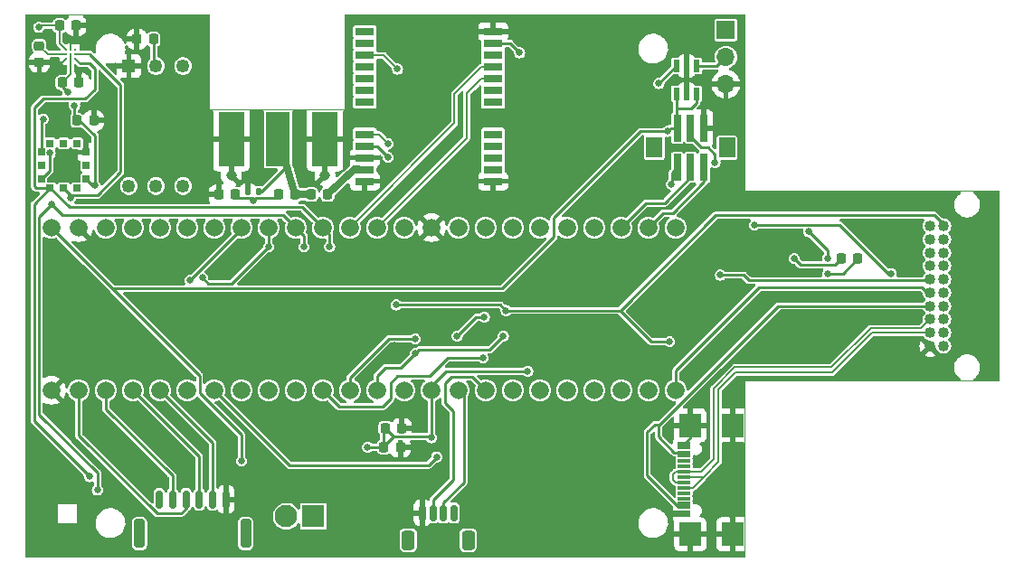
<source format=gbr>
%TF.GenerationSoftware,KiCad,Pcbnew,(7.0.0)*%
%TF.CreationDate,2024-06-17T09:17:14-04:00*%
%TF.ProjectId,BRGRavionics2.4.1,42524752-6176-4696-9f6e-696373322e34,rev?*%
%TF.SameCoordinates,PX429d390PY9157080*%
%TF.FileFunction,Copper,L1,Top*%
%TF.FilePolarity,Positive*%
%FSLAX46Y46*%
G04 Gerber Fmt 4.6, Leading zero omitted, Abs format (unit mm)*
G04 Created by KiCad (PCBNEW (7.0.0)) date 2024-06-17 09:17:14*
%MOMM*%
%LPD*%
G01*
G04 APERTURE LIST*
G04 Aperture macros list*
%AMRoundRect*
0 Rectangle with rounded corners*
0 $1 Rounding radius*
0 $2 $3 $4 $5 $6 $7 $8 $9 X,Y pos of 4 corners*
0 Add a 4 corners polygon primitive as box body*
4,1,4,$2,$3,$4,$5,$6,$7,$8,$9,$2,$3,0*
0 Add four circle primitives for the rounded corners*
1,1,$1+$1,$2,$3*
1,1,$1+$1,$4,$5*
1,1,$1+$1,$6,$7*
1,1,$1+$1,$8,$9*
0 Add four rect primitives between the rounded corners*
20,1,$1+$1,$2,$3,$4,$5,0*
20,1,$1+$1,$4,$5,$6,$7,0*
20,1,$1+$1,$6,$7,$8,$9,0*
20,1,$1+$1,$8,$9,$2,$3,0*%
G04 Aperture macros list end*
%TA.AperFunction,SMDPad,CuDef*%
%ADD10RoundRect,0.225000X0.225000X0.250000X-0.225000X0.250000X-0.225000X-0.250000X0.225000X-0.250000X0*%
%TD*%
%TA.AperFunction,SMDPad,CuDef*%
%ADD11RoundRect,0.225000X-0.225000X-0.250000X0.225000X-0.250000X0.225000X0.250000X-0.225000X0.250000X0*%
%TD*%
%TA.AperFunction,SMDPad,CuDef*%
%ADD12RoundRect,0.150000X0.150000X0.625000X-0.150000X0.625000X-0.150000X-0.625000X0.150000X-0.625000X0*%
%TD*%
%TA.AperFunction,SMDPad,CuDef*%
%ADD13RoundRect,0.250000X0.350000X0.650000X-0.350000X0.650000X-0.350000X-0.650000X0.350000X-0.650000X0*%
%TD*%
%TA.AperFunction,SMDPad,CuDef*%
%ADD14RoundRect,0.140000X-0.140000X-0.170000X0.140000X-0.170000X0.140000X0.170000X-0.140000X0.170000X0*%
%TD*%
%TA.AperFunction,SMDPad,CuDef*%
%ADD15R,1.150000X0.300000*%
%TD*%
%TA.AperFunction,SMDPad,CuDef*%
%ADD16R,2.000000X2.180000*%
%TD*%
%TA.AperFunction,SMDPad,CuDef*%
%ADD17R,0.700000X0.650000*%
%TD*%
%TA.AperFunction,SMDPad,CuDef*%
%ADD18R,0.650000X0.700000*%
%TD*%
%TA.AperFunction,ComponentPad*%
%ADD19R,1.700000X1.700000*%
%TD*%
%TA.AperFunction,ComponentPad*%
%ADD20O,1.700000X1.700000*%
%TD*%
%TA.AperFunction,ComponentPad*%
%ADD21R,1.251000X1.251000*%
%TD*%
%TA.AperFunction,ComponentPad*%
%ADD22C,1.251000*%
%TD*%
%TA.AperFunction,SMDPad,CuDef*%
%ADD23C,0.200000*%
%TD*%
%TA.AperFunction,SMDPad,CuDef*%
%ADD24RoundRect,0.150000X-0.150000X-0.700000X0.150000X-0.700000X0.150000X0.700000X-0.150000X0.700000X0*%
%TD*%
%TA.AperFunction,SMDPad,CuDef*%
%ADD25RoundRect,0.250000X-0.250000X-1.100000X0.250000X-1.100000X0.250000X1.100000X-0.250000X1.100000X0*%
%TD*%
%TA.AperFunction,SMDPad,CuDef*%
%ADD26R,0.600000X1.150000*%
%TD*%
%TA.AperFunction,SMDPad,CuDef*%
%ADD27R,2.290000X5.080000*%
%TD*%
%TA.AperFunction,SMDPad,CuDef*%
%ADD28R,2.420000X5.080000*%
%TD*%
%TA.AperFunction,SMDPad,CuDef*%
%ADD29R,0.460000X0.950000*%
%TD*%
%TA.AperFunction,ComponentPad*%
%ADD30C,0.970000*%
%TD*%
%TA.AperFunction,SMDPad,CuDef*%
%ADD31R,0.700000X2.500000*%
%TD*%
%TA.AperFunction,SMDPad,CuDef*%
%ADD32R,1.500000X1.850000*%
%TD*%
%TA.AperFunction,ComponentPad*%
%ADD33C,1.665000*%
%TD*%
%TA.AperFunction,SMDPad,CuDef*%
%ADD34RoundRect,0.225000X0.250000X-0.225000X0.250000X0.225000X-0.250000X0.225000X-0.250000X-0.225000X0*%
%TD*%
%TA.AperFunction,SMDPad,CuDef*%
%ADD35R,1.800000X0.800000*%
%TD*%
%TA.AperFunction,ComponentPad*%
%ADD36R,2.100000X2.100000*%
%TD*%
%TA.AperFunction,ComponentPad*%
%ADD37C,2.100000*%
%TD*%
%TA.AperFunction,ComponentPad*%
%ADD38C,1.016000*%
%TD*%
%TA.AperFunction,ViaPad*%
%ADD39C,0.635000*%
%TD*%
%TA.AperFunction,Conductor*%
%ADD40C,0.254000*%
%TD*%
%TA.AperFunction,Conductor*%
%ADD41C,0.198120*%
%TD*%
%TA.AperFunction,Conductor*%
%ADD42C,0.150000*%
%TD*%
%TA.AperFunction,Conductor*%
%ADD43C,0.700000*%
%TD*%
%TA.AperFunction,Conductor*%
%ADD44C,0.200000*%
%TD*%
%TA.AperFunction,Profile*%
%ADD45C,0.025400*%
%TD*%
%TA.AperFunction,Profile*%
%ADD46C,0.100000*%
%TD*%
G04 APERTURE END LIST*
D10*
%TO.P,C6,1*%
%TO.N,Net-(C3-Pad1)*%
X19621800Y33959800D03*
%TO.P,C6,2*%
%TO.N,GND*%
X18071800Y33959800D03*
%TD*%
D11*
%TO.P,L1,1,1*%
%TO.N,Net-(C3-Pad1)*%
X23659800Y33985200D03*
%TO.P,L1,2,2*%
%TO.N,Net-(D2-A2)*%
X25209800Y33985200D03*
%TD*%
D12*
%TO.P,RADIODIAG1,1,1*%
%TO.N,unconnected-(RADIODIAG2-Pad1)*%
X40108000Y4119000D03*
%TO.P,RADIODIAG1,2,2*%
%TO.N,Net-(IC5-A10)*%
X39108000Y4119000D03*
%TO.P,RADIODIAG1,3,3*%
%TO.N,Net-(IC5-A11)*%
X38108000Y4119000D03*
%TO.P,RADIODIAG1,4,4*%
%TO.N,GND*%
X37108000Y4119000D03*
D13*
%TO.P,RADIODIAG1,MP*%
%TO.N,N/C*%
X41408000Y1594000D03*
X35808000Y1594000D03*
%TD*%
D10*
%TO.P,C10,1*%
%TO.N,Net-(IC3-CP2)*%
X77864000Y27940000D03*
%TO.P,C10,2*%
%TO.N,Net-(IC3-CP1)*%
X76314000Y27940000D03*
%TD*%
D14*
%TO.P,D1,1,A1*%
%TO.N,GND*%
X20805200Y34239200D03*
%TO.P,D1,2,A2*%
%TO.N,Net-(D2-A2)*%
X21765200Y34239200D03*
%TD*%
D15*
%TO.P,J3,A1,A1*%
%TO.N,GND*%
X61628499Y3888999D03*
%TO.P,J3,A4,A4*%
%TO.N,+5V*%
X61628499Y4688999D03*
%TO.P,J3,A5,A5*%
%TO.N,unconnected-(J2-PadA5)*%
X61628499Y5988999D03*
%TO.P,J3,A6,A6*%
%TO.N,/USB D+*%
X61628499Y6988999D03*
%TO.P,J3,A7,A7*%
%TO.N,/USB D-*%
X61628499Y7488999D03*
%TO.P,J3,A8,A8*%
%TO.N,unconnected-(J2-PadA8)*%
X61628499Y8488999D03*
%TO.P,J3,A9,A9*%
%TO.N,+5V*%
X61628499Y9788999D03*
%TO.P,J3,A12,A12*%
%TO.N,GND*%
X61628499Y10588999D03*
%TO.P,J3,B1,B1*%
X61628499Y10288999D03*
%TO.P,J3,B4,B4*%
%TO.N,+5V*%
X61628499Y9488999D03*
%TO.P,J3,B5,B5*%
%TO.N,unconnected-(J2-PadB5)*%
X61628499Y8988999D03*
%TO.P,J3,B6,B6*%
%TO.N,/USB D+*%
X61628499Y7988999D03*
%TO.P,J3,B7,B7*%
%TO.N,/USB D-*%
X61628499Y6488999D03*
%TO.P,J3,B8,B8*%
%TO.N,unconnected-(J2-PadB8)*%
X61628499Y5488999D03*
%TO.P,J3,B9,B9*%
%TO.N,+5V*%
X61628499Y4988999D03*
%TO.P,J3,B12,B12*%
%TO.N,GND*%
X61628499Y4188999D03*
D16*
%TO.P,J3,MP1,MP1*%
X66133499Y2128999D03*
%TO.P,J3,MP2,MP2*%
X66133499Y12348999D03*
%TO.P,J3,MP3,MP3*%
X62203499Y2128999D03*
%TO.P,J3,MP4,MP4*%
X62203499Y12348999D03*
%TD*%
D17*
%TO.P,U2,1,SS*%
%TO.N,unconnected-(U7-SS-Pad1)*%
X4825999Y34556999D03*
%TO.P,U2,2,MOSI*%
%TO.N,/SDA1*%
X3555999Y34556999D03*
%TO.P,U2,3,SCL*%
%TO.N,/SCL1*%
X2285999Y34556999D03*
D18*
%TO.P,U2,4,VO+*%
%TO.N,Net-(U7-VO+)*%
X1455999Y35386999D03*
%TO.P,U2,5*%
%TO.N,N/C*%
X1455999Y36656999D03*
%TO.P,U2,6,VO-*%
%TO.N,Net-(U7-VO-)*%
X1455999Y37926999D03*
D17*
%TO.P,U2,7,MISO*%
%TO.N,unconnected-(U7-MISO-Pad7)*%
X2285999Y38756999D03*
%TO.P,U2,8,EOC*%
%TO.N,unconnected-(U7-EOC-Pad8)*%
X3555999Y38756999D03*
%TO.P,U2,9,RES*%
%TO.N,unconnected-(U7-RES-Pad9)*%
X4825999Y38756999D03*
D18*
%TO.P,U2,10,VSS*%
%TO.N,GND*%
X5655999Y37926999D03*
%TO.P,U2,11*%
%TO.N,N/C*%
X5655999Y36656999D03*
%TO.P,U2,12,VDD*%
%TO.N,+3.3V*%
X5655999Y35386999D03*
%TD*%
D11*
%TO.P,C7,1*%
%TO.N,Net-(D2-A2)*%
X26707800Y33985200D03*
%TO.P,C7,2*%
%TO.N,Net-(U9-RF_IN)*%
X28257800Y33985200D03*
%TD*%
%TO.P,C3,1*%
%TO.N,+3.3V*%
X3416000Y44450000D03*
%TO.P,C3,2*%
%TO.N,GND*%
X4966000Y44450000D03*
%TD*%
D19*
%TO.P,J4,1,Pin_1*%
%TO.N,unconnected-(J5-Pin_1-Pad1)*%
X65531999Y49387999D03*
D20*
%TO.P,J4,2,Pin_2*%
%TO.N,Net-(IC4-OUT)*%
X65531999Y46847999D03*
%TO.P,J4,3,Pin_3*%
%TO.N,GND*%
X65531999Y44307999D03*
%TD*%
D11*
%TO.P,C9,1*%
%TO.N,+3.3V*%
X33515000Y10287000D03*
%TO.P,C9,2*%
%TO.N,GND*%
X35065000Y10287000D03*
%TD*%
D21*
%TO.P,U3,1,GND*%
%TO.N,GND*%
X9651999Y46010999D03*
D22*
%TO.P,U3,2,VDD*%
%TO.N,+3.3V*%
X12192000Y46011000D03*
%TO.P,U3,3,EOC*%
%TO.N,unconnected-(U5-EOC-Pad3)*%
X14732000Y46011000D03*
%TO.P,U3,4,NC*%
%TO.N,unconnected-(U5-NC-Pad4)*%
X14732000Y34761000D03*
%TO.P,U3,5,SDA*%
%TO.N,/SDA0*%
X12192000Y34761000D03*
%TO.P,U3,6,SCL*%
%TO.N,/SCL0*%
X9652000Y34761000D03*
%TD*%
D11*
%TO.P,C8,1*%
%TO.N,+3.3V*%
X33642000Y12065000D03*
%TO.P,C8,2*%
%TO.N,GND*%
X35192000Y12065000D03*
%TD*%
D23*
%TO.P,U1,A1,INT*%
%TO.N,unconnected-(U1-INT-PadA1)*%
X4591000Y47517000D03*
%TO.P,U1,A2,SDA*%
%TO.N,/SDA1*%
X4591000Y47117000D03*
%TO.P,U1,A3,SCK*%
%TO.N,/SCL1*%
X4591000Y46717000D03*
%TO.P,U1,B1,GND*%
%TO.N,GND*%
X4191000Y47517000D03*
%TO.P,U1,B2,ADSEL*%
%TO.N,+3.3V*%
X4191000Y47117000D03*
%TO.P,U1,B3,VDDIO*%
X4191000Y46717000D03*
%TO.P,U1,C1,VDD*%
%TO.N,+1V8_1*%
X3791000Y47517000D03*
%TO.P,U1,C2,CRST*%
%TO.N,Net-(U1-CRST)*%
X3791000Y47117000D03*
%TO.P,U1,C3,BYPASS*%
%TO.N,GND*%
X3791000Y46717000D03*
%TD*%
D24*
%TO.P,RADIOSERIAL1,1,1*%
%TO.N,unconnected-(RADIOSERIAL1-Pad1)*%
X12496000Y5406000D03*
%TO.P,RADIOSERIAL1,2,2*%
%TO.N,/RADIO TX*%
X13746000Y5406000D03*
%TO.P,RADIOSERIAL1,3,3*%
%TO.N,/RADIO RX*%
X14996000Y5406000D03*
%TO.P,RADIOSERIAL1,4,4*%
%TO.N,/RADIO CTS*%
X16246000Y5406000D03*
%TO.P,RADIOSERIAL1,5,5*%
%TO.N,/RADIO RTS*%
X17496000Y5406000D03*
%TO.P,RADIOSERIAL1,6,6*%
%TO.N,GND*%
X18746000Y5406000D03*
D25*
%TO.P,RADIOSERIAL1,MP*%
%TO.N,N/C*%
X10646000Y2206000D03*
X20596000Y2206000D03*
%TD*%
D26*
%TO.P,IC2,1,OUT*%
%TO.N,Net-(IC4-OUT)*%
X62798999Y46003999D03*
%TO.P,IC2,2,GND_1*%
%TO.N,GND*%
X61848999Y46003999D03*
%TO.P,IC2,3,ON*%
%TO.N,/CameraON*%
X60898999Y46003999D03*
%TO.P,IC2,4,VIN_1*%
%TO.N,+5V*%
X60898999Y43403999D03*
%TO.P,IC2,5,GND_2*%
%TO.N,GND*%
X61848999Y43403999D03*
%TO.P,IC2,6,VIN_2*%
%TO.N,+5V*%
X62798999Y43403999D03*
%TD*%
D27*
%TO.P,J1,1,SIG*%
%TO.N,Net-(D2-A2)*%
X23621999Y39184999D03*
D28*
%TO.P,J1,2,1*%
%TO.N,GND*%
X28001999Y39184999D03*
X19241999Y39184999D03*
D29*
X28001999Y36194999D03*
X19241999Y36194999D03*
D30*
X28002000Y35745000D03*
X19242000Y35745000D03*
%TD*%
D31*
%TO.P,POWERPACK1,1,1*%
%TO.N,+BATT*%
X60979999Y36503999D03*
%TO.P,POWERPACK1,2,2*%
%TO.N,/PowerTX*%
X62229999Y36503999D03*
%TO.P,POWERPACK1,3,3*%
%TO.N,/PowerRX*%
X63479999Y36503999D03*
%TO.P,POWERPACK1,4,4*%
%TO.N,+5V*%
X60979999Y40203999D03*
%TO.P,POWERPACK1,5,5*%
%TO.N,VBUS*%
X62229999Y40203999D03*
%TO.P,POWERPACK1,6,6*%
%TO.N,GND*%
X63479999Y40203999D03*
D32*
%TO.P,POWERPACK1,7*%
%TO.N,N/C*%
X58829999Y38353999D03*
%TO.P,POWERPACK1,8*%
X65629999Y38353999D03*
%TD*%
D33*
%TO.P,IC1,1,TX1*%
%TO.N,/RADIO TX*%
X7493000Y15621000D03*
%TO.P,IC1,2,OUT2*%
%TO.N,/RADIO CTS*%
X10033000Y15621000D03*
%TO.P,IC1,3,LRCLK2*%
%TO.N,/RADIO RTS*%
X12573000Y15621000D03*
%TO.P,IC1,4,BCLK2*%
%TO.N,unconnected-(IC5-BCLK2-Pad4)*%
X15113000Y15621000D03*
%TO.P,IC1,5,IN2*%
%TO.N,/CS_Therm*%
X17653000Y15621000D03*
%TO.P,IC1,6,OUT1D*%
%TO.N,/OSD DTR*%
X20193000Y15621000D03*
%TO.P,IC1,7,RX2*%
%TO.N,/OSD RX*%
X22733000Y15621000D03*
%TO.P,IC1,8,TX2*%
%TO.N,/OSD TX*%
X25273000Y15621000D03*
%TO.P,IC1,9,OUT1C*%
%TO.N,/CS_Motion1*%
X27813000Y15621000D03*
%TO.P,IC1,10,CS_1*%
%TO.N,/CS_Motion2*%
X30353000Y15621000D03*
%TO.P,IC1,11,MOSI*%
%TO.N,/MOSI1*%
X32893000Y15621000D03*
%TO.P,IC1,12,MISO*%
%TO.N,/MISO1*%
X35433000Y15621000D03*
%TO.P,IC1,13,SCK*%
%TO.N,/SCK1*%
X35433000Y30861000D03*
%TO.P,IC1,14,A0*%
%TO.N,/GPS RX*%
X32893000Y30861000D03*
%TO.P,IC1,15,A1*%
%TO.N,/GPS TX*%
X30353000Y30861000D03*
%TO.P,IC1,16,A2*%
%TO.N,/SCL1*%
X27813000Y30861000D03*
%TO.P,IC1,17,A3*%
%TO.N,/SDA1*%
X25273000Y30861000D03*
%TO.P,IC1,18,A4*%
%TO.N,/SDA0*%
X22733000Y30861000D03*
%TO.P,IC1,19,A5*%
%TO.N,/SCL0*%
X20193000Y30861000D03*
%TO.P,IC1,20,A6*%
%TO.N,unconnected-(IC5-A6-Pad20)*%
X17653000Y30861000D03*
%TO.P,IC1,21,A7*%
%TO.N,unconnected-(IC5-A7-Pad21)*%
X15113000Y30861000D03*
%TO.P,IC1,22,A8*%
%TO.N,unconnected-(IC5-A8-Pad22)*%
X12573000Y30861000D03*
%TO.P,IC1,23,A9*%
%TO.N,unconnected-(IC5-A9-Pad23)*%
X10033000Y30861000D03*
%TO.P,IC1,24,A10*%
%TO.N,Net-(IC5-A10)*%
X40513000Y15621000D03*
%TO.P,IC1,25,A11*%
%TO.N,Net-(IC5-A11)*%
X43053000Y15621000D03*
%TO.P,IC1,26,A12*%
%TO.N,/Motor Phase*%
X45593000Y15621000D03*
%TO.P,IC1,27,A13*%
%TO.N,/Motor Sleep*%
X48133000Y15621000D03*
%TO.P,IC1,28,RX7*%
%TO.N,/Motor Enable*%
X50673000Y15621000D03*
%TO.P,IC1,29,TX7*%
%TO.N,/Motor Mode*%
X53213000Y15621000D03*
%TO.P,IC1,30,CRX3*%
%TO.N,/CRX*%
X55753000Y15621000D03*
%TO.P,IC1,31,CTX3*%
%TO.N,/CTX*%
X58293000Y15621000D03*
%TO.P,IC1,32,OUT1B*%
%TO.N,/Limit Switch*%
X60833000Y15621000D03*
%TO.P,IC1,33,MCLK2*%
%TO.N,/CameraON*%
X60833000Y30861000D03*
%TO.P,IC1,34,RX8*%
%TO.N,/PowerRX*%
X58293000Y30861000D03*
%TO.P,IC1,35,TX8*%
%TO.N,/PowerTX*%
X55753000Y30861000D03*
%TO.P,IC1,36,CS_2*%
%TO.N,/Encoder B*%
X53213000Y30861000D03*
%TO.P,IC1,37,CS_3*%
%TO.N,/Encoder A*%
X50673000Y30861000D03*
%TO.P,IC1,38,A14*%
%TO.N,unconnected-(IC5-A14-Pad38)*%
X48133000Y30861000D03*
%TO.P,IC1,39,A15*%
%TO.N,unconnected-(IC5-A15-Pad39)*%
X45593000Y30861000D03*
%TO.P,IC1,40,A16*%
%TO.N,/GPS Pulse*%
X43053000Y30861000D03*
%TO.P,IC1,41,A17*%
%TO.N,/GPS RESET*%
X40513000Y30861000D03*
%TO.P,IC1,42,3.3V_1*%
%TO.N,+3.3V*%
X37973000Y15621000D03*
%TO.P,IC1,53,3.3V_(250_M_A_MAX)*%
%TO.N,unconnected-(IC5-3.3V_(250_M_A_MAX)-Pad53)*%
X7493000Y30861000D03*
%TO.P,IC1,55,VIN_(3.6_TO_5.5_VOLTS)*%
%TO.N,+5V*%
X2413000Y30861000D03*
%TO.P,IC1,57,RX1*%
%TO.N,/RADIO RX*%
X4953000Y15621000D03*
%TO.P,IC1,69,GND_4*%
%TO.N,GND*%
X37973000Y30861000D03*
%TO.P,IC1,70,GND_5*%
X4953000Y30861000D03*
%TO.P,IC1,71,GND_6*%
X2413000Y15621000D03*
%TD*%
D34*
%TO.P,C1,1*%
%TO.N,GND*%
X1270000Y46342000D03*
%TO.P,C1,2*%
%TO.N,Net-(U1-CRST)*%
X1270000Y47892000D03*
%TD*%
D10*
%TO.P,C5,1*%
%TO.N,+3.3V*%
X11951000Y48514000D03*
%TO.P,C5,2*%
%TO.N,GND*%
X10401000Y48514000D03*
%TD*%
D35*
%TO.P,U4,1,SAFEBOOT_N*%
%TO.N,unconnected-(U9-SAFEBOOT_N-Pad1)*%
X31744399Y49214799D03*
%TO.P,U4,2,Reserved*%
%TO.N,unconnected-(U9-Reserved-Pad2)*%
X31744399Y48114799D03*
%TO.P,U4,3,TIME_PULSE*%
%TO.N,/GPS Pulse*%
X31744399Y47014799D03*
%TO.P,U4,4,EXT_INT*%
%TO.N,unconnected-(U9-EXT_INT-Pad4)*%
X31744399Y45914799D03*
%TO.P,U4,5,Reserved*%
%TO.N,unconnected-(U9-Reserved-Pad5)*%
X31744399Y44814799D03*
%TO.P,U4,6,Reserved*%
%TO.N,unconnected-(U9-Reserved-Pad6)*%
X31744399Y43714799D03*
%TO.P,U4,7,Reserved*%
%TO.N,unconnected-(U9-Reserved-Pad7)*%
X31744399Y42614799D03*
%TO.P,U4,8,RESET_N*%
%TO.N,/GPS RESET*%
X31744399Y39614799D03*
%TO.P,U4,9,VCC_RF*%
%TO.N,Net-(U9-VCC_RF)*%
X31744399Y38514799D03*
%TO.P,U4,10,GND_4*%
%TO.N,GND*%
X31744399Y37414799D03*
%TO.P,U4,11,RF_IN*%
%TO.N,Net-(U9-RF_IN)*%
X31744399Y36314799D03*
%TO.P,U4,12,GND_3*%
%TO.N,GND*%
X31744399Y35214799D03*
%TO.P,U4,13,GND_1*%
X43744399Y35214799D03*
%TO.P,U4,14,LNA_Enable*%
%TO.N,unconnected-(U9-LNA_Enable-Pad14)*%
X43744399Y36314799D03*
%TO.P,U4,15,Reserved*%
%TO.N,unconnected-(U9-Reserved-Pad15)*%
X43744399Y37414799D03*
%TO.P,U4,16,Reserved*%
%TO.N,unconnected-(U9-Reserved-Pad16)*%
X43744399Y38514799D03*
%TO.P,U4,17,Reserved*%
%TO.N,unconnected-(U9-Reserved-Pad17)*%
X43744399Y39614799D03*
%TO.P,U4,18,Reserved*%
%TO.N,unconnected-(U9-Reserved-Pad18)*%
X43744399Y42614799D03*
%TO.P,U4,19,Reserved*%
%TO.N,unconnected-(U9-Reserved-Pad19)*%
X43744399Y43714799D03*
%TO.P,U4,20,TXD*%
%TO.N,/GPS RX*%
X43744399Y44814799D03*
%TO.P,U4,21,RXD*%
%TO.N,/GPS TX*%
X43744399Y45914799D03*
%TO.P,U4,22,V_BCKP*%
%TO.N,unconnected-(U9-V_BCKP-Pad22)*%
X43744399Y47014799D03*
%TO.P,U4,23,VCC*%
%TO.N,+3.3V*%
X43744399Y48114799D03*
%TO.P,U4,24,GND_2*%
%TO.N,GND*%
X43744399Y49214799D03*
%TD*%
D11*
%TO.P,C4,1*%
%TO.N,+3.3V*%
X4813000Y40894000D03*
%TO.P,C4,2*%
%TO.N,GND*%
X6363000Y40894000D03*
%TD*%
D10*
%TO.P,C2,1*%
%TO.N,GND*%
X4712000Y49784000D03*
%TO.P,C2,2*%
%TO.N,+1V8_1*%
X3162000Y49784000D03*
%TD*%
D36*
%TO.P,J2,1,Pin_1*%
%TO.N,/Thermocouple/T+*%
X26923999Y3809999D03*
D37*
%TO.P,J2,2,Pin_2*%
%TO.N,/Thermocouple/T-*%
X24384000Y3810000D03*
%TD*%
D38*
%TO.P,J5,1,1*%
%TO.N,GND*%
X84653000Y19775000D03*
%TO.P,J5,2,2*%
%TO.N,/USB D-*%
X84653000Y21025000D03*
%TO.P,J5,3,3*%
%TO.N,/USB D+*%
X84653000Y22275000D03*
%TO.P,J5,4,4*%
%TO.N,+5V*%
X84653000Y23525000D03*
%TO.P,J5,5,5*%
%TO.N,/Limit Switch*%
X84653000Y24775000D03*
%TO.P,J5,6,6*%
%TO.N,/M+*%
X84653000Y26025000D03*
%TO.P,J5,7,7*%
%TO.N,/M-*%
X84653000Y27275000D03*
%TO.P,J5,8,8*%
%TO.N,/Encoder A*%
X84653000Y28525000D03*
%TO.P,J5,9,9*%
%TO.N,/Encoder B*%
X84653000Y29775000D03*
%TO.P,J5,10,10*%
%TO.N,+BATT*%
X84653000Y31025000D03*
%TO.P,J5,11,11*%
%TO.N,/CAN-L*%
X85903000Y19775000D03*
%TO.P,J5,12,12*%
%TO.N,/CAN-H*%
X85903000Y21025000D03*
%TO.P,J5,13,13*%
%TO.N,VBUS*%
X85903000Y22275000D03*
%TO.P,J5,14,14*%
%TO.N,unconnected-(J1-Pad14)*%
X85903000Y23525000D03*
%TO.P,J5,15,15*%
%TO.N,unconnected-(J1-Pad15)*%
X85903000Y24775000D03*
%TO.P,J5,16,16*%
%TO.N,unconnected-(J1-Pad16)*%
X85903000Y26025000D03*
%TO.P,J5,17,17*%
%TO.N,unconnected-(J1-Pad17)*%
X85903000Y27275000D03*
%TO.P,J5,18,18*%
%TO.N,unconnected-(J1-Pad18)*%
X85903000Y28525000D03*
%TO.P,J5,19,19*%
%TO.N,unconnected-(J1-Pad19)*%
X85903000Y29775000D03*
%TO.P,J5,20,20*%
%TO.N,+3.3V*%
X85903000Y31025000D03*
%TD*%
D39*
%TO.N,+3.3V*%
X37973000Y11176000D03*
X60253313Y20188487D03*
X6477000Y34798000D03*
X4572000Y42291000D03*
X3937000Y43561000D03*
X34671000Y23622000D03*
X32004000Y10287000D03*
X46990000Y17399000D03*
X44958000Y23101000D03*
X46228000Y47244000D03*
%TO.N,GND*%
X9753600Y28194000D03*
X36195000Y26543000D03*
X26162000Y20193000D03*
X21590000Y40259000D03*
X88900000Y29337000D03*
X29210000Y32258000D03*
X64719200Y23012400D03*
X36830000Y22479000D03*
X19685000Y8001000D03*
X18161000Y26924000D03*
X63119000Y14605000D03*
X13716000Y39497000D03*
X13081000Y1854200D03*
X20828000Y20193000D03*
X3632200Y20751800D03*
X6959600Y24739600D03*
X7239000Y20320000D03*
X49657000Y42672000D03*
X23291800Y12065000D03*
X4953000Y45339000D03*
X25527000Y39243000D03*
X6096000Y1422400D03*
X14732000Y26543000D03*
X82550000Y22606000D03*
X2895600Y8813800D03*
X89027000Y22098000D03*
X81280000Y31242000D03*
X13081000Y25781000D03*
X21590000Y37592000D03*
X1320800Y7162800D03*
X21590000Y38989000D03*
X76860400Y33121600D03*
X32029400Y2921000D03*
X59309000Y8763000D03*
X10363200Y50038000D03*
X3683000Y40640000D03*
X25527000Y40386000D03*
X55880000Y26416000D03*
X13970000Y20574000D03*
X69596000Y28067000D03*
X2667000Y35687000D03*
X51054000Y26543000D03*
X34671000Y29337000D03*
X66167000Y8509000D03*
X28117800Y12090400D03*
X46609000Y19431000D03*
X3937000Y2794000D03*
X25527000Y37592000D03*
X33274000Y28321000D03*
X18262600Y1854200D03*
X67868800Y33020000D03*
X6121400Y49809400D03*
X50673000Y42672000D03*
X64516000Y5207000D03*
X13589000Y42926000D03*
X37160200Y2311400D03*
X72136000Y22606000D03*
X34544000Y19812000D03*
X7747000Y40894000D03*
X1295400Y44805600D03*
%TO.N,+1V8_1*%
X1219200Y49631600D03*
%TO.N,+5V*%
X60071000Y39878000D03*
X68199000Y31115000D03*
X20193000Y9017000D03*
X81009000Y26543000D03*
%TO.N,Net-(C3-Pad1)*%
X21336000Y33401000D03*
%TO.N,Net-(U7-VO-)*%
X1638000Y41034000D03*
%TO.N,Net-(U7-VO+)*%
X2289002Y37846000D03*
%TO.N,Net-(IC3-CP2)*%
X75057000Y26543000D03*
%TO.N,Net-(IC3-CP1)*%
X71921500Y27979500D03*
%TO.N,+BATT*%
X75057000Y28017000D03*
X73279000Y30480000D03*
X60452000Y34925000D03*
%TO.N,/SDA0*%
X16514513Y26157487D03*
X22733000Y29076000D03*
%TO.N,/SCL0*%
X15367000Y25908000D03*
%TO.N,/M+*%
X65024000Y26416000D03*
%TO.N,/MISO1*%
X42926000Y22479000D03*
X40386000Y20701000D03*
%TO.N,/SDA1*%
X4191000Y33655000D03*
X6705600Y6280573D03*
X2413000Y33020000D03*
X26035000Y29076000D03*
%TO.N,/SCL1*%
X28448000Y29076000D03*
X5969000Y7543800D03*
%TO.N,/MOSI1*%
X36449000Y19050000D03*
X44704000Y20701000D03*
%TO.N,Net-(U9-VCC_RF)*%
X33909000Y37465000D03*
%TO.N,/GPS RESET*%
X33909000Y38735000D03*
%TO.N,/GPS Pulse*%
X34798000Y45720000D03*
%TO.N,/CS_Motion1*%
X42799000Y18669000D03*
%TO.N,/CS_Motion2*%
X36449000Y20447000D03*
%TO.N,/CS_Therm*%
X38455600Y9372600D03*
%TO.N,/CameraON*%
X59263500Y44368500D03*
%TO.N,VBUS*%
X64516000Y36957000D03*
%TD*%
D40*
%TO.N,+3.3V*%
X6477000Y34798000D02*
X6245000Y34798000D01*
X55629646Y23101000D02*
X64548146Y32019500D01*
X37973000Y11176000D02*
X37960000Y11176000D01*
X6245000Y34798000D02*
X5656000Y35387000D01*
X37973000Y16002000D02*
X39370000Y17399000D01*
X4572000Y42291000D02*
X4572000Y41393446D01*
X58537646Y20193000D02*
X55629646Y23101000D01*
D41*
X3416000Y44450000D02*
X4191000Y45225000D01*
D40*
X45357200Y48114800D02*
X43744400Y48114800D01*
X3937000Y43561000D02*
X3416000Y44082000D01*
X64548146Y32019500D02*
X85035500Y32019500D01*
X44437000Y23622000D02*
X44958000Y23101000D01*
X6477000Y34798000D02*
X6477000Y39488446D01*
X85035500Y32019500D02*
X85903000Y31152000D01*
X46228000Y47244000D02*
X45357200Y48114800D01*
X60253313Y20188487D02*
X60248800Y20193000D01*
D41*
X4191000Y46717000D02*
X4191000Y47117000D01*
D40*
X44437000Y23622000D02*
X34671000Y23622000D01*
X37973000Y11189000D02*
X37973000Y11176000D01*
X33642000Y12065000D02*
X34434500Y11272500D01*
X34434500Y11272500D02*
X37876500Y11272500D01*
X60248800Y20193000D02*
X58537646Y20193000D01*
X37973000Y15621000D02*
X37973000Y11189000D01*
X33515000Y10287000D02*
X33515000Y11938000D01*
D41*
X4191000Y45225000D02*
X4191000Y46717000D01*
D40*
X39370000Y17399000D02*
X46990000Y17399000D01*
X32004000Y10287000D02*
X33515000Y10287000D01*
X11951000Y48514000D02*
X11951000Y46252000D01*
X4572000Y41393446D02*
X6477000Y39488446D01*
X33515000Y10353000D02*
X34434500Y11272500D01*
X37876500Y11272500D02*
X37973000Y11176000D01*
X3416000Y44082000D02*
X3416000Y44450000D01*
X44958000Y23101000D02*
X55629646Y23101000D01*
%TO.N,GND*%
X62203500Y12349000D02*
X62203500Y11164000D01*
D42*
X4191000Y48006000D02*
X4445000Y48260000D01*
D41*
X3416000Y46342000D02*
X3791000Y46717000D01*
D40*
X62203500Y11164000D02*
X61628500Y10589000D01*
D42*
X4191000Y47517000D02*
X4191000Y48006000D01*
D41*
X1270000Y46342000D02*
X3416000Y46342000D01*
%TO.N,+1V8_1*%
X1371600Y49784000D02*
X3162000Y49784000D01*
X3162000Y49784000D02*
X3162000Y48146000D01*
X3162000Y48146000D02*
X3791000Y47517000D01*
X1219200Y49631600D02*
X1371600Y49784000D01*
D40*
%TO.N,+5V*%
X49428400Y29972000D02*
X44602400Y25146000D01*
X62799000Y42575000D02*
X62261000Y42037000D01*
X60071000Y39878000D02*
X60397000Y40204000D01*
X60071000Y39878000D02*
X57556400Y39878000D01*
X62261000Y42037000D02*
X60899000Y42037000D01*
X58166000Y11684000D02*
X58864500Y12382500D01*
X60397000Y40204000D02*
X60980000Y40204000D01*
X61097000Y4689000D02*
X58166000Y7620000D01*
X58864500Y12382500D02*
X59220846Y12382500D01*
X20193000Y9017000D02*
X20193000Y11430000D01*
X16263000Y17011000D02*
X8128000Y25146000D01*
X59296673Y12382500D02*
X59220846Y12382500D01*
X70439173Y23525000D02*
X59296673Y12382500D01*
X81009000Y26543000D02*
X80772000Y26543000D01*
X58166000Y7620000D02*
X58166000Y11684000D01*
X57556400Y39878000D02*
X49428400Y31750000D01*
X61628500Y9789000D02*
X60696000Y9789000D01*
X60696000Y9789000D02*
X59220846Y11264154D01*
X60899000Y42037000D02*
X60899000Y40285000D01*
X80772000Y26543000D02*
X76200000Y31115000D01*
X49428400Y31750000D02*
X49428400Y29972000D01*
X60899000Y43404000D02*
X60899000Y42037000D01*
X68199000Y31115000D02*
X76200000Y31115000D01*
X16263000Y15360000D02*
X16263000Y17011000D01*
X62799000Y43404000D02*
X62799000Y42575000D01*
X20193000Y11430000D02*
X16263000Y15360000D01*
X44602400Y25146000D02*
X8128000Y25146000D01*
X59220846Y11264154D02*
X59220846Y12382500D01*
X61628500Y4689000D02*
X61097000Y4689000D01*
X8128000Y25146000D02*
X2413000Y30861000D01*
X84653000Y23525000D02*
X70439173Y23525000D01*
D41*
%TO.N,Net-(U1-CRST)*%
X1270000Y47892000D02*
X2045000Y47117000D01*
X2045000Y47117000D02*
X3791000Y47117000D01*
D40*
%TO.N,Net-(C3-Pad1)*%
X19969900Y33611700D02*
X21125300Y33611700D01*
X19621800Y33959800D02*
X19969900Y33611700D01*
X21336000Y33401000D02*
X21546700Y33611700D01*
X21125300Y33611700D02*
X21336000Y33401000D01*
X23286300Y33611700D02*
X23659800Y33985200D01*
X21546700Y33611700D02*
X23286300Y33611700D01*
%TO.N,Net-(U7-VO-)*%
X1524000Y40920000D02*
X1524000Y40894000D01*
X1638000Y41034000D02*
X1456000Y40852000D01*
X1456000Y40852000D02*
X1456000Y37927000D01*
X1638000Y41034000D02*
X1524000Y40920000D01*
%TO.N,Net-(U7-VO+)*%
X2289002Y36220002D02*
X1456000Y35387000D01*
X2289002Y37846000D02*
X2289002Y36220002D01*
%TO.N,Net-(IC3-CP2)*%
X76467000Y26543000D02*
X77864000Y27940000D01*
X75057000Y26543000D02*
X76467000Y26543000D01*
%TO.N,Net-(IC3-CP1)*%
X72519000Y27382000D02*
X75756000Y27382000D01*
X71921500Y27979500D02*
X72519000Y27382000D01*
X75756000Y27382000D02*
X76314000Y27940000D01*
%TO.N,+BATT*%
X73279000Y30480000D02*
X75057000Y28702000D01*
X60452000Y34925000D02*
X60528200Y35001200D01*
X60528200Y35001200D02*
X60528200Y36052200D01*
X60528200Y36052200D02*
X60980000Y36504000D01*
X75057000Y28702000D02*
X75057000Y28017000D01*
%TO.N,Net-(D2-A2)*%
X21765200Y34239200D02*
X22048723Y34239200D01*
D43*
X26707800Y33985200D02*
X25209800Y33985200D01*
X24410923Y36601400D02*
X23622000Y39185000D01*
D40*
X22048723Y34239200D02*
X24410923Y36601400D01*
D43*
X25209800Y33985200D02*
X24410923Y36601400D01*
D40*
%TO.N,/SDA0*%
X16514513Y26157487D02*
X17081500Y25590500D01*
X17081500Y25590500D02*
X19247500Y25590500D01*
X19247500Y25590500D02*
X22733000Y29076000D01*
X22733000Y29076000D02*
X22733000Y30861000D01*
%TO.N,/SCL0*%
X15367000Y25908000D02*
X20193000Y30734000D01*
D43*
%TO.N,Net-(U9-RF_IN)*%
X31744400Y36314800D02*
X30810200Y36347400D01*
X30810200Y36347400D02*
X28257800Y33985200D01*
D40*
%TO.N,/M+*%
X67691000Y25908000D02*
X84409000Y25908000D01*
X67183000Y26416000D02*
X67691000Y25908000D01*
X65024000Y26416000D02*
X67183000Y26416000D01*
%TO.N,/MISO1*%
X42164000Y22479000D02*
X40386000Y20701000D01*
X42926000Y22479000D02*
X42164000Y22479000D01*
D44*
%TO.N,/USB D-*%
X63532750Y7587250D02*
X64843000Y8897500D01*
X63532750Y7587250D02*
X62434500Y6489000D01*
X62434500Y6489000D02*
X61628500Y6489000D01*
X79235250Y21025000D02*
X84653000Y21025000D01*
X61628500Y7489000D02*
X63434500Y7489000D01*
X64843000Y8897500D02*
X64843000Y15694000D01*
X63434500Y7489000D02*
X63532750Y7587250D01*
X75482250Y17272000D02*
X79235250Y21025000D01*
X66421000Y17272000D02*
X75482250Y17272000D01*
X64843000Y15694000D02*
X66421000Y17272000D01*
D40*
%TO.N,/SDA1*%
X1263000Y13367400D02*
X6705600Y7924800D01*
X8890000Y36068000D02*
X8890000Y44196000D01*
X1263000Y31870000D02*
X1263000Y13367400D01*
X2413000Y33020000D02*
X1263000Y31870000D01*
X25273000Y30861000D02*
X24123000Y32011000D01*
X3556000Y34557000D02*
X4198500Y33914500D01*
X4191000Y33655000D02*
X4191000Y33922000D01*
D41*
X4591000Y47117000D02*
X5969000Y47117000D01*
D40*
X6736500Y33914500D02*
X8890000Y36068000D01*
X26035000Y29076000D02*
X26035000Y30099000D01*
X3422000Y32011000D02*
X2413000Y33020000D01*
X4191000Y33922000D02*
X3556000Y34557000D01*
X24123000Y32011000D02*
X3422000Y32011000D01*
X8890000Y44196000D02*
X5969000Y47117000D01*
X4198500Y33914500D02*
X6736500Y33914500D01*
X6705600Y7924800D02*
X6705600Y6280573D01*
X26035000Y30099000D02*
X25273000Y30861000D01*
%TO.N,/SCL1*%
X2286000Y34557000D02*
X976000Y34557000D01*
X1659554Y42926000D02*
X5588000Y42926000D01*
X5969000Y46228000D02*
X5080000Y46228000D01*
X28448000Y29076000D02*
X28448000Y30226000D01*
X27813000Y30861000D02*
X25908000Y32766000D01*
X6477000Y43815000D02*
X6477000Y45720000D01*
X25908000Y32766000D02*
X4077000Y32766000D01*
X28448000Y30226000D02*
X27813000Y30861000D01*
X4077000Y32766000D02*
X2286000Y34557000D01*
D41*
X4591000Y46717000D02*
X5080000Y46228000D01*
D40*
X6477000Y45720000D02*
X5969000Y46228000D01*
X5588000Y42926000D02*
X6477000Y43815000D01*
X813500Y34719500D02*
X813500Y42079946D01*
X813500Y42079946D02*
X1659554Y42926000D01*
X818500Y12694300D02*
X818500Y33089500D01*
X818500Y33089500D02*
X2286000Y34557000D01*
X5969000Y7543800D02*
X818500Y12694300D01*
X976000Y34557000D02*
X813500Y34719500D01*
D44*
%TO.N,/USB D+*%
X60579000Y7232500D02*
X60822500Y6989000D01*
X61628500Y7989000D02*
X60822500Y7989000D01*
X75438000Y17780000D02*
X66376750Y17780000D01*
X64389000Y15792250D02*
X64389000Y9144000D01*
X60822500Y7989000D02*
X60579000Y7745500D01*
X63234000Y7989000D02*
X61628500Y7989000D01*
X64389000Y9144000D02*
X63234000Y7989000D01*
X60822500Y6989000D02*
X61628500Y6989000D01*
X66376750Y17780000D02*
X64389000Y15792250D01*
X60579000Y7745500D02*
X60579000Y7232500D01*
X83812500Y21434500D02*
X79092500Y21434500D01*
X84653000Y22275000D02*
X83812500Y21434500D01*
X79092500Y21434500D02*
X75438000Y17780000D01*
D40*
%TO.N,/Limit Switch*%
X60833000Y17448000D02*
X68658000Y25273000D01*
X60833000Y15621000D02*
X60833000Y17448000D01*
X83901000Y25273000D02*
X84399000Y24775000D01*
X68658000Y25273000D02*
X83901000Y25273000D01*
%TO.N,/MOSI1*%
X43434000Y19431000D02*
X44704000Y20701000D01*
X35128200Y17729200D02*
X33655000Y17729200D01*
X32893000Y16967200D02*
X32893000Y15621000D01*
X36449000Y19050000D02*
X35128200Y17729200D01*
X36830000Y19431000D02*
X43434000Y19431000D01*
X36449000Y19050000D02*
X36830000Y19431000D01*
X33655000Y17729200D02*
X32893000Y16967200D01*
%TO.N,/PowerTX*%
X62230000Y35604000D02*
X59798400Y33172400D01*
X59798400Y33172400D02*
X58064400Y33172400D01*
X58064400Y33172400D02*
X55753000Y30861000D01*
%TO.N,/PowerRX*%
X58293000Y30861000D02*
X59664600Y32232600D01*
X63480000Y35133600D02*
X63480000Y36504000D01*
X59664600Y32232600D02*
X60579000Y32232600D01*
X60579000Y32232600D02*
X63480000Y35133600D01*
%TO.N,Net-(U9-VCC_RF)*%
X33909000Y37465000D02*
X32859200Y38514800D01*
X32859200Y38514800D02*
X31744400Y38514800D01*
%TO.N,/RADIO RTS*%
X12573000Y15621000D02*
X17496000Y10698000D01*
X17496000Y10698000D02*
X17496000Y5406000D01*
%TO.N,/RADIO CTS*%
X16246000Y9408000D02*
X10033000Y15621000D01*
X16246000Y5406000D02*
X16246000Y9408000D01*
%TO.N,/RADIO RX*%
X4953000Y11404600D02*
X4953000Y15621000D01*
X14503999Y4064000D02*
X12293600Y4064000D01*
X14996000Y5406000D02*
X14996000Y4556001D01*
X14996000Y4556001D02*
X14503999Y4064000D01*
X12293600Y4064000D02*
X4953000Y11404600D01*
%TO.N,/RADIO TX*%
X7493000Y13878700D02*
X7493000Y15621000D01*
X13746000Y7625700D02*
X7493000Y13878700D01*
X13746000Y5406000D02*
X13746000Y7625700D01*
D41*
%TO.N,/GPS RESET*%
X33029200Y39614800D02*
X31744400Y39614800D01*
X33909000Y38735000D02*
X33029200Y39614800D01*
%TO.N,/GPS Pulse*%
X34798000Y45720000D02*
X33503200Y47014800D01*
X33503200Y47014800D02*
X31744400Y47014800D01*
D40*
%TO.N,Net-(IC4-OUT)*%
X64688000Y46004000D02*
X65532000Y46848000D01*
X62799000Y46004000D02*
X64688000Y46004000D01*
D41*
%TO.N,/GPS RX*%
X42646280Y44814800D02*
X43744400Y44814800D01*
X41275000Y43443520D02*
X42646280Y44814800D01*
X32893000Y30861000D02*
X41275000Y39243000D01*
X41275000Y39243000D02*
X41275000Y43443520D01*
%TO.N,/GPS TX*%
X42646280Y45914800D02*
X43744400Y45914800D01*
X30353000Y30861000D02*
X40132000Y40640000D01*
X40132000Y40640000D02*
X40132000Y43400520D01*
X40132000Y43400520D02*
X42646280Y45914800D01*
D40*
%TO.N,/CS_Motion1*%
X37795200Y16967200D02*
X39497000Y18669000D01*
X34163000Y16332200D02*
X34798000Y16967200D01*
X34798000Y16967200D02*
X37795200Y16967200D01*
X39497000Y18669000D02*
X42799000Y18669000D01*
X27813000Y15621000D02*
X29337000Y14097000D01*
X33401000Y14097000D02*
X34163000Y14859000D01*
X29337000Y14097000D02*
X33401000Y14097000D01*
X34163000Y14859000D02*
X34163000Y16332200D01*
%TO.N,/CS_Motion2*%
X30353000Y16798332D02*
X30353000Y15621000D01*
X34001668Y20447000D02*
X30353000Y16798332D01*
X36449000Y20447000D02*
X34001668Y20447000D01*
%TO.N,/CS_Therm*%
X24663400Y8610600D02*
X17653000Y15621000D01*
X38455600Y9372600D02*
X37693600Y8610600D01*
X37693600Y8610600D02*
X24663400Y8610600D01*
%TO.N,/CameraON*%
X59263500Y44368500D02*
X60899000Y46004000D01*
%TO.N,Net-(IC5-A10)*%
X40513000Y15621000D02*
X41021000Y15113000D01*
X39108000Y5097400D02*
X39108000Y4119000D01*
X41021000Y15113000D02*
X41021000Y7010400D01*
X41021000Y7010400D02*
X39108000Y5097400D01*
%TO.N,Net-(IC5-A11)*%
X39243000Y16256000D02*
X39243000Y14452600D01*
X38108000Y5342000D02*
X38108000Y4119000D01*
X40005000Y13690600D02*
X40005000Y7239000D01*
X40005000Y7239000D02*
X38108000Y5342000D01*
X39243000Y14452600D02*
X40005000Y13690600D01*
X41783000Y16891000D02*
X39878000Y16891000D01*
X43053000Y15621000D02*
X41783000Y16891000D01*
X39878000Y16891000D02*
X39243000Y16256000D01*
%TO.N,VBUS*%
X64516000Y36957000D02*
X64516000Y37703000D01*
X63246000Y38354000D02*
X62230000Y39370000D01*
X64516000Y37703000D02*
X63865000Y38354000D01*
X63865000Y38354000D02*
X63246000Y38354000D01*
%TD*%
%TA.AperFunction,Conductor*%
%TO.N,GND*%
G36*
X58839031Y11741422D02*
G01*
X58876631Y11697399D01*
X58890146Y11641104D01*
X58890146Y11284009D01*
X58889673Y11273202D01*
X58886322Y11234887D01*
X58889128Y11224413D01*
X58889129Y11224408D01*
X58896275Y11197739D01*
X58898616Y11187181D01*
X58905295Y11149303D01*
X58910717Y11139912D01*
X58912051Y11136246D01*
X58913699Y11132712D01*
X58916506Y11122238D01*
X58938574Y11090722D01*
X58944376Y11081613D01*
X58963607Y11048305D01*
X58971916Y11041333D01*
X58971917Y11041332D01*
X58993073Y11023580D01*
X59001048Y11016272D01*
X60448116Y9569204D01*
X60455424Y9561229D01*
X60473174Y9540075D01*
X60473176Y9540074D01*
X60480151Y9531761D01*
X60513455Y9512533D01*
X60522574Y9506723D01*
X60545194Y9490884D01*
X60545197Y9490883D01*
X60554084Y9484660D01*
X60564565Y9481852D01*
X60568095Y9480206D01*
X60571750Y9478876D01*
X60581149Y9473449D01*
X60618582Y9466850D01*
X60619032Y9466770D01*
X60629590Y9464429D01*
X60666733Y9454476D01*
X60705047Y9457828D01*
X60715855Y9458300D01*
X60725800Y9458300D01*
X60787800Y9441687D01*
X60833187Y9396300D01*
X60849800Y9334300D01*
X60849800Y9318936D01*
X60850988Y9312963D01*
X60850989Y9312955D01*
X60860888Y9263191D01*
X60860888Y9214809D01*
X60850989Y9165046D01*
X60850989Y9165041D01*
X60849800Y9159064D01*
X60849800Y8818936D01*
X60850988Y8812963D01*
X60850989Y8812955D01*
X60860888Y8763191D01*
X60860888Y8714809D01*
X60850989Y8665046D01*
X60850989Y8665041D01*
X60849800Y8659064D01*
X60849800Y8652969D01*
X60849800Y8408863D01*
X60837638Y8355308D01*
X60803539Y8312258D01*
X60758057Y8290046D01*
X60751763Y8289754D01*
X60741254Y8285115D01*
X60734245Y8283466D01*
X60728880Y8281805D01*
X60722178Y8279209D01*
X60710890Y8277098D01*
X60701123Y8271052D01*
X60701118Y8271049D01*
X60687848Y8262833D01*
X60672671Y8254833D01*
X60658406Y8248534D01*
X60658399Y8248530D01*
X60647895Y8243891D01*
X60639774Y8235771D01*
X60633820Y8231692D01*
X60629433Y8228217D01*
X60624115Y8223370D01*
X60614354Y8217325D01*
X60607435Y8208165D01*
X60607429Y8208158D01*
X60598020Y8195698D01*
X60586750Y8182748D01*
X60401365Y7997364D01*
X60398553Y7994918D01*
X60392809Y7992056D01*
X60385076Y7983575D01*
X60385075Y7983573D01*
X60375577Y7973155D01*
X60361196Y7957380D01*
X60357281Y7953280D01*
X60344350Y7940347D01*
X60341113Y7935624D01*
X60340395Y7934758D01*
X60336642Y7930445D01*
X60324055Y7916638D01*
X60324052Y7916634D01*
X60316316Y7908147D01*
X60312167Y7897439D01*
X60308377Y7891317D01*
X60305756Y7886344D01*
X60302853Y7879771D01*
X60296364Y7870296D01*
X60293734Y7859117D01*
X60293733Y7859113D01*
X60290159Y7843919D01*
X60285083Y7827528D01*
X60279451Y7812991D01*
X60279449Y7812983D01*
X60275300Y7802271D01*
X60275300Y7790781D01*
X60273971Y7783670D01*
X60273332Y7778170D01*
X60272998Y7770952D01*
X60270368Y7759769D01*
X60271955Y7748392D01*
X60271955Y7748388D01*
X60274111Y7732937D01*
X60275300Y7715805D01*
X60275300Y7284983D01*
X60275042Y7281273D01*
X60273002Y7275185D01*
X60273532Y7263710D01*
X60273532Y7263705D01*
X60275168Y7228337D01*
X60275300Y7222610D01*
X60275300Y7204355D01*
X60276349Y7198743D01*
X60276455Y7197602D01*
X60276850Y7191906D01*
X60277713Y7173242D01*
X60277715Y7173232D01*
X60278246Y7161763D01*
X60282883Y7151259D01*
X60284536Y7144235D01*
X60286186Y7138905D01*
X60288790Y7132182D01*
X60290902Y7120890D01*
X60296950Y7111122D01*
X60296951Y7111120D01*
X60305162Y7097859D01*
X60313168Y7082671D01*
X60319466Y7068407D01*
X60319469Y7068402D01*
X60324109Y7057895D01*
X60332232Y7049772D01*
X60336317Y7043809D01*
X60339763Y7039459D01*
X60344623Y7034128D01*
X60350675Y7024354D01*
X60359848Y7017427D01*
X60372293Y7008029D01*
X60385248Y6996756D01*
X60570637Y6811366D01*
X60573081Y6808558D01*
X60575944Y6802809D01*
X60610600Y6771216D01*
X60614742Y6767261D01*
X60627653Y6754350D01*
X60632389Y6751106D01*
X60633226Y6750411D01*
X60637526Y6746670D01*
X60659853Y6726316D01*
X60670572Y6722164D01*
X60676728Y6718352D01*
X60681620Y6715774D01*
X60688224Y6712858D01*
X60697704Y6706364D01*
X60724083Y6700160D01*
X60740478Y6695083D01*
X60755448Y6689283D01*
X60765731Y6685299D01*
X60764997Y6683407D01*
X60800532Y6667714D01*
X60836802Y6624033D01*
X60849800Y6568764D01*
X60849800Y6318936D01*
X60850988Y6312963D01*
X60850989Y6312955D01*
X60860888Y6263192D01*
X60860889Y6214811D01*
X60850988Y6165039D01*
X60850987Y6165034D01*
X60849800Y6159064D01*
X60849800Y5818936D01*
X60850988Y5812963D01*
X60850989Y5812955D01*
X60860888Y5763192D01*
X60860888Y5714809D01*
X60852720Y5673747D01*
X60822981Y5614665D01*
X60767098Y5579278D01*
X60700973Y5577655D01*
X60643422Y5610258D01*
X58533019Y7720661D01*
X58506139Y7760889D01*
X58496700Y7808342D01*
X58496700Y11495658D01*
X58506139Y11543111D01*
X58533019Y11583339D01*
X58678465Y11728785D01*
X58727828Y11759035D01*
X58785544Y11763577D01*
X58839031Y11741422D01*
G37*
%TD.AperFunction*%
%TA.AperFunction,Conductor*%
G36*
X84009032Y23180096D02*
G01*
X84053454Y23140741D01*
X84116372Y23049589D01*
X84121981Y23044620D01*
X84121982Y23044619D01*
X84180456Y22992816D01*
X84217333Y22934499D01*
X84217333Y22865501D01*
X84180456Y22807184D01*
X84121982Y22755382D01*
X84121977Y22755378D01*
X84116372Y22750411D01*
X84112113Y22744242D01*
X84112113Y22744241D01*
X84022456Y22614350D01*
X84022453Y22614347D01*
X84018193Y22608173D01*
X84015533Y22601162D01*
X84015531Y22601156D01*
X83959566Y22453589D01*
X83959563Y22453581D01*
X83956906Y22446572D01*
X83956002Y22439130D01*
X83956001Y22439124D01*
X83943410Y22335426D01*
X83936073Y22275000D01*
X83936977Y22267555D01*
X83956001Y22110877D01*
X83956906Y22103428D01*
X83959564Y22096418D01*
X83959706Y22095844D01*
X83958755Y22032872D01*
X83926990Y21978489D01*
X83723019Y21774517D01*
X83682794Y21747639D01*
X83635341Y21738200D01*
X79144982Y21738200D01*
X79141271Y21738458D01*
X79135184Y21740498D01*
X79123707Y21739968D01*
X79123703Y21739968D01*
X79088336Y21738332D01*
X79082609Y21738200D01*
X79064355Y21738200D01*
X79058725Y21737149D01*
X79057609Y21737045D01*
X79051909Y21736650D01*
X79033243Y21735787D01*
X79033232Y21735785D01*
X79021763Y21735254D01*
X79011255Y21730616D01*
X79004245Y21728966D01*
X78998880Y21727305D01*
X78992178Y21724709D01*
X78980890Y21722598D01*
X78971123Y21716552D01*
X78971118Y21716549D01*
X78957848Y21708333D01*
X78942671Y21700333D01*
X78928406Y21694034D01*
X78928399Y21694030D01*
X78917895Y21689391D01*
X78909774Y21681271D01*
X78903820Y21677192D01*
X78899433Y21673717D01*
X78894115Y21668870D01*
X78884354Y21662825D01*
X78877435Y21653665D01*
X78877429Y21653658D01*
X78868020Y21641198D01*
X78856750Y21628248D01*
X75348522Y18120019D01*
X75308294Y18093139D01*
X75260841Y18083700D01*
X66429232Y18083700D01*
X66425521Y18083958D01*
X66419434Y18085998D01*
X66407957Y18085468D01*
X66407953Y18085468D01*
X66372586Y18083832D01*
X66366859Y18083700D01*
X66348605Y18083700D01*
X66342975Y18082649D01*
X66341859Y18082545D01*
X66336159Y18082150D01*
X66317493Y18081287D01*
X66317482Y18081285D01*
X66306013Y18080754D01*
X66295505Y18076116D01*
X66288495Y18074466D01*
X66283130Y18072805D01*
X66276428Y18070209D01*
X66265140Y18068098D01*
X66255373Y18062052D01*
X66255368Y18062049D01*
X66242098Y18053833D01*
X66226921Y18045833D01*
X66212656Y18039534D01*
X66212649Y18039530D01*
X66202145Y18034891D01*
X66194024Y18026771D01*
X66188070Y18022692D01*
X66183683Y18019217D01*
X66178365Y18014370D01*
X66168604Y18008325D01*
X66161685Y17999165D01*
X66161679Y17999158D01*
X66152270Y17986698D01*
X66141000Y17973748D01*
X64211365Y16044114D01*
X64208553Y16041668D01*
X64202809Y16038806D01*
X64195076Y16030325D01*
X64195075Y16030323D01*
X64190067Y16024829D01*
X64171196Y16004130D01*
X64167281Y16000030D01*
X64154350Y15987097D01*
X64151113Y15982374D01*
X64150395Y15981508D01*
X64146642Y15977195D01*
X64134055Y15963388D01*
X64134052Y15963384D01*
X64126316Y15954897D01*
X64122167Y15944189D01*
X64118377Y15938067D01*
X64115756Y15933094D01*
X64112853Y15926521D01*
X64106364Y15917046D01*
X64103734Y15905867D01*
X64103733Y15905863D01*
X64100159Y15890669D01*
X64095083Y15874278D01*
X64089451Y15859741D01*
X64089449Y15859733D01*
X64085300Y15849021D01*
X64085300Y15837531D01*
X64083971Y15830420D01*
X64083332Y15824920D01*
X64082998Y15817702D01*
X64080368Y15806519D01*
X64081955Y15795142D01*
X64081955Y15795138D01*
X64084111Y15779687D01*
X64085300Y15762555D01*
X64085300Y9321159D01*
X64075861Y9273706D01*
X64048981Y9233478D01*
X63144522Y8329019D01*
X63104294Y8302139D01*
X63056841Y8292700D01*
X62531200Y8292700D01*
X62469200Y8309313D01*
X62423813Y8354700D01*
X62407200Y8416700D01*
X62407200Y8652969D01*
X62407200Y8659064D01*
X62396111Y8714810D01*
X62396111Y8763191D01*
X62407200Y8818936D01*
X62407200Y9159064D01*
X62396111Y9214810D01*
X62396111Y9263191D01*
X62407200Y9318936D01*
X62407200Y9446949D01*
X62419987Y9501792D01*
X62455711Y9545323D01*
X62507005Y9568566D01*
X62553098Y9567059D01*
X62553264Y9568313D01*
X62665780Y9553500D01*
X62737167Y9553500D01*
X62741220Y9553500D01*
X62853736Y9568313D01*
X62993733Y9626302D01*
X63113951Y9718549D01*
X63206198Y9838767D01*
X63264187Y9978764D01*
X63283966Y10129000D01*
X63264187Y10279236D01*
X63206198Y10419233D01*
X63201253Y10425678D01*
X63201251Y10425681D01*
X63118894Y10533009D01*
X63113951Y10539451D01*
X63107508Y10544395D01*
X63104584Y10547319D01*
X63074334Y10596682D01*
X63069792Y10654398D01*
X63091947Y10707885D01*
X63135970Y10745485D01*
X63192265Y10759000D01*
X63248018Y10759000D01*
X63254614Y10759354D01*
X63303167Y10764574D01*
X63318141Y10768112D01*
X63437277Y10812548D01*
X63452689Y10820963D01*
X63553592Y10896499D01*
X63566001Y10908908D01*
X63641537Y11009811D01*
X63649952Y11025223D01*
X63694388Y11144359D01*
X63697926Y11159333D01*
X63703146Y11207886D01*
X63703500Y11214482D01*
X63703500Y12082674D01*
X63700049Y12095550D01*
X63687174Y12099000D01*
X60719826Y12099000D01*
X60706950Y12095550D01*
X60703500Y12082674D01*
X60703500Y11214482D01*
X60703853Y11207883D01*
X60708191Y11167534D01*
X60704483Y11121474D01*
X60684168Y11079969D01*
X60615462Y10988190D01*
X60607047Y10972778D01*
X60562611Y10853642D01*
X60559073Y10838668D01*
X60553853Y10790115D01*
X60553500Y10783518D01*
X60553500Y10698542D01*
X60539985Y10642247D01*
X60502385Y10598224D01*
X60448898Y10576069D01*
X60391182Y10580611D01*
X60341819Y10610861D01*
X59587865Y11364815D01*
X59560985Y11405043D01*
X59551546Y11452496D01*
X59551546Y12118331D01*
X59560985Y12165784D01*
X59587865Y12206012D01*
X60491819Y13109966D01*
X60541182Y13140216D01*
X60598898Y13144758D01*
X60652385Y13122603D01*
X60689985Y13078580D01*
X60703500Y13022285D01*
X60703500Y12615326D01*
X60706950Y12602451D01*
X60719826Y12599000D01*
X61937174Y12599000D01*
X61950049Y12602451D01*
X61953500Y12615326D01*
X62453500Y12615326D01*
X62456950Y12602451D01*
X62469826Y12599000D01*
X63687174Y12599000D01*
X63700049Y12602451D01*
X63703500Y12615326D01*
X63703500Y13483518D01*
X63703146Y13490115D01*
X63697926Y13538668D01*
X63694388Y13553642D01*
X63649952Y13672778D01*
X63641537Y13688190D01*
X63566001Y13789093D01*
X63553592Y13801502D01*
X63452689Y13877038D01*
X63437277Y13885453D01*
X63318141Y13929889D01*
X63303167Y13933427D01*
X63254614Y13938647D01*
X63248018Y13939000D01*
X62469826Y13939000D01*
X62456950Y13935550D01*
X62453500Y13922674D01*
X62453500Y12615326D01*
X61953500Y12615326D01*
X61953500Y13922674D01*
X61950049Y13935550D01*
X61937174Y13939000D01*
X61620215Y13939000D01*
X61563920Y13952515D01*
X61519897Y13990115D01*
X61497742Y14043602D01*
X61502284Y14101318D01*
X61532534Y14150681D01*
X65070435Y17688581D01*
X70539834Y23157981D01*
X70580063Y23184861D01*
X70627516Y23194300D01*
X83951406Y23194300D01*
X84009032Y23180096D01*
G37*
%TD.AperFunction*%
%TA.AperFunction,Conductor*%
G36*
X84074295Y31670917D02*
G01*
X84119941Y31622426D01*
X84133919Y31557314D01*
X84112195Y31494361D01*
X84022458Y31364355D01*
X84022451Y31364343D01*
X84018193Y31358173D01*
X84015533Y31351162D01*
X84015531Y31351156D01*
X83959566Y31203589D01*
X83959563Y31203581D01*
X83956906Y31196572D01*
X83956002Y31189130D01*
X83956001Y31189124D01*
X83939986Y31057229D01*
X83936073Y31025000D01*
X83936977Y31017555D01*
X83956001Y30860877D01*
X83956002Y30860873D01*
X83956906Y30853428D01*
X83959564Y30846419D01*
X83959566Y30846412D01*
X84015531Y30698845D01*
X84018193Y30691827D01*
X84116372Y30549589D01*
X84121984Y30544618D01*
X84121986Y30544615D01*
X84180455Y30492817D01*
X84217333Y30434501D01*
X84217334Y30365503D01*
X84180457Y30307186D01*
X84121983Y30255383D01*
X84121978Y30255378D01*
X84116372Y30250411D01*
X84112113Y30244242D01*
X84112113Y30244241D01*
X84022456Y30114350D01*
X84022453Y30114347D01*
X84018193Y30108173D01*
X84015533Y30101162D01*
X84015531Y30101156D01*
X83959566Y29953589D01*
X83959563Y29953581D01*
X83956906Y29946572D01*
X83956002Y29939130D01*
X83956001Y29939124D01*
X83941511Y29819786D01*
X83936073Y29775000D01*
X83936977Y29767555D01*
X83956001Y29610877D01*
X83956002Y29610873D01*
X83956906Y29603428D01*
X83959564Y29596419D01*
X83959566Y29596412D01*
X84015531Y29448845D01*
X84018193Y29441827D01*
X84116372Y29299589D01*
X84121984Y29294618D01*
X84121986Y29294615D01*
X84180455Y29242817D01*
X84217333Y29184501D01*
X84217334Y29115503D01*
X84180457Y29057186D01*
X84121983Y29005383D01*
X84121978Y29005378D01*
X84116372Y29000411D01*
X84112113Y28994242D01*
X84112113Y28994241D01*
X84022456Y28864350D01*
X84022453Y28864347D01*
X84018193Y28858173D01*
X84015533Y28851162D01*
X84015531Y28851156D01*
X83959566Y28703589D01*
X83959563Y28703581D01*
X83956906Y28696572D01*
X83956002Y28689130D01*
X83956001Y28689124D01*
X83940932Y28565019D01*
X83936073Y28525000D01*
X83936977Y28517555D01*
X83956001Y28360877D01*
X83956002Y28360873D01*
X83956906Y28353428D01*
X83959564Y28346419D01*
X83959566Y28346412D01*
X84012189Y28207657D01*
X84018193Y28191827D01*
X84116372Y28049589D01*
X84121984Y28044618D01*
X84121986Y28044615D01*
X84180455Y27992817D01*
X84217333Y27934501D01*
X84217334Y27865503D01*
X84180457Y27807186D01*
X84121983Y27755383D01*
X84121978Y27755378D01*
X84116372Y27750411D01*
X84112113Y27744242D01*
X84112113Y27744241D01*
X84022456Y27614350D01*
X84022453Y27614347D01*
X84018193Y27608173D01*
X84015533Y27601162D01*
X84015531Y27601156D01*
X83959566Y27453589D01*
X83959563Y27453581D01*
X83956906Y27446572D01*
X83956002Y27439130D01*
X83956001Y27439124D01*
X83949240Y27383440D01*
X83936073Y27275000D01*
X83936977Y27267555D01*
X83956001Y27110877D01*
X83956002Y27110873D01*
X83956906Y27103428D01*
X83959564Y27096419D01*
X83959566Y27096412D01*
X84015531Y26948845D01*
X84018193Y26941827D01*
X84116372Y26799589D01*
X84121981Y26794620D01*
X84121982Y26794619D01*
X84180456Y26742816D01*
X84217333Y26684499D01*
X84217333Y26615501D01*
X84180456Y26557184D01*
X84121982Y26505382D01*
X84121977Y26505378D01*
X84116372Y26500411D01*
X84112113Y26494242D01*
X84112113Y26494241D01*
X84022456Y26364350D01*
X84022453Y26364347D01*
X84018193Y26358173D01*
X84015533Y26351162D01*
X84015531Y26351156D01*
X84003234Y26318729D01*
X83976721Y26276802D01*
X83935896Y26248623D01*
X83887292Y26238700D01*
X81632206Y26238700D01*
X81577362Y26251488D01*
X81533830Y26287214D01*
X81510589Y26338509D01*
X81512431Y26394793D01*
X81513673Y26399430D01*
X81516784Y26406940D01*
X81534697Y26543000D01*
X81516784Y26679060D01*
X81464267Y26805848D01*
X81380724Y26914724D01*
X81374280Y26919669D01*
X81278296Y26993321D01*
X81278290Y26993324D01*
X81271849Y26998267D01*
X81237117Y27012654D01*
X81152574Y27047672D01*
X81152571Y27047673D01*
X81145060Y27050784D01*
X81137000Y27051846D01*
X81136997Y27051846D01*
X81017059Y27067636D01*
X81009000Y27068697D01*
X81000941Y27067636D01*
X80880992Y27051845D01*
X80880985Y27051844D01*
X80872940Y27050784D01*
X80865444Y27047680D01*
X80865428Y27047675D01*
X80849749Y27041180D01*
X80802298Y27031742D01*
X80754846Y27041181D01*
X80714619Y27068061D01*
X76447882Y31334798D01*
X76440574Y31342773D01*
X76438605Y31345119D01*
X76415849Y31372239D01*
X76382541Y31391470D01*
X76373432Y31397272D01*
X76341916Y31419340D01*
X76331442Y31422147D01*
X76327908Y31423795D01*
X76324242Y31425129D01*
X76314851Y31430551D01*
X76294769Y31434092D01*
X76276973Y31437230D01*
X76266415Y31439571D01*
X76246059Y31445025D01*
X76194379Y31473376D01*
X76161630Y31522388D01*
X76155212Y31580984D01*
X76176576Y31635923D01*
X76220894Y31674789D01*
X76278151Y31688800D01*
X84010145Y31688800D01*
X84074295Y31670917D01*
G37*
%TD.AperFunction*%
%TA.AperFunction,Conductor*%
G36*
X3984128Y50785985D02*
G01*
X4028151Y50748385D01*
X4050306Y50694898D01*
X4045764Y50637182D01*
X4015514Y50587819D01*
X3919537Y50491843D01*
X3910635Y50480584D01*
X3854124Y50388966D01*
X3804390Y50343331D01*
X3738121Y50330506D01*
X3674952Y50354294D01*
X3597054Y50411786D01*
X3597052Y50411788D01*
X3589581Y50417301D01*
X3580818Y50420368D01*
X3580815Y50420369D01*
X3474722Y50457492D01*
X3474721Y50457493D01*
X3467600Y50459984D01*
X3460083Y50460689D01*
X3441521Y50462430D01*
X3441509Y50462431D01*
X3438636Y50462700D01*
X2885364Y50462700D01*
X2882491Y50462431D01*
X2882478Y50462430D01*
X2863916Y50460689D01*
X2863914Y50460689D01*
X2856400Y50459984D01*
X2849280Y50457493D01*
X2849277Y50457492D01*
X2743184Y50420369D01*
X2743178Y50420367D01*
X2734419Y50417301D01*
X2726950Y50411789D01*
X2726945Y50411786D01*
X2637914Y50346077D01*
X2637910Y50346074D01*
X2630440Y50340560D01*
X2624926Y50333090D01*
X2624923Y50333086D01*
X2559214Y50244055D01*
X2559211Y50244050D01*
X2553699Y50236581D01*
X2550633Y50227821D01*
X2550628Y50227810D01*
X2530332Y50169805D01*
X2504189Y50126419D01*
X2462878Y50097106D01*
X2413291Y50086760D01*
X1506971Y50086760D01*
X1459519Y50096199D01*
X1457329Y50097106D01*
X1436608Y50105689D01*
X1362774Y50136272D01*
X1362771Y50136273D01*
X1355260Y50139384D01*
X1347200Y50140446D01*
X1347197Y50140446D01*
X1227259Y50156236D01*
X1219200Y50157297D01*
X1211141Y50156236D01*
X1091200Y50140446D01*
X1091193Y50140445D01*
X1083140Y50139384D01*
X1075629Y50136274D01*
X1075629Y50136273D01*
X963859Y50089977D01*
X963855Y50089976D01*
X956352Y50086867D01*
X949907Y50081923D01*
X949904Y50081920D01*
X853922Y50008271D01*
X853918Y50008268D01*
X847476Y50003324D01*
X842532Y49996882D01*
X842529Y49996878D01*
X768880Y49900896D01*
X768877Y49900893D01*
X763933Y49894448D01*
X760824Y49886945D01*
X760823Y49886941D01*
X751317Y49863990D01*
X711416Y49767660D01*
X710355Y49759607D01*
X710354Y49759600D01*
X698021Y49665915D01*
X693503Y49631600D01*
X694564Y49623541D01*
X706806Y49530550D01*
X711416Y49495540D01*
X714527Y49488029D01*
X714528Y49488026D01*
X728871Y49453400D01*
X763933Y49368751D01*
X768876Y49362310D01*
X768879Y49362304D01*
X798313Y49323946D01*
X847476Y49259876D01*
X853918Y49254933D01*
X949903Y49181280D01*
X949906Y49181278D01*
X956351Y49176333D01*
X1083140Y49123816D01*
X1219200Y49105903D01*
X1355260Y49123816D01*
X1482049Y49176333D01*
X1590924Y49259876D01*
X1674467Y49368751D01*
X1689354Y49404693D01*
X1716233Y49444921D01*
X1756462Y49471801D01*
X1803915Y49481240D01*
X2413291Y49481240D01*
X2462878Y49470894D01*
X2504189Y49441581D01*
X2530332Y49398195D01*
X2550628Y49340191D01*
X2550632Y49340183D01*
X2553699Y49331419D01*
X2559212Y49323948D01*
X2559214Y49323946D01*
X2606501Y49259876D01*
X2630440Y49227440D01*
X2734419Y49150699D01*
X2743184Y49147632D01*
X2743186Y49147631D01*
X2776194Y49136081D01*
X2819581Y49109937D01*
X2848894Y49068626D01*
X2859240Y49019039D01*
X2859240Y48198296D01*
X2858985Y48194625D01*
X2856950Y48188552D01*
X2857480Y48177080D01*
X2857480Y48177076D01*
X2859108Y48141879D01*
X2859240Y48136152D01*
X2859240Y48117947D01*
X2860291Y48112319D01*
X2860391Y48111245D01*
X2860786Y48105545D01*
X2861645Y48086966D01*
X2861647Y48086957D01*
X2862178Y48075482D01*
X2866818Y48064973D01*
X2868497Y48057835D01*
X2870040Y48052855D01*
X2872683Y48046032D01*
X2874795Y48034736D01*
X2880842Y48024969D01*
X2880844Y48024965D01*
X2888995Y48011800D01*
X2897000Y47996615D01*
X2907897Y47971936D01*
X2916021Y47963812D01*
X2920168Y47957758D01*
X2923400Y47953678D01*
X2928335Y47948265D01*
X2934382Y47938499D01*
X2955915Y47922239D01*
X2968861Y47910972D01*
X3248392Y47631441D01*
X3278642Y47582078D01*
X3283184Y47524362D01*
X3261029Y47470875D01*
X3217006Y47433275D01*
X3160711Y47419760D01*
X2221769Y47419760D01*
X2174316Y47429199D01*
X2134088Y47456079D01*
X1985019Y47605148D01*
X1958139Y47645376D01*
X1948700Y47692829D01*
X1948700Y48165742D01*
X1948700Y48168636D01*
X1945984Y48197600D01*
X1903301Y48319581D01*
X1891559Y48335490D01*
X1858779Y48379906D01*
X1826560Y48423560D01*
X1808309Y48437030D01*
X1730054Y48494786D01*
X1730052Y48494788D01*
X1722581Y48500301D01*
X1713818Y48503368D01*
X1713815Y48503369D01*
X1607722Y48540492D01*
X1607721Y48540493D01*
X1600600Y48542984D01*
X1593083Y48543689D01*
X1574521Y48545430D01*
X1574509Y48545431D01*
X1571636Y48545700D01*
X968364Y48545700D01*
X965491Y48545431D01*
X965478Y48545430D01*
X946916Y48543689D01*
X946914Y48543689D01*
X939400Y48542984D01*
X932280Y48540493D01*
X932277Y48540492D01*
X826184Y48503369D01*
X826178Y48503367D01*
X817419Y48500301D01*
X809950Y48494789D01*
X809945Y48494786D01*
X720914Y48429077D01*
X720910Y48429074D01*
X713440Y48423560D01*
X707926Y48416090D01*
X707923Y48416086D01*
X642214Y48327055D01*
X642211Y48327050D01*
X636699Y48319581D01*
X633633Y48310822D01*
X633631Y48310816D01*
X596508Y48204723D01*
X594016Y48197600D01*
X593311Y48190086D01*
X593311Y48190084D01*
X591570Y48171522D01*
X591569Y48171509D01*
X591300Y48168636D01*
X591300Y47615364D01*
X591569Y47612491D01*
X591570Y47612479D01*
X593052Y47596683D01*
X594016Y47586400D01*
X596507Y47579279D01*
X596508Y47579278D01*
X633631Y47473185D01*
X633632Y47473182D01*
X636699Y47464419D01*
X642212Y47456948D01*
X642214Y47456946D01*
X699706Y47379048D01*
X723494Y47315879D01*
X710669Y47249610D01*
X665034Y47199876D01*
X573416Y47143365D01*
X562157Y47134463D01*
X452537Y47024843D01*
X443632Y47013581D01*
X362246Y46881634D01*
X356180Y46868626D01*
X307272Y46721031D01*
X304456Y46707875D01*
X295319Y46618445D01*
X295000Y46612168D01*
X295000Y46608326D01*
X298450Y46595451D01*
X311326Y46592000D01*
X2228673Y46592000D01*
X2241548Y46595451D01*
X2244999Y46608326D01*
X2244999Y46612165D01*
X2244679Y46618445D01*
X2238632Y46677638D01*
X2250645Y46744814D01*
X2296382Y46795462D01*
X2361990Y46814240D01*
X3064276Y46814240D01*
X3121533Y46800229D01*
X3165851Y46761364D01*
X3187215Y46706426D01*
X3205382Y46568431D01*
X3209555Y46552857D01*
X3263789Y46421924D01*
X3271848Y46407965D01*
X3276376Y46402064D01*
X3295419Y46366436D01*
X3302000Y46326577D01*
X3302000Y46228000D01*
X3400577Y46228000D01*
X3440436Y46221419D01*
X3476064Y46202376D01*
X3481964Y46197849D01*
X3495923Y46189790D01*
X3626856Y46135556D01*
X3642430Y46131383D01*
X3780426Y46113215D01*
X3835364Y46091851D01*
X3874229Y46047533D01*
X3888240Y45990276D01*
X3888240Y45401769D01*
X3878801Y45354316D01*
X3851921Y45314088D01*
X3702852Y45165019D01*
X3662624Y45138139D01*
X3615171Y45128700D01*
X3139364Y45128700D01*
X3136491Y45128431D01*
X3136478Y45128430D01*
X3117916Y45126689D01*
X3117914Y45126689D01*
X3110400Y45125984D01*
X3103280Y45123493D01*
X3103277Y45123492D01*
X2997184Y45086369D01*
X2997178Y45086367D01*
X2988419Y45083301D01*
X2980950Y45077789D01*
X2980945Y45077786D01*
X2891914Y45012077D01*
X2891910Y45012074D01*
X2884440Y45006560D01*
X2878926Y44999090D01*
X2878923Y44999086D01*
X2813214Y44910055D01*
X2813211Y44910050D01*
X2807699Y44902581D01*
X2804633Y44893822D01*
X2804631Y44893816D01*
X2767508Y44787723D01*
X2765016Y44780600D01*
X2764311Y44773086D01*
X2764311Y44773084D01*
X2762570Y44754522D01*
X2762569Y44754509D01*
X2762300Y44751636D01*
X2762300Y44148364D01*
X2762569Y44145491D01*
X2762570Y44145479D01*
X2763005Y44140844D01*
X2765016Y44119400D01*
X2767507Y44112279D01*
X2767508Y44112278D01*
X2804631Y44006185D01*
X2804632Y44006182D01*
X2807699Y43997419D01*
X2813212Y43989948D01*
X2813214Y43989946D01*
X2866181Y43918180D01*
X2884440Y43893440D01*
X2891914Y43887924D01*
X2978732Y43823848D01*
X2988419Y43816699D01*
X3110400Y43774016D01*
X3139364Y43771300D01*
X3207658Y43771300D01*
X3255111Y43761861D01*
X3295339Y43734981D01*
X3376045Y43654275D01*
X3402925Y43614047D01*
X3412168Y43567576D01*
X3411303Y43561000D01*
X3412364Y43552941D01*
X3421667Y43482275D01*
X3429216Y43424940D01*
X3432326Y43417432D01*
X3433569Y43412793D01*
X3435411Y43356509D01*
X3412170Y43305214D01*
X3368638Y43269488D01*
X3313794Y43256700D01*
X1679409Y43256700D01*
X1668602Y43257172D01*
X1641093Y43259579D01*
X1641090Y43259579D01*
X1630287Y43260524D01*
X1619812Y43257718D01*
X1619807Y43257717D01*
X1593139Y43250571D01*
X1582580Y43248230D01*
X1555383Y43243435D01*
X1555378Y43243434D01*
X1544703Y43241551D01*
X1535315Y43236132D01*
X1531651Y43234798D01*
X1528108Y43233147D01*
X1517638Y43230340D01*
X1508757Y43224123D01*
X1508751Y43224119D01*
X1486129Y43208279D01*
X1477013Y43202471D01*
X1453098Y43188663D01*
X1453095Y43188661D01*
X1443705Y43183239D01*
X1436734Y43174932D01*
X1436732Y43174930D01*
X1418973Y43153767D01*
X1411667Y43145795D01*
X593705Y42327833D01*
X585733Y42320527D01*
X564570Y42302768D01*
X564568Y42302766D01*
X556261Y42295795D01*
X550839Y42286405D01*
X550837Y42286402D01*
X537029Y42262487D01*
X531221Y42253371D01*
X515381Y42230749D01*
X515377Y42230743D01*
X509160Y42221862D01*
X506353Y42211392D01*
X504702Y42207849D01*
X503368Y42204185D01*
X497949Y42194797D01*
X496066Y42184122D01*
X496065Y42184117D01*
X491270Y42156920D01*
X488929Y42146361D01*
X481783Y42119693D01*
X481782Y42119688D01*
X478976Y42109213D01*
X479921Y42098410D01*
X479921Y42098407D01*
X482328Y42070898D01*
X482800Y42060091D01*
X482800Y34739355D01*
X482328Y34728548D01*
X479998Y34701911D01*
X478976Y34690233D01*
X481782Y34679759D01*
X481783Y34679754D01*
X488929Y34653085D01*
X491270Y34642527D01*
X493282Y34631115D01*
X497949Y34604649D01*
X503371Y34595258D01*
X504705Y34591592D01*
X506353Y34588058D01*
X509160Y34577584D01*
X531228Y34546068D01*
X537030Y34536959D01*
X556261Y34503651D01*
X585733Y34478921D01*
X593696Y34471624D01*
X728127Y34337192D01*
X735425Y34329227D01*
X760151Y34299761D01*
X787550Y34283942D01*
X793456Y34280532D01*
X802566Y34274729D01*
X834084Y34252660D01*
X844566Y34249852D01*
X848104Y34248202D01*
X851753Y34246874D01*
X861149Y34241449D01*
X898582Y34234850D01*
X899032Y34234770D01*
X909590Y34232429D01*
X946733Y34222476D01*
X985047Y34225828D01*
X995855Y34226300D01*
X1188258Y34226300D01*
X1244553Y34212785D01*
X1288576Y34175185D01*
X1310731Y34121698D01*
X1306189Y34063982D01*
X1275939Y34014619D01*
X598705Y33337387D01*
X590733Y33330081D01*
X569570Y33312322D01*
X569568Y33312320D01*
X561261Y33305349D01*
X555839Y33295959D01*
X555837Y33295956D01*
X542029Y33272041D01*
X536221Y33262925D01*
X520381Y33240303D01*
X520377Y33240297D01*
X514160Y33231416D01*
X511353Y33220946D01*
X509702Y33217403D01*
X508368Y33213739D01*
X502949Y33204351D01*
X501066Y33193676D01*
X501065Y33193671D01*
X496270Y33166474D01*
X493929Y33155915D01*
X486783Y33129247D01*
X486782Y33129242D01*
X483976Y33118767D01*
X484921Y33107964D01*
X484921Y33107961D01*
X487328Y33080452D01*
X487800Y33069645D01*
X487800Y12714155D01*
X487328Y12703348D01*
X485340Y12680619D01*
X483976Y12665033D01*
X486782Y12654559D01*
X486783Y12654554D01*
X493929Y12627885D01*
X496270Y12617327D01*
X497515Y12610267D01*
X502949Y12579449D01*
X508371Y12570058D01*
X509705Y12566392D01*
X511353Y12562858D01*
X514160Y12552384D01*
X536228Y12520868D01*
X542030Y12511759D01*
X561261Y12478451D01*
X569570Y12471479D01*
X569571Y12471478D01*
X590727Y12453726D01*
X598702Y12446418D01*
X5408045Y7637075D01*
X5434925Y7596847D01*
X5444168Y7550376D01*
X5443303Y7543800D01*
X5444364Y7535741D01*
X5457316Y7437358D01*
X5461216Y7407740D01*
X5464327Y7400229D01*
X5464328Y7400226D01*
X5467573Y7392393D01*
X5513733Y7280951D01*
X5518676Y7274510D01*
X5518679Y7274504D01*
X5577689Y7197602D01*
X5597276Y7172076D01*
X5603718Y7167133D01*
X5699703Y7093480D01*
X5699706Y7093478D01*
X5706151Y7088533D01*
X5832940Y7036016D01*
X5969000Y7018103D01*
X6105060Y7036016D01*
X6203447Y7076769D01*
X6263055Y7085611D01*
X6319791Y7065310D01*
X6360258Y7020661D01*
X6374900Y6962208D01*
X6374900Y6743184D01*
X6365462Y6695733D01*
X6339137Y6656335D01*
X6333876Y6652297D01*
X6328932Y6645855D01*
X6328930Y6645852D01*
X6255280Y6549869D01*
X6255277Y6549866D01*
X6250333Y6543421D01*
X6247224Y6535918D01*
X6247223Y6535914D01*
X6203111Y6429417D01*
X6197816Y6416633D01*
X6196755Y6408580D01*
X6196754Y6408573D01*
X6184352Y6314369D01*
X6179903Y6280573D01*
X6180964Y6272514D01*
X6196702Y6152969D01*
X6197816Y6144513D01*
X6200927Y6137002D01*
X6200928Y6136999D01*
X6229037Y6069138D01*
X6250333Y6017724D01*
X6255276Y6011283D01*
X6255279Y6011277D01*
X6328932Y5915292D01*
X6333876Y5908849D01*
X6340318Y5903906D01*
X6436303Y5830253D01*
X6436306Y5830251D01*
X6442751Y5825306D01*
X6569540Y5772789D01*
X6705600Y5754876D01*
X6841660Y5772789D01*
X6968449Y5825306D01*
X7077324Y5908849D01*
X7160867Y6017724D01*
X7213384Y6144513D01*
X7231297Y6280573D01*
X7213384Y6416633D01*
X7160867Y6543421D01*
X7077324Y6652297D01*
X7072062Y6656335D01*
X7045738Y6695733D01*
X7036300Y6743184D01*
X7036300Y7904945D01*
X7036772Y7915752D01*
X7038414Y7934522D01*
X7040124Y7954067D01*
X7030171Y7991210D01*
X7027830Y8001768D01*
X7023034Y8028969D01*
X7021151Y8039651D01*
X7015726Y8049047D01*
X7014398Y8052696D01*
X7012748Y8056234D01*
X7009940Y8066716D01*
X6987871Y8098234D01*
X6982068Y8107344D01*
X6962839Y8140649D01*
X6933378Y8165370D01*
X6925403Y8172678D01*
X4280281Y10817800D01*
X1630018Y13468062D01*
X1603139Y13508289D01*
X1593700Y13555742D01*
X1593700Y14338154D01*
X1608986Y14397797D01*
X1651075Y14442734D01*
X1709590Y14461888D01*
X1770104Y14450536D01*
X1950614Y14366364D01*
X1960738Y14362678D01*
X2175497Y14305133D01*
X2186128Y14303259D01*
X2407605Y14283882D01*
X2418395Y14283882D01*
X2639871Y14303259D01*
X2650502Y14305133D01*
X2865261Y14362678D01*
X2875385Y14366364D01*
X3076884Y14460324D01*
X3086232Y14465721D01*
X3150683Y14510851D01*
X3158115Y14518962D01*
X3152202Y14528244D01*
X2147127Y15533319D01*
X2115033Y15588907D01*
X2115033Y15621000D01*
X2771431Y15621000D01*
X2778095Y15609458D01*
X3505756Y14881798D01*
X3515038Y14875885D01*
X3523149Y14883317D01*
X3568279Y14947768D01*
X3573676Y14957116D01*
X3667636Y15158615D01*
X3671323Y15168742D01*
X3716547Y15337520D01*
X3748069Y15392532D01*
X3802663Y15424771D01*
X3866058Y15425809D01*
X3921678Y15395373D01*
X3954982Y15341423D01*
X3991044Y15222545D01*
X3993911Y15217180D01*
X3993915Y15217172D01*
X4048021Y15115947D01*
X4087262Y15042532D01*
X4216751Y14884751D01*
X4374532Y14755262D01*
X4513202Y14681142D01*
X4554545Y14659044D01*
X4553921Y14657877D01*
X4585991Y14636443D01*
X4612864Y14596218D01*
X4622300Y14548771D01*
X4622300Y11424455D01*
X4621828Y11413648D01*
X4619876Y11391330D01*
X4618476Y11375333D01*
X4621282Y11364859D01*
X4621283Y11364854D01*
X4628429Y11338185D01*
X4630770Y11327627D01*
X4637449Y11289749D01*
X4642871Y11280358D01*
X4644205Y11276692D01*
X4645853Y11273158D01*
X4648660Y11262684D01*
X4670728Y11231168D01*
X4676530Y11222059D01*
X4695761Y11188751D01*
X4704070Y11181779D01*
X4704071Y11181778D01*
X4725227Y11164026D01*
X4733202Y11156718D01*
X12045716Y3844204D01*
X12053024Y3836229D01*
X12070774Y3815075D01*
X12070776Y3815074D01*
X12077751Y3806761D01*
X12111053Y3787534D01*
X12120174Y3781723D01*
X12142794Y3765884D01*
X12142797Y3765883D01*
X12151684Y3759660D01*
X12162165Y3756852D01*
X12165695Y3755206D01*
X12169350Y3753876D01*
X12178749Y3748449D01*
X12216182Y3741850D01*
X12216632Y3741770D01*
X12227190Y3739429D01*
X12264333Y3729476D01*
X12302647Y3732828D01*
X12313455Y3733300D01*
X14484144Y3733300D01*
X14494951Y3732828D01*
X14533266Y3729476D01*
X14570415Y3739432D01*
X14580968Y3741771D01*
X14618850Y3748449D01*
X14628255Y3753880D01*
X14631907Y3755209D01*
X14635427Y3756851D01*
X14645915Y3759660D01*
X14677423Y3781723D01*
X14686532Y3787527D01*
X14719848Y3806761D01*
X14722566Y3810000D01*
X23125511Y3810000D01*
X23125983Y3804605D01*
X23144157Y3596865D01*
X23144158Y3596858D01*
X23144630Y3591466D01*
X23146032Y3586234D01*
X23195607Y3401215D01*
X23201407Y3379571D01*
X23203691Y3374673D01*
X23203694Y3374665D01*
X23272511Y3227088D01*
X23294117Y3180755D01*
X23297224Y3176318D01*
X23297225Y3176316D01*
X23373076Y3067990D01*
X23419941Y3001059D01*
X23575059Y2845941D01*
X23754755Y2720117D01*
X23953571Y2627407D01*
X24165466Y2570630D01*
X24384000Y2551511D01*
X24602534Y2570630D01*
X24814429Y2627407D01*
X25013245Y2720117D01*
X25192941Y2845941D01*
X25348059Y3001059D01*
X25444725Y3139114D01*
X25491942Y3179440D01*
X25552789Y3191820D01*
X25612010Y3173148D01*
X25654753Y3128106D01*
X25670300Y3067990D01*
X25670300Y2739936D01*
X25671488Y2733961D01*
X25671489Y2733957D01*
X25679735Y2692502D01*
X25679736Y2692500D01*
X25682119Y2680520D01*
X25688905Y2670364D01*
X25716078Y2629695D01*
X25727140Y2613140D01*
X25794520Y2568119D01*
X25853936Y2556300D01*
X27987969Y2556300D01*
X27994064Y2556300D01*
X28053480Y2568119D01*
X28120860Y2613140D01*
X28165881Y2680520D01*
X28177700Y2739936D01*
X28177700Y3430803D01*
X36308000Y3430803D01*
X36308191Y3425924D01*
X36310402Y3397827D01*
X36312668Y3385421D01*
X36354541Y3241295D01*
X36360689Y3227088D01*
X36436344Y3099162D01*
X36445835Y3086926D01*
X36550925Y2981836D01*
X36563161Y2972345D01*
X36691087Y2896690D01*
X36705294Y2890542D01*
X36847223Y2849308D01*
X36854293Y2850714D01*
X36858000Y2863856D01*
X36858000Y3852674D01*
X36854549Y3865550D01*
X36841674Y3869000D01*
X36324326Y3869000D01*
X36311450Y3865550D01*
X36308000Y3852674D01*
X36308000Y3430803D01*
X28177700Y3430803D01*
X28177700Y4385326D01*
X36308000Y4385326D01*
X36311450Y4372451D01*
X36324326Y4369000D01*
X36841674Y4369000D01*
X36854549Y4372451D01*
X36858000Y4385326D01*
X36858000Y5374144D01*
X36854293Y5387287D01*
X36847223Y5388693D01*
X36705294Y5347459D01*
X36691087Y5341311D01*
X36563161Y5265656D01*
X36550925Y5256165D01*
X36445835Y5151075D01*
X36436344Y5138839D01*
X36360689Y5010913D01*
X36354541Y4996706D01*
X36312668Y4852580D01*
X36310402Y4840174D01*
X36308191Y4812077D01*
X36308000Y4807197D01*
X36308000Y4385326D01*
X28177700Y4385326D01*
X28177700Y4880064D01*
X28165881Y4939480D01*
X28120860Y5006860D01*
X28053480Y5051881D01*
X28041500Y5054264D01*
X28041498Y5054265D01*
X28000043Y5062511D01*
X28000039Y5062512D01*
X27994064Y5063700D01*
X25853936Y5063700D01*
X25847961Y5062512D01*
X25847956Y5062511D01*
X25806501Y5054265D01*
X25806497Y5054264D01*
X25794520Y5051881D01*
X25784365Y5045096D01*
X25784363Y5045095D01*
X25737292Y5013644D01*
X25737289Y5013642D01*
X25727140Y5006860D01*
X25720358Y4996711D01*
X25720356Y4996708D01*
X25688905Y4949637D01*
X25688904Y4949635D01*
X25682119Y4939480D01*
X25679736Y4927503D01*
X25679735Y4927499D01*
X25671489Y4886044D01*
X25671488Y4886039D01*
X25670300Y4880064D01*
X25670300Y4873969D01*
X25670300Y4552009D01*
X25654753Y4491892D01*
X25612010Y4446851D01*
X25552789Y4428179D01*
X25491941Y4440559D01*
X25444725Y4480886D01*
X25437519Y4491177D01*
X25348059Y4618941D01*
X25192941Y4774059D01*
X25013245Y4899883D01*
X24989529Y4910942D01*
X24819335Y4990306D01*
X24819327Y4990309D01*
X24814429Y4992593D01*
X24809202Y4993994D01*
X24809201Y4993994D01*
X24620108Y5044661D01*
X24602534Y5049370D01*
X24597142Y5049842D01*
X24597135Y5049843D01*
X24389395Y5068017D01*
X24384000Y5068489D01*
X24378605Y5068017D01*
X24170864Y5049843D01*
X24170855Y5049842D01*
X24165466Y5049370D01*
X24160234Y5047969D01*
X24160233Y5047968D01*
X23958798Y4993994D01*
X23958793Y4993993D01*
X23953571Y4992593D01*
X23948675Y4990311D01*
X23948664Y4990306D01*
X23759666Y4902174D01*
X23759653Y4902167D01*
X23754756Y4899883D01*
X23750323Y4896780D01*
X23750316Y4896775D01*
X23579494Y4777165D01*
X23579489Y4777162D01*
X23575059Y4774059D01*
X23571235Y4770236D01*
X23571229Y4770230D01*
X23423770Y4622771D01*
X23423764Y4622765D01*
X23419941Y4618941D01*
X23416838Y4614511D01*
X23416835Y4614506D01*
X23297225Y4443684D01*
X23297220Y4443677D01*
X23294117Y4439244D01*
X23291833Y4434347D01*
X23291826Y4434334D01*
X23203694Y4245336D01*
X23203689Y4245325D01*
X23201407Y4240429D01*
X23200007Y4235207D01*
X23200006Y4235202D01*
X23162371Y4094744D01*
X23144630Y4028534D01*
X23144158Y4023145D01*
X23144157Y4023136D01*
X23128168Y3840374D01*
X23125511Y3810000D01*
X14722566Y3810000D01*
X14744585Y3836244D01*
X14751872Y3844195D01*
X15215805Y4308128D01*
X15223756Y4315415D01*
X15253239Y4340152D01*
X15258663Y4349548D01*
X15265638Y4357859D01*
X15266456Y4357173D01*
X15276834Y4370236D01*
X15307003Y4391007D01*
X15354369Y4414161D01*
X15437839Y4497631D01*
X15489683Y4603681D01*
X15498296Y4662797D01*
X15527379Y4726227D01*
X15586110Y4763908D01*
X15655891Y4763908D01*
X15714622Y4726226D01*
X15743705Y4662794D01*
X15749536Y4622771D01*
X15752317Y4603681D01*
X15756542Y4595037D01*
X15756544Y4595033D01*
X15788678Y4529303D01*
X15804161Y4497631D01*
X15887631Y4414161D01*
X15993681Y4362317D01*
X16062431Y4352300D01*
X16429568Y4352301D01*
X16498319Y4362317D01*
X16604369Y4414161D01*
X16687839Y4497631D01*
X16739683Y4603681D01*
X16748296Y4662797D01*
X16777379Y4726227D01*
X16836110Y4763908D01*
X16905891Y4763908D01*
X16964622Y4726226D01*
X16993705Y4662794D01*
X16999536Y4622771D01*
X17002317Y4603681D01*
X17006542Y4595037D01*
X17006544Y4595033D01*
X17038678Y4529303D01*
X17054161Y4497631D01*
X17137631Y4414161D01*
X17243681Y4362317D01*
X17312431Y4352300D01*
X17679568Y4352301D01*
X17748319Y4362317D01*
X17854369Y4414161D01*
X17858151Y4417944D01*
X17919002Y4439740D01*
X17985155Y4425757D01*
X18034138Y4379147D01*
X18074346Y4311159D01*
X18083835Y4298926D01*
X18188925Y4193836D01*
X18201161Y4184345D01*
X18329087Y4108690D01*
X18343294Y4102542D01*
X18485223Y4061308D01*
X18492293Y4062714D01*
X18496000Y4075856D01*
X18996000Y4075856D01*
X18999706Y4062714D01*
X19006776Y4061308D01*
X19148705Y4102542D01*
X19162912Y4108690D01*
X19290838Y4184345D01*
X19303074Y4193836D01*
X19408164Y4298926D01*
X19417655Y4311162D01*
X19493310Y4439088D01*
X19499458Y4453295D01*
X19541331Y4597421D01*
X19543597Y4609827D01*
X19545808Y4637924D01*
X19546000Y4642803D01*
X19546000Y5139674D01*
X19542549Y5152550D01*
X19529674Y5156000D01*
X19012326Y5156000D01*
X18999450Y5152550D01*
X18996000Y5139674D01*
X18996000Y4075856D01*
X18496000Y4075856D01*
X18496000Y5672326D01*
X18996000Y5672326D01*
X18999450Y5659451D01*
X19012326Y5656000D01*
X19529674Y5656000D01*
X19542549Y5659451D01*
X19546000Y5672326D01*
X19546000Y6169197D01*
X19545808Y6174077D01*
X19543597Y6202174D01*
X19541331Y6214580D01*
X19499458Y6358706D01*
X19493310Y6372913D01*
X19417655Y6500839D01*
X19408164Y6513075D01*
X19303074Y6618165D01*
X19290838Y6627656D01*
X19162912Y6703311D01*
X19148705Y6709459D01*
X19006776Y6750693D01*
X18999706Y6749287D01*
X18996000Y6736144D01*
X18996000Y5672326D01*
X18496000Y5672326D01*
X18496000Y6736144D01*
X18492293Y6749287D01*
X18485223Y6750693D01*
X18343294Y6709459D01*
X18329087Y6703311D01*
X18201161Y6627656D01*
X18188925Y6618165D01*
X18083835Y6513075D01*
X18074344Y6500840D01*
X18057432Y6472241D01*
X18011799Y6427459D01*
X17949921Y6411364D01*
X17888251Y6428235D01*
X17843183Y6473587D01*
X17826700Y6535362D01*
X17826700Y10678154D01*
X17827172Y10688960D01*
X17828531Y10704500D01*
X17830523Y10727267D01*
X17820569Y10764413D01*
X17818229Y10774972D01*
X17816722Y10783518D01*
X17811551Y10812851D01*
X17806123Y10822252D01*
X17804792Y10825908D01*
X17803148Y10829433D01*
X17800340Y10839917D01*
X17778275Y10871427D01*
X17772471Y10880537D01*
X17753239Y10913849D01*
X17744926Y10920824D01*
X17744925Y10920826D01*
X17723771Y10938576D01*
X17715796Y10945884D01*
X13565020Y15096660D01*
X13538134Y15136903D01*
X13528701Y15184373D01*
X13536229Y15222159D01*
X13534956Y15222545D01*
X13586521Y15392532D01*
X13594207Y15417869D01*
X13614214Y15621000D01*
X13594207Y15824131D01*
X13534956Y16019455D01*
X13514528Y16057673D01*
X13467669Y16145341D01*
X13438738Y16199468D01*
X13309249Y16357249D01*
X13151468Y16486738D01*
X13116133Y16505625D01*
X12976828Y16580085D01*
X12976820Y16580089D01*
X12971455Y16582956D01*
X12960949Y16586143D01*
X12781961Y16640439D01*
X12781956Y16640440D01*
X12776131Y16642207D01*
X12770072Y16642804D01*
X12770066Y16642805D01*
X12579061Y16661617D01*
X12573000Y16662214D01*
X12566939Y16661617D01*
X12375933Y16642805D01*
X12375925Y16642804D01*
X12369869Y16642207D01*
X12364045Y16640441D01*
X12364038Y16640439D01*
X12180372Y16584724D01*
X12180368Y16584723D01*
X12174545Y16582956D01*
X12169182Y16580090D01*
X12169171Y16580085D01*
X11999908Y16489612D01*
X11999904Y16489610D01*
X11994532Y16486738D01*
X11989820Y16482872D01*
X11989820Y16482871D01*
X11841457Y16361112D01*
X11841452Y16361108D01*
X11836751Y16357249D01*
X11832892Y16352548D01*
X11832888Y16352543D01*
X11711129Y16204180D01*
X11707262Y16199468D01*
X11704390Y16194096D01*
X11704388Y16194092D01*
X11613915Y16024829D01*
X11613910Y16024818D01*
X11611044Y16019455D01*
X11609277Y16013632D01*
X11609276Y16013628D01*
X11553561Y15829962D01*
X11553559Y15829955D01*
X11551793Y15824131D01*
X11551196Y15818075D01*
X11551195Y15818067D01*
X11545728Y15762555D01*
X11531786Y15621000D01*
X11532383Y15614939D01*
X11551195Y15423934D01*
X11551196Y15423928D01*
X11551793Y15417869D01*
X11553560Y15412044D01*
X11553561Y15412039D01*
X11609276Y15228373D01*
X11611044Y15222545D01*
X11613911Y15217180D01*
X11613915Y15217172D01*
X11668021Y15115947D01*
X11707262Y15042532D01*
X11836751Y14884751D01*
X11994532Y14755262D01*
X12039761Y14731087D01*
X12169171Y14661916D01*
X12169174Y14661915D01*
X12174545Y14659044D01*
X12369869Y14599793D01*
X12573000Y14579786D01*
X12776131Y14599793D01*
X12971455Y14659044D01*
X12971841Y14657771D01*
X13009627Y14665299D01*
X13057097Y14655866D01*
X13097340Y14628980D01*
X17128981Y10597339D01*
X17155861Y10557111D01*
X17165300Y10509658D01*
X17165300Y6476870D01*
X17155861Y6429417D01*
X17128981Y6389189D01*
X17061426Y6321635D01*
X17061423Y6321632D01*
X17054161Y6314369D01*
X17049649Y6305142D01*
X17049649Y6305140D01*
X17032396Y6269847D01*
X17002317Y6208319D01*
X17000928Y6198789D01*
X17000928Y6198787D01*
X16993703Y6149203D01*
X16964619Y6085773D01*
X16905886Y6048092D01*
X16836106Y6048094D01*
X16777376Y6085777D01*
X16748294Y6149207D01*
X16739683Y6208319D01*
X16687839Y6314369D01*
X16613019Y6389189D01*
X16586139Y6429417D01*
X16576700Y6476870D01*
X16576700Y9388145D01*
X16577172Y9398952D01*
X16579578Y9426458D01*
X16580524Y9437267D01*
X16570571Y9474410D01*
X16568230Y9484968D01*
X16564053Y9508660D01*
X16561551Y9522851D01*
X16556124Y9532250D01*
X16554794Y9535905D01*
X16553148Y9539435D01*
X16550340Y9549916D01*
X16544117Y9558803D01*
X16544116Y9558806D01*
X16528277Y9581426D01*
X16522464Y9590550D01*
X16508665Y9614451D01*
X16508664Y9614452D01*
X16503239Y9623849D01*
X16494926Y9630824D01*
X16494925Y9630826D01*
X16473771Y9648576D01*
X16465796Y9655884D01*
X11025020Y15096660D01*
X10998134Y15136903D01*
X10988701Y15184373D01*
X10996229Y15222159D01*
X10994956Y15222545D01*
X11046521Y15392532D01*
X11054207Y15417869D01*
X11074214Y15621000D01*
X11054207Y15824131D01*
X10994956Y16019455D01*
X10974528Y16057673D01*
X10927669Y16145341D01*
X10898738Y16199468D01*
X10769249Y16357249D01*
X10611468Y16486738D01*
X10576133Y16505625D01*
X10436828Y16580085D01*
X10436820Y16580089D01*
X10431455Y16582956D01*
X10420949Y16586143D01*
X10241961Y16640439D01*
X10241956Y16640440D01*
X10236131Y16642207D01*
X10230072Y16642804D01*
X10230066Y16642805D01*
X10039061Y16661617D01*
X10033000Y16662214D01*
X10026939Y16661617D01*
X9835933Y16642805D01*
X9835925Y16642804D01*
X9829869Y16642207D01*
X9824045Y16640441D01*
X9824038Y16640439D01*
X9640372Y16584724D01*
X9640368Y16584723D01*
X9634545Y16582956D01*
X9629182Y16580090D01*
X9629171Y16580085D01*
X9459908Y16489612D01*
X9459904Y16489610D01*
X9454532Y16486738D01*
X9449820Y16482872D01*
X9449820Y16482871D01*
X9301457Y16361112D01*
X9301452Y16361108D01*
X9296751Y16357249D01*
X9292892Y16352548D01*
X9292888Y16352543D01*
X9171129Y16204180D01*
X9167262Y16199468D01*
X9164390Y16194096D01*
X9164388Y16194092D01*
X9073915Y16024829D01*
X9073910Y16024818D01*
X9071044Y16019455D01*
X9069277Y16013632D01*
X9069276Y16013628D01*
X9013561Y15829962D01*
X9013559Y15829955D01*
X9011793Y15824131D01*
X9011196Y15818075D01*
X9011195Y15818067D01*
X9005728Y15762555D01*
X8991786Y15621000D01*
X8992383Y15614939D01*
X9011195Y15423934D01*
X9011196Y15423928D01*
X9011793Y15417869D01*
X9013560Y15412044D01*
X9013561Y15412039D01*
X9069276Y15228373D01*
X9071044Y15222545D01*
X9073911Y15217180D01*
X9073915Y15217172D01*
X9128021Y15115947D01*
X9167262Y15042532D01*
X9296751Y14884751D01*
X9454532Y14755262D01*
X9499761Y14731087D01*
X9629171Y14661916D01*
X9629174Y14661915D01*
X9634545Y14659044D01*
X9829869Y14599793D01*
X10033000Y14579786D01*
X10236131Y14599793D01*
X10431455Y14659044D01*
X10431841Y14657771D01*
X10469627Y14665299D01*
X10517097Y14655866D01*
X10557340Y14628980D01*
X15878981Y9307339D01*
X15905861Y9267111D01*
X15915300Y9219658D01*
X15915300Y6476870D01*
X15905861Y6429417D01*
X15878981Y6389189D01*
X15811426Y6321635D01*
X15811423Y6321632D01*
X15804161Y6314369D01*
X15799649Y6305142D01*
X15799649Y6305140D01*
X15782396Y6269847D01*
X15752317Y6208319D01*
X15750928Y6198789D01*
X15750928Y6198787D01*
X15743703Y6149203D01*
X15714619Y6085773D01*
X15655886Y6048092D01*
X15586106Y6048094D01*
X15527376Y6085777D01*
X15498294Y6149207D01*
X15489683Y6208319D01*
X15437839Y6314369D01*
X15354369Y6397839D01*
X15248319Y6449683D01*
X15227727Y6452684D01*
X15184006Y6459054D01*
X15183999Y6459055D01*
X15179569Y6459700D01*
X15175087Y6459700D01*
X14816919Y6459700D01*
X14816905Y6459700D01*
X14812432Y6459699D01*
X14808002Y6459054D01*
X14807993Y6459053D01*
X14753207Y6451071D01*
X14753205Y6451071D01*
X14743681Y6449683D01*
X14735038Y6445459D01*
X14735032Y6445456D01*
X14646860Y6402351D01*
X14646858Y6402351D01*
X14637631Y6397839D01*
X14630368Y6390577D01*
X14630365Y6390574D01*
X14561426Y6321635D01*
X14561423Y6321632D01*
X14554161Y6314369D01*
X14549649Y6305142D01*
X14549649Y6305140D01*
X14532396Y6269847D01*
X14502317Y6208319D01*
X14500928Y6198789D01*
X14500928Y6198787D01*
X14493703Y6149203D01*
X14464619Y6085773D01*
X14405886Y6048092D01*
X14336106Y6048094D01*
X14277376Y6085777D01*
X14248294Y6149207D01*
X14239683Y6208319D01*
X14187839Y6314369D01*
X14113019Y6389189D01*
X14086139Y6429417D01*
X14076700Y6476870D01*
X14076700Y7605856D01*
X14077172Y7616663D01*
X14078727Y7634443D01*
X14080523Y7654967D01*
X14070569Y7692113D01*
X14068229Y7702672D01*
X14063435Y7729866D01*
X14063434Y7729867D01*
X14061551Y7740551D01*
X14056123Y7749952D01*
X14054792Y7753608D01*
X14053148Y7757133D01*
X14050340Y7767617D01*
X14042950Y7778170D01*
X14028277Y7799125D01*
X14022471Y7808237D01*
X14003239Y7841549D01*
X13994926Y7848524D01*
X13994925Y7848526D01*
X13973771Y7866276D01*
X13965796Y7873584D01*
X7860019Y13979361D01*
X7833139Y14019589D01*
X7823700Y14067042D01*
X7823700Y14548771D01*
X7833136Y14596218D01*
X7860009Y14636443D01*
X7892078Y14657877D01*
X7891455Y14659044D01*
X7924012Y14676446D01*
X8071468Y14755262D01*
X8229249Y14884751D01*
X8358738Y15042532D01*
X8454956Y15222545D01*
X8514207Y15417869D01*
X8534214Y15621000D01*
X8514207Y15824131D01*
X8454956Y16019455D01*
X8434528Y16057673D01*
X8387669Y16145341D01*
X8358738Y16199468D01*
X8229249Y16357249D01*
X8071468Y16486738D01*
X8036133Y16505625D01*
X7896828Y16580085D01*
X7896820Y16580089D01*
X7891455Y16582956D01*
X7880949Y16586143D01*
X7701961Y16640439D01*
X7701956Y16640440D01*
X7696131Y16642207D01*
X7690072Y16642804D01*
X7690066Y16642805D01*
X7499061Y16661617D01*
X7493000Y16662214D01*
X7486939Y16661617D01*
X7295933Y16642805D01*
X7295925Y16642804D01*
X7289869Y16642207D01*
X7284045Y16640441D01*
X7284038Y16640439D01*
X7100372Y16584724D01*
X7100368Y16584723D01*
X7094545Y16582956D01*
X7089182Y16580090D01*
X7089171Y16580085D01*
X6919908Y16489612D01*
X6919904Y16489610D01*
X6914532Y16486738D01*
X6909820Y16482872D01*
X6909820Y16482871D01*
X6761457Y16361112D01*
X6761452Y16361108D01*
X6756751Y16357249D01*
X6752892Y16352548D01*
X6752888Y16352543D01*
X6631129Y16204180D01*
X6627262Y16199468D01*
X6624390Y16194096D01*
X6624388Y16194092D01*
X6533915Y16024829D01*
X6533910Y16024818D01*
X6531044Y16019455D01*
X6529277Y16013632D01*
X6529276Y16013628D01*
X6473561Y15829962D01*
X6473559Y15829955D01*
X6471793Y15824131D01*
X6471196Y15818075D01*
X6471195Y15818067D01*
X6465728Y15762555D01*
X6451786Y15621000D01*
X6452383Y15614939D01*
X6471195Y15423934D01*
X6471196Y15423928D01*
X6471793Y15417869D01*
X6473560Y15412044D01*
X6473561Y15412039D01*
X6529276Y15228373D01*
X6531044Y15222545D01*
X6533911Y15217180D01*
X6533915Y15217172D01*
X6588021Y15115947D01*
X6627262Y15042532D01*
X6756751Y14884751D01*
X6914532Y14755262D01*
X7053202Y14681142D01*
X7094545Y14659044D01*
X7093921Y14657877D01*
X7125991Y14636443D01*
X7152864Y14596218D01*
X7162300Y14548771D01*
X7162300Y13898555D01*
X7161828Y13887748D01*
X7160141Y13868459D01*
X7158476Y13849433D01*
X7161282Y13838959D01*
X7161283Y13838954D01*
X7168429Y13812285D01*
X7170770Y13801727D01*
X7177449Y13763849D01*
X7182871Y13754458D01*
X7184205Y13750792D01*
X7185853Y13747258D01*
X7188660Y13736784D01*
X7210728Y13705268D01*
X7216530Y13696159D01*
X7235761Y13662851D01*
X7244070Y13655879D01*
X7244071Y13655878D01*
X7265227Y13638126D01*
X7273202Y13630818D01*
X13378981Y7525039D01*
X13405861Y7484811D01*
X13415300Y7437358D01*
X13415300Y6476870D01*
X13405861Y6429417D01*
X13378981Y6389189D01*
X13311426Y6321635D01*
X13311423Y6321632D01*
X13304161Y6314369D01*
X13299649Y6305142D01*
X13299649Y6305140D01*
X13282396Y6269847D01*
X13252317Y6208319D01*
X13250928Y6198789D01*
X13250928Y6198787D01*
X13243703Y6149203D01*
X13214619Y6085773D01*
X13155886Y6048092D01*
X13086106Y6048094D01*
X13027376Y6085777D01*
X12998294Y6149207D01*
X12989683Y6208319D01*
X12937839Y6314369D01*
X12854369Y6397839D01*
X12748319Y6449683D01*
X12727727Y6452684D01*
X12684006Y6459054D01*
X12683999Y6459055D01*
X12679569Y6459700D01*
X12675087Y6459700D01*
X12316919Y6459700D01*
X12316905Y6459700D01*
X12312432Y6459699D01*
X12308002Y6459054D01*
X12307993Y6459053D01*
X12253207Y6451071D01*
X12253205Y6451071D01*
X12243681Y6449683D01*
X12235038Y6445459D01*
X12235032Y6445456D01*
X12146860Y6402351D01*
X12146858Y6402351D01*
X12137631Y6397839D01*
X12130368Y6390577D01*
X12130365Y6390574D01*
X12061426Y6321635D01*
X12061423Y6321632D01*
X12054161Y6314369D01*
X12049649Y6305142D01*
X12049649Y6305140D01*
X12032396Y6269847D01*
X12002317Y6208319D01*
X12000928Y6198787D01*
X12000928Y6198786D01*
X11992946Y6144007D01*
X11992945Y6143999D01*
X11992300Y6139569D01*
X11992300Y6135087D01*
X11992300Y5132342D01*
X11978785Y5076047D01*
X11941185Y5032024D01*
X11887698Y5009869D01*
X11829982Y5014411D01*
X11780619Y5044661D01*
X5320019Y11505261D01*
X5293139Y11545489D01*
X5283700Y11592942D01*
X5283700Y14548771D01*
X5293136Y14596218D01*
X5320009Y14636443D01*
X5352078Y14657877D01*
X5351455Y14659044D01*
X5384012Y14676446D01*
X5531468Y14755262D01*
X5689249Y14884751D01*
X5818738Y15042532D01*
X5914956Y15222545D01*
X5974207Y15417869D01*
X5994214Y15621000D01*
X5974207Y15824131D01*
X5914956Y16019455D01*
X5894528Y16057673D01*
X5847669Y16145341D01*
X5818738Y16199468D01*
X5689249Y16357249D01*
X5531468Y16486738D01*
X5496133Y16505625D01*
X5356828Y16580085D01*
X5356820Y16580089D01*
X5351455Y16582956D01*
X5340949Y16586143D01*
X5161961Y16640439D01*
X5161956Y16640440D01*
X5156131Y16642207D01*
X5150072Y16642804D01*
X5150066Y16642805D01*
X4959061Y16661617D01*
X4953000Y16662214D01*
X4946939Y16661617D01*
X4755933Y16642805D01*
X4755925Y16642804D01*
X4749869Y16642207D01*
X4744045Y16640441D01*
X4744038Y16640439D01*
X4560372Y16584724D01*
X4560368Y16584723D01*
X4554545Y16582956D01*
X4549182Y16580090D01*
X4549171Y16580085D01*
X4379908Y16489612D01*
X4379904Y16489610D01*
X4374532Y16486738D01*
X4369820Y16482872D01*
X4369820Y16482871D01*
X4221457Y16361112D01*
X4221452Y16361108D01*
X4216751Y16357249D01*
X4212892Y16352548D01*
X4212888Y16352543D01*
X4091129Y16204180D01*
X4087262Y16199468D01*
X4084390Y16194096D01*
X4084388Y16194092D01*
X3993915Y16024829D01*
X3993910Y16024818D01*
X3991044Y16019455D01*
X3989278Y16013634D01*
X3989277Y16013631D01*
X3954983Y15900578D01*
X3921678Y15846627D01*
X3866058Y15816192D01*
X3802663Y15817230D01*
X3748069Y15849469D01*
X3716547Y15904480D01*
X3671322Y16073262D01*
X3667636Y16083386D01*
X3573678Y16284881D01*
X3568279Y16294233D01*
X3523148Y16358687D01*
X3515039Y16366118D01*
X3505756Y16360204D01*
X2778095Y15632543D01*
X2771431Y15621000D01*
X2115033Y15621000D01*
X2115033Y15653094D01*
X2147127Y15708681D01*
X2413000Y15974553D01*
X3152205Y16713761D01*
X3158116Y16723040D01*
X3150683Y16731151D01*
X3086229Y16776283D01*
X3076887Y16781676D01*
X2875385Y16875637D01*
X2865261Y16879323D01*
X2650502Y16936868D01*
X2639871Y16938742D01*
X2418395Y16958118D01*
X2407605Y16958118D01*
X2186128Y16938742D01*
X2175497Y16936868D01*
X1960738Y16879323D01*
X1950614Y16875637D01*
X1770104Y16791464D01*
X1709590Y16780112D01*
X1651075Y16799266D01*
X1608986Y16844203D01*
X1593700Y16903846D01*
X1593700Y29930732D01*
X1612938Y29997072D01*
X1664683Y30042827D01*
X1732879Y30053799D01*
X1796365Y30026585D01*
X1834532Y29995262D01*
X1926836Y29945925D01*
X2009171Y29901916D01*
X2009174Y29901915D01*
X2014545Y29899044D01*
X2209869Y29839793D01*
X2413000Y29819786D01*
X2616131Y29839793D01*
X2811455Y29899044D01*
X2811841Y29897771D01*
X2849627Y29905299D01*
X2897097Y29895866D01*
X2937339Y29868981D01*
X5415404Y27390915D01*
X7880122Y24926197D01*
X7887430Y24918222D01*
X7897701Y24905981D01*
X7912151Y24888761D01*
X7921544Y24883338D01*
X7926334Y24879319D01*
X7934309Y24872011D01*
X15895981Y16910339D01*
X15922861Y16870111D01*
X15932300Y16822658D01*
X15932300Y16551268D01*
X15913062Y16484928D01*
X15861317Y16439173D01*
X15793121Y16428201D01*
X15729635Y16455415D01*
X15696180Y16482871D01*
X15696179Y16482872D01*
X15691468Y16486738D01*
X15656133Y16505625D01*
X15516828Y16580085D01*
X15516820Y16580089D01*
X15511455Y16582956D01*
X15500949Y16586143D01*
X15321961Y16640439D01*
X15321956Y16640440D01*
X15316131Y16642207D01*
X15310072Y16642804D01*
X15310066Y16642805D01*
X15119061Y16661617D01*
X15113000Y16662214D01*
X15106939Y16661617D01*
X14915933Y16642805D01*
X14915925Y16642804D01*
X14909869Y16642207D01*
X14904045Y16640441D01*
X14904038Y16640439D01*
X14720372Y16584724D01*
X14720368Y16584723D01*
X14714545Y16582956D01*
X14709182Y16580090D01*
X14709171Y16580085D01*
X14539908Y16489612D01*
X14539904Y16489610D01*
X14534532Y16486738D01*
X14529820Y16482872D01*
X14529820Y16482871D01*
X14381457Y16361112D01*
X14381452Y16361108D01*
X14376751Y16357249D01*
X14372892Y16352548D01*
X14372888Y16352543D01*
X14251129Y16204180D01*
X14247262Y16199468D01*
X14244390Y16194096D01*
X14244388Y16194092D01*
X14153915Y16024829D01*
X14153910Y16024818D01*
X14151044Y16019455D01*
X14149277Y16013632D01*
X14149276Y16013628D01*
X14093561Y15829962D01*
X14093559Y15829955D01*
X14091793Y15824131D01*
X14091196Y15818075D01*
X14091195Y15818067D01*
X14085728Y15762555D01*
X14071786Y15621000D01*
X14072383Y15614939D01*
X14091195Y15423934D01*
X14091196Y15423928D01*
X14091793Y15417869D01*
X14093560Y15412044D01*
X14093561Y15412039D01*
X14149276Y15228373D01*
X14151044Y15222545D01*
X14153911Y15217180D01*
X14153915Y15217172D01*
X14208021Y15115947D01*
X14247262Y15042532D01*
X14376751Y14884751D01*
X14534532Y14755262D01*
X14579761Y14731087D01*
X14709171Y14661916D01*
X14709174Y14661915D01*
X14714545Y14659044D01*
X14909869Y14599793D01*
X15113000Y14579786D01*
X15316131Y14599793D01*
X15511455Y14659044D01*
X15691468Y14755262D01*
X15849249Y14884751D01*
X15952370Y15010405D01*
X16008362Y15049156D01*
X16076378Y15052498D01*
X16135902Y15019418D01*
X19825981Y11329339D01*
X19852861Y11289111D01*
X19862300Y11241658D01*
X19862300Y9479611D01*
X19852862Y9432160D01*
X19826537Y9392762D01*
X19821276Y9388724D01*
X19816332Y9382282D01*
X19816330Y9382279D01*
X19742680Y9286296D01*
X19742677Y9286293D01*
X19737733Y9279848D01*
X19734624Y9272345D01*
X19734623Y9272341D01*
X19710793Y9214809D01*
X19685216Y9153060D01*
X19684155Y9145007D01*
X19684154Y9145000D01*
X19679514Y9109751D01*
X19667303Y9017000D01*
X19668364Y9008941D01*
X19683415Y8894613D01*
X19685216Y8880940D01*
X19688327Y8873429D01*
X19688328Y8873426D01*
X19715656Y8807451D01*
X19737733Y8754151D01*
X19742676Y8747710D01*
X19742679Y8747704D01*
X19810696Y8659064D01*
X19821276Y8645276D01*
X19827718Y8640333D01*
X19923703Y8566680D01*
X19923706Y8566678D01*
X19930151Y8561733D01*
X20056940Y8509216D01*
X20193000Y8491303D01*
X20329060Y8509216D01*
X20455849Y8561733D01*
X20564724Y8645276D01*
X20648267Y8754151D01*
X20700784Y8880940D01*
X20718697Y9017000D01*
X20700784Y9153060D01*
X20648267Y9279848D01*
X20564724Y9388724D01*
X20559462Y9392762D01*
X20533138Y9432160D01*
X20523700Y9479611D01*
X20523700Y11410145D01*
X20524172Y11420952D01*
X20525081Y11431341D01*
X20527524Y11459267D01*
X20524716Y11469745D01*
X20524716Y11469749D01*
X20517571Y11496414D01*
X20515228Y11506979D01*
X20508551Y11544851D01*
X20503123Y11554252D01*
X20501792Y11557908D01*
X20500148Y11561433D01*
X20497340Y11571917D01*
X20475275Y11603427D01*
X20469471Y11612537D01*
X20450239Y11645849D01*
X20441926Y11652824D01*
X20441925Y11652826D01*
X20420771Y11670576D01*
X20412796Y11677884D01*
X17709021Y14381659D01*
X17675715Y14442172D01*
X17679951Y14511115D01*
X17720414Y14567095D01*
X17784546Y14592743D01*
X17856131Y14599793D01*
X18051455Y14659044D01*
X18051841Y14657771D01*
X18089627Y14665299D01*
X18137097Y14655866D01*
X18177339Y14628981D01*
X21297879Y11508440D01*
X24415522Y8390797D01*
X24422825Y8382828D01*
X24447551Y8353361D01*
X24480856Y8334132D01*
X24489966Y8328329D01*
X24521484Y8306260D01*
X24531966Y8303452D01*
X24535504Y8301802D01*
X24539153Y8300474D01*
X24548549Y8295049D01*
X24585982Y8288450D01*
X24586432Y8288370D01*
X24596990Y8286029D01*
X24634133Y8276076D01*
X24672447Y8279428D01*
X24683255Y8279900D01*
X37673745Y8279900D01*
X37684552Y8279428D01*
X37722867Y8276076D01*
X37760016Y8286032D01*
X37770569Y8288371D01*
X37808451Y8295049D01*
X37817856Y8300480D01*
X37821508Y8301809D01*
X37825028Y8303451D01*
X37835516Y8306260D01*
X37867020Y8328321D01*
X37876133Y8334127D01*
X37909449Y8353361D01*
X37934185Y8382842D01*
X37941476Y8390797D01*
X38362324Y8811645D01*
X38402553Y8838525D01*
X38449024Y8847769D01*
X38455600Y8846903D01*
X38591660Y8864816D01*
X38718449Y8917333D01*
X38827324Y9000876D01*
X38910867Y9109751D01*
X38963384Y9236540D01*
X38981297Y9372600D01*
X38963384Y9508660D01*
X38910867Y9635448D01*
X38827324Y9744324D01*
X38783235Y9778155D01*
X38724896Y9822921D01*
X38724890Y9822924D01*
X38718449Y9827867D01*
X38608874Y9873254D01*
X38599174Y9877272D01*
X38599171Y9877273D01*
X38591660Y9880384D01*
X38583600Y9881446D01*
X38583597Y9881446D01*
X38463659Y9897236D01*
X38455600Y9898297D01*
X38447541Y9897236D01*
X38327600Y9881446D01*
X38327593Y9881445D01*
X38319540Y9880384D01*
X38312029Y9877274D01*
X38312029Y9877273D01*
X38200259Y9830977D01*
X38200255Y9830976D01*
X38192752Y9827867D01*
X38186307Y9822923D01*
X38186304Y9822920D01*
X38090322Y9749271D01*
X38090320Y9749269D01*
X38083876Y9744324D01*
X38078932Y9737882D01*
X38078929Y9737878D01*
X38005280Y9641896D01*
X38005277Y9641893D01*
X38000333Y9635448D01*
X37997224Y9627945D01*
X37997223Y9627941D01*
X37955137Y9526335D01*
X37947816Y9508660D01*
X37946755Y9500607D01*
X37946754Y9500600D01*
X37936170Y9420203D01*
X37929903Y9372600D01*
X37930768Y9366026D01*
X37921525Y9319555D01*
X37894647Y9279330D01*
X37592936Y8977617D01*
X37552711Y8950739D01*
X37505258Y8941300D01*
X24851743Y8941300D01*
X24804290Y8950739D01*
X24764062Y8977619D01*
X18645020Y15096660D01*
X18618134Y15136903D01*
X18608701Y15184373D01*
X18616229Y15222159D01*
X18614956Y15222545D01*
X18666521Y15392532D01*
X18674207Y15417869D01*
X18694214Y15621000D01*
X19151786Y15621000D01*
X19152383Y15614939D01*
X19171195Y15423934D01*
X19171196Y15423928D01*
X19171793Y15417869D01*
X19173560Y15412044D01*
X19173561Y15412039D01*
X19229276Y15228373D01*
X19231044Y15222545D01*
X19233911Y15217180D01*
X19233915Y15217172D01*
X19288021Y15115947D01*
X19327262Y15042532D01*
X19456751Y14884751D01*
X19614532Y14755262D01*
X19659761Y14731087D01*
X19789171Y14661916D01*
X19789174Y14661915D01*
X19794545Y14659044D01*
X19989869Y14599793D01*
X20193000Y14579786D01*
X20396131Y14599793D01*
X20591455Y14659044D01*
X20771468Y14755262D01*
X20929249Y14884751D01*
X21058738Y15042532D01*
X21154956Y15222545D01*
X21214207Y15417869D01*
X21234214Y15621000D01*
X21691786Y15621000D01*
X21692383Y15614939D01*
X21711195Y15423934D01*
X21711196Y15423928D01*
X21711793Y15417869D01*
X21713560Y15412044D01*
X21713561Y15412039D01*
X21769276Y15228373D01*
X21771044Y15222545D01*
X21773911Y15217180D01*
X21773915Y15217172D01*
X21828021Y15115947D01*
X21867262Y15042532D01*
X21996751Y14884751D01*
X22154532Y14755262D01*
X22199761Y14731087D01*
X22329171Y14661916D01*
X22329174Y14661915D01*
X22334545Y14659044D01*
X22529869Y14599793D01*
X22733000Y14579786D01*
X22936131Y14599793D01*
X23131455Y14659044D01*
X23311468Y14755262D01*
X23469249Y14884751D01*
X23598738Y15042532D01*
X23694956Y15222545D01*
X23754207Y15417869D01*
X23774214Y15621000D01*
X24231786Y15621000D01*
X24232383Y15614939D01*
X24251195Y15423934D01*
X24251196Y15423928D01*
X24251793Y15417869D01*
X24253560Y15412044D01*
X24253561Y15412039D01*
X24309276Y15228373D01*
X24311044Y15222545D01*
X24313911Y15217180D01*
X24313915Y15217172D01*
X24368021Y15115947D01*
X24407262Y15042532D01*
X24536751Y14884751D01*
X24694532Y14755262D01*
X24739761Y14731087D01*
X24869171Y14661916D01*
X24869174Y14661915D01*
X24874545Y14659044D01*
X25069869Y14599793D01*
X25273000Y14579786D01*
X25476131Y14599793D01*
X25671455Y14659044D01*
X25851468Y14755262D01*
X26009249Y14884751D01*
X26138738Y15042532D01*
X26234956Y15222545D01*
X26294207Y15417869D01*
X26314214Y15621000D01*
X26771786Y15621000D01*
X26772383Y15614939D01*
X26791195Y15423934D01*
X26791196Y15423928D01*
X26791793Y15417869D01*
X26793560Y15412044D01*
X26793561Y15412039D01*
X26849276Y15228373D01*
X26851044Y15222545D01*
X26853911Y15217180D01*
X26853915Y15217172D01*
X26908021Y15115947D01*
X26947262Y15042532D01*
X27076751Y14884751D01*
X27234532Y14755262D01*
X27279761Y14731087D01*
X27409171Y14661916D01*
X27409174Y14661915D01*
X27414545Y14659044D01*
X27609869Y14599793D01*
X27813000Y14579786D01*
X28016131Y14599793D01*
X28211455Y14659044D01*
X28211841Y14657771D01*
X28249627Y14665299D01*
X28297097Y14655866D01*
X28337340Y14628980D01*
X29089116Y13877204D01*
X29096424Y13869229D01*
X29114174Y13848075D01*
X29114176Y13848074D01*
X29121151Y13839761D01*
X29154463Y13820529D01*
X29163573Y13814725D01*
X29195083Y13792660D01*
X29205567Y13789852D01*
X29209092Y13788208D01*
X29212748Y13786877D01*
X29222149Y13781449D01*
X29232833Y13779566D01*
X29232834Y13779565D01*
X29240064Y13778291D01*
X29260036Y13774770D01*
X29270587Y13772431D01*
X29307733Y13762477D01*
X29346036Y13765828D01*
X29356844Y13766300D01*
X33381145Y13766300D01*
X33391952Y13765828D01*
X33430267Y13762476D01*
X33467416Y13772432D01*
X33477969Y13774771D01*
X33515851Y13781449D01*
X33525256Y13786880D01*
X33528908Y13788209D01*
X33532428Y13789851D01*
X33542916Y13792660D01*
X33574424Y13814723D01*
X33583533Y13820527D01*
X33616849Y13839761D01*
X33641585Y13869242D01*
X33648872Y13877194D01*
X34382811Y14611132D01*
X34390762Y14618419D01*
X34420239Y14643151D01*
X34439478Y14676476D01*
X34445276Y14685574D01*
X34450071Y14692421D01*
X34467340Y14717084D01*
X34470149Y14727570D01*
X34471789Y14731087D01*
X34473119Y14734744D01*
X34478551Y14744149D01*
X34485229Y14782031D01*
X34487567Y14792577D01*
X34495844Y14823466D01*
X34527936Y14879049D01*
X34583524Y14911142D01*
X34647711Y14911142D01*
X34695680Y14883447D01*
X34696751Y14884751D01*
X34854532Y14755262D01*
X34899761Y14731087D01*
X35029171Y14661916D01*
X35029174Y14661915D01*
X35034545Y14659044D01*
X35229869Y14599793D01*
X35433000Y14579786D01*
X35636131Y14599793D01*
X35831455Y14659044D01*
X36011468Y14755262D01*
X36169249Y14884751D01*
X36298738Y15042532D01*
X36394956Y15222545D01*
X36454207Y15417869D01*
X36474214Y15621000D01*
X36454207Y15824131D01*
X36394956Y16019455D01*
X36374528Y16057673D01*
X36327669Y16145341D01*
X36298738Y16199468D01*
X36169249Y16357249D01*
X36096872Y16416648D01*
X36060977Y16465048D01*
X36052135Y16524654D01*
X36072436Y16581391D01*
X36117085Y16621858D01*
X36175538Y16636500D01*
X37230462Y16636500D01*
X37288915Y16621858D01*
X37333564Y16581391D01*
X37353865Y16524654D01*
X37345023Y16465048D01*
X37309127Y16416647D01*
X37241457Y16361112D01*
X37241452Y16361108D01*
X37236751Y16357249D01*
X37232892Y16352548D01*
X37232888Y16352543D01*
X37111129Y16204180D01*
X37107262Y16199468D01*
X37104390Y16194096D01*
X37104388Y16194092D01*
X37013915Y16024829D01*
X37013910Y16024818D01*
X37011044Y16019455D01*
X37009277Y16013632D01*
X37009276Y16013628D01*
X36953561Y15829962D01*
X36953559Y15829955D01*
X36951793Y15824131D01*
X36951196Y15818075D01*
X36951195Y15818067D01*
X36945728Y15762555D01*
X36931786Y15621000D01*
X36932383Y15614939D01*
X36951195Y15423934D01*
X36951196Y15423928D01*
X36951793Y15417869D01*
X36953560Y15412044D01*
X36953561Y15412039D01*
X37009276Y15228373D01*
X37011044Y15222545D01*
X37013911Y15217180D01*
X37013915Y15217172D01*
X37068021Y15115947D01*
X37107262Y15042532D01*
X37236751Y14884751D01*
X37394532Y14755262D01*
X37533202Y14681142D01*
X37574545Y14659044D01*
X37573921Y14657877D01*
X37605991Y14636443D01*
X37632864Y14596218D01*
X37642300Y14548771D01*
X37642300Y11727200D01*
X37625687Y11665200D01*
X37580300Y11619813D01*
X37518300Y11603200D01*
X36262612Y11603200D01*
X36197004Y11621978D01*
X36151268Y11672625D01*
X36139254Y11739801D01*
X36141679Y11763551D01*
X36142000Y11769832D01*
X36142000Y11798674D01*
X36138549Y11811550D01*
X36125674Y11815000D01*
X35458326Y11815000D01*
X35445450Y11811550D01*
X35442000Y11798674D01*
X35442000Y11727200D01*
X35425387Y11665200D01*
X35380000Y11619813D01*
X35318000Y11603200D01*
X35066000Y11603200D01*
X35004000Y11619813D01*
X34958613Y11665200D01*
X34942000Y11727200D01*
X34942000Y12331326D01*
X35442000Y12331326D01*
X35445450Y12318451D01*
X35458326Y12315000D01*
X36125673Y12315000D01*
X36138548Y12318451D01*
X36141999Y12331326D01*
X36141999Y12360165D01*
X36141678Y12366448D01*
X36132544Y12455868D01*
X36129725Y12469037D01*
X36080819Y12616626D01*
X36074753Y12629634D01*
X35993367Y12761581D01*
X35984462Y12772843D01*
X35874842Y12882463D01*
X35863580Y12891368D01*
X35731633Y12972754D01*
X35718625Y12978820D01*
X35571030Y13027728D01*
X35557874Y13030544D01*
X35468444Y13039681D01*
X35462168Y13040000D01*
X35458326Y13040000D01*
X35445450Y13036550D01*
X35442000Y13023674D01*
X35442000Y12331326D01*
X34942000Y12331326D01*
X34942000Y13023673D01*
X34938549Y13036549D01*
X34925674Y13039999D01*
X34921835Y13039999D01*
X34915552Y13039679D01*
X34826132Y13030545D01*
X34812963Y13027726D01*
X34665374Y12978820D01*
X34652366Y12972754D01*
X34520419Y12891368D01*
X34509157Y12882463D01*
X34399537Y12772843D01*
X34390635Y12761584D01*
X34334124Y12669966D01*
X34284390Y12624331D01*
X34218121Y12611506D01*
X34154952Y12635294D01*
X34077054Y12692786D01*
X34077052Y12692788D01*
X34069581Y12698301D01*
X34060818Y12701368D01*
X34060815Y12701369D01*
X33954722Y12738492D01*
X33954721Y12738493D01*
X33947600Y12740984D01*
X33940083Y12741689D01*
X33921521Y12743430D01*
X33921509Y12743431D01*
X33918636Y12743700D01*
X33365364Y12743700D01*
X33362491Y12743431D01*
X33362478Y12743430D01*
X33343916Y12741689D01*
X33343914Y12741689D01*
X33336400Y12740984D01*
X33329280Y12738493D01*
X33329277Y12738492D01*
X33223184Y12701369D01*
X33223178Y12701367D01*
X33214419Y12698301D01*
X33206950Y12692789D01*
X33206945Y12692786D01*
X33117914Y12627077D01*
X33117910Y12627074D01*
X33110440Y12621560D01*
X33104926Y12614090D01*
X33104923Y12614086D01*
X33039214Y12525055D01*
X33039211Y12525050D01*
X33033699Y12517581D01*
X33030633Y12508822D01*
X33030631Y12508816D01*
X32993508Y12402723D01*
X32991016Y12395600D01*
X32990311Y12388086D01*
X32990311Y12388084D01*
X32988570Y12369522D01*
X32988569Y12369509D01*
X32988300Y12366636D01*
X32988300Y11763364D01*
X32988569Y11760491D01*
X32988570Y11760479D01*
X32989024Y11755642D01*
X32991016Y11734400D01*
X32993507Y11727279D01*
X32993508Y11727278D01*
X33030631Y11621185D01*
X33030632Y11621182D01*
X33033699Y11612419D01*
X33039212Y11604948D01*
X33039214Y11604946D01*
X33104923Y11515915D01*
X33110440Y11508440D01*
X33117914Y11502924D01*
X33117916Y11502922D01*
X33133935Y11491099D01*
X33170995Y11447210D01*
X33184300Y11391330D01*
X33184300Y11042184D01*
X33173954Y10992597D01*
X33144641Y10951285D01*
X33101254Y10925142D01*
X33096189Y10923370D01*
X33096187Y10923370D01*
X33087419Y10920301D01*
X33079948Y10914788D01*
X33079942Y10914784D01*
X32990914Y10849077D01*
X32990910Y10849074D01*
X32983440Y10843560D01*
X32977926Y10836090D01*
X32977923Y10836086D01*
X32912214Y10747055D01*
X32912211Y10747050D01*
X32906699Y10739581D01*
X32903633Y10730822D01*
X32903630Y10730814D01*
X32893110Y10700746D01*
X32866967Y10657359D01*
X32825655Y10628046D01*
X32776068Y10617700D01*
X32466611Y10617700D01*
X32419158Y10627139D01*
X32379759Y10653465D01*
X32375724Y10658724D01*
X32350775Y10677868D01*
X32273296Y10737321D01*
X32273290Y10737324D01*
X32266849Y10742267D01*
X32213407Y10764403D01*
X32147574Y10791672D01*
X32147571Y10791673D01*
X32140060Y10794784D01*
X32132000Y10795846D01*
X32131997Y10795846D01*
X32012059Y10811636D01*
X32004000Y10812697D01*
X31995941Y10811636D01*
X31876000Y10795846D01*
X31875993Y10795845D01*
X31867940Y10794784D01*
X31860429Y10791674D01*
X31860429Y10791673D01*
X31748659Y10745377D01*
X31748655Y10745376D01*
X31741152Y10742267D01*
X31734707Y10737323D01*
X31734704Y10737320D01*
X31638722Y10663671D01*
X31638718Y10663668D01*
X31632276Y10658724D01*
X31627332Y10652282D01*
X31627329Y10652278D01*
X31553680Y10556296D01*
X31553677Y10556293D01*
X31548733Y10549848D01*
X31545624Y10542345D01*
X31545623Y10542341D01*
X31499327Y10430571D01*
X31496216Y10423060D01*
X31495155Y10415007D01*
X31495154Y10415000D01*
X31479364Y10295059D01*
X31478303Y10287000D01*
X31496216Y10150940D01*
X31499327Y10143429D01*
X31499328Y10143426D01*
X31508642Y10120941D01*
X31548733Y10024151D01*
X31553676Y10017710D01*
X31553679Y10017704D01*
X31600720Y9956400D01*
X31632276Y9915276D01*
X31638718Y9910333D01*
X31734703Y9836680D01*
X31734706Y9836678D01*
X31741151Y9831733D01*
X31867940Y9779216D01*
X32004000Y9761303D01*
X32140060Y9779216D01*
X32266849Y9831733D01*
X32375724Y9915276D01*
X32379759Y9920536D01*
X32419158Y9946861D01*
X32466611Y9956300D01*
X32776068Y9956300D01*
X32825655Y9945954D01*
X32866967Y9916641D01*
X32893110Y9873254D01*
X32903630Y9843187D01*
X32903632Y9843182D01*
X32906699Y9834419D01*
X32912212Y9826948D01*
X32912214Y9826946D01*
X32947441Y9779216D01*
X32983440Y9730440D01*
X33087419Y9653699D01*
X33209400Y9611016D01*
X33238364Y9608300D01*
X33788742Y9608300D01*
X33791636Y9608300D01*
X33820600Y9611016D01*
X33942581Y9653699D01*
X34027951Y9716707D01*
X34091120Y9740495D01*
X34157390Y9727670D01*
X34207124Y9682034D01*
X34263632Y9590420D01*
X34272537Y9579158D01*
X34382157Y9469538D01*
X34393419Y9460633D01*
X34525366Y9379247D01*
X34538374Y9373181D01*
X34685969Y9324273D01*
X34699125Y9321457D01*
X34788555Y9312320D01*
X34794832Y9312000D01*
X34798674Y9312000D01*
X34811549Y9315451D01*
X34815000Y9328326D01*
X34815000Y9328327D01*
X35315000Y9328327D01*
X35318450Y9315452D01*
X35331326Y9312001D01*
X35335165Y9312001D01*
X35341447Y9312322D01*
X35430867Y9321456D01*
X35444036Y9324275D01*
X35591625Y9373181D01*
X35604633Y9379247D01*
X35736580Y9460633D01*
X35747842Y9469538D01*
X35857462Y9579158D01*
X35866367Y9590420D01*
X35947753Y9722367D01*
X35953819Y9735375D01*
X36002727Y9882970D01*
X36005543Y9896126D01*
X36014680Y9985556D01*
X36015000Y9991832D01*
X36015000Y10020674D01*
X36011549Y10033550D01*
X35998674Y10037000D01*
X35331326Y10037000D01*
X35318450Y10033550D01*
X35315000Y10020674D01*
X35315000Y9328327D01*
X34815000Y9328327D01*
X34815000Y10817800D01*
X34831613Y10879800D01*
X34877000Y10925187D01*
X34939000Y10941800D01*
X35191000Y10941800D01*
X35253000Y10925187D01*
X35298387Y10879800D01*
X35315000Y10817800D01*
X35315000Y10553326D01*
X35318450Y10540451D01*
X35331326Y10537000D01*
X35998673Y10537000D01*
X36011548Y10540451D01*
X36014999Y10553326D01*
X36014999Y10582165D01*
X36014678Y10588448D01*
X36005544Y10677868D01*
X36002725Y10691037D01*
X35973645Y10778797D01*
X35968794Y10836664D01*
X35990821Y10890393D01*
X36034896Y10928203D01*
X36091351Y10941800D01*
X37434599Y10941800D01*
X37489443Y10929012D01*
X37532975Y10893287D01*
X37590899Y10817800D01*
X37601276Y10804276D01*
X37617702Y10791672D01*
X37703703Y10725680D01*
X37703706Y10725678D01*
X37710151Y10720733D01*
X37836940Y10668216D01*
X37973000Y10650303D01*
X38109060Y10668216D01*
X38235849Y10720733D01*
X38344724Y10804276D01*
X38428267Y10913151D01*
X38480784Y11039940D01*
X38498697Y11176000D01*
X38480784Y11312060D01*
X38428267Y11438848D01*
X38344724Y11547724D01*
X38339462Y11551762D01*
X38313138Y11591160D01*
X38303700Y11638611D01*
X38303700Y14548771D01*
X38313136Y14596218D01*
X38340009Y14636443D01*
X38372078Y14657877D01*
X38371455Y14659044D01*
X38404012Y14676446D01*
X38551468Y14755262D01*
X38709249Y14884751D01*
X38710612Y14883090D01*
X38749982Y14907215D01*
X38807698Y14911757D01*
X38861185Y14889602D01*
X38898785Y14845579D01*
X38912300Y14789284D01*
X38912300Y14472455D01*
X38911828Y14461648D01*
X38909684Y14437139D01*
X38908476Y14423333D01*
X38911282Y14412859D01*
X38911283Y14412854D01*
X38918429Y14386185D01*
X38920770Y14375627D01*
X38927449Y14337749D01*
X38932871Y14328358D01*
X38934205Y14324692D01*
X38935853Y14321158D01*
X38938660Y14310684D01*
X38960728Y14279168D01*
X38966530Y14270059D01*
X38985761Y14236751D01*
X39015240Y14212016D01*
X39023201Y14204719D01*
X39637981Y13589938D01*
X39664861Y13549710D01*
X39674300Y13502257D01*
X39674300Y7427342D01*
X39664861Y7379889D01*
X39637981Y7339661D01*
X37888205Y5589887D01*
X37880233Y5582581D01*
X37859070Y5564822D01*
X37859068Y5564820D01*
X37850761Y5557849D01*
X37845339Y5548459D01*
X37845337Y5548456D01*
X37831529Y5524541D01*
X37825721Y5515425D01*
X37809881Y5492803D01*
X37809877Y5492797D01*
X37803660Y5483916D01*
X37800853Y5473446D01*
X37799202Y5469903D01*
X37797868Y5466239D01*
X37792449Y5456851D01*
X37790566Y5446176D01*
X37790565Y5446171D01*
X37785770Y5418974D01*
X37783429Y5408413D01*
X37774828Y5376314D01*
X37748067Y5326405D01*
X37701905Y5293600D01*
X37645972Y5284741D01*
X37591932Y5301676D01*
X37524913Y5341311D01*
X37510705Y5347459D01*
X37368776Y5388693D01*
X37361706Y5387287D01*
X37358000Y5374144D01*
X37358000Y2863856D01*
X37361706Y2850714D01*
X37368776Y2849308D01*
X37510705Y2890542D01*
X37524912Y2896690D01*
X37652838Y2972345D01*
X37665074Y2981836D01*
X37770165Y3086927D01*
X37778713Y3097946D01*
X37830332Y3136954D01*
X37894570Y3144651D01*
X37924431Y3140300D01*
X38291568Y3140301D01*
X38360319Y3150317D01*
X38466369Y3202161D01*
X38520318Y3256111D01*
X38575906Y3288205D01*
X38640094Y3288205D01*
X38695681Y3256111D01*
X38749631Y3202161D01*
X38855681Y3150317D01*
X38924431Y3140300D01*
X39291568Y3140301D01*
X39360319Y3150317D01*
X39466369Y3202161D01*
X39520318Y3256111D01*
X39575906Y3288205D01*
X39640094Y3288205D01*
X39695681Y3256111D01*
X39749631Y3202161D01*
X39855681Y3150317D01*
X39924431Y3140300D01*
X40291568Y3140301D01*
X40360319Y3150317D01*
X40466369Y3202161D01*
X40498564Y3234356D01*
X57327522Y3234356D01*
X57327745Y3229102D01*
X57327745Y3229097D01*
X57337244Y3005495D01*
X57337590Y2997361D01*
X57338698Y2992220D01*
X57338699Y2992212D01*
X57370892Y2842836D01*
X57387564Y2765476D01*
X57389527Y2760590D01*
X57389528Y2760588D01*
X57466741Y2568438D01*
X57476009Y2545373D01*
X57478767Y2540894D01*
X57597620Y2347863D01*
X57597623Y2347859D01*
X57600379Y2343383D01*
X57603852Y2339437D01*
X57603855Y2339433D01*
X57681668Y2251021D01*
X57757097Y2165317D01*
X57941654Y2016298D01*
X57946248Y2013732D01*
X57946252Y2013729D01*
X58144139Y1903182D01*
X58144141Y1903181D01*
X58148740Y1900612D01*
X58372399Y1821589D01*
X58606196Y1781500D01*
X58781360Y1781500D01*
X58783991Y1781500D01*
X58961154Y1796579D01*
X59190709Y1856350D01*
X59406860Y1954057D01*
X59603390Y2086887D01*
X59774644Y2251021D01*
X59915696Y2441736D01*
X60022488Y2653546D01*
X60091948Y2880357D01*
X60122078Y3115644D01*
X60112010Y3352639D01*
X60062036Y3584524D01*
X59973591Y3804627D01*
X59849221Y4006617D01*
X59834682Y4023136D01*
X59695982Y4180730D01*
X59692503Y4184683D01*
X59507946Y4333702D01*
X59503354Y4336268D01*
X59503347Y4336272D01*
X59305460Y4446819D01*
X59305453Y4446823D01*
X59300860Y4449388D01*
X59295894Y4451143D01*
X59295891Y4451144D01*
X59082170Y4526656D01*
X59082163Y4526658D01*
X59077201Y4528411D01*
X59072010Y4529301D01*
X59072003Y4529303D01*
X58848597Y4567610D01*
X58848591Y4567611D01*
X58843404Y4568500D01*
X58665609Y4568500D01*
X58662993Y4568278D01*
X58662984Y4568277D01*
X58493699Y4553869D01*
X58493688Y4553868D01*
X58488446Y4553421D01*
X58483347Y4552094D01*
X58483345Y4552093D01*
X58263986Y4494977D01*
X58263981Y4494976D01*
X58258891Y4493650D01*
X58254098Y4491484D01*
X58254091Y4491481D01*
X58047545Y4398116D01*
X58047535Y4398111D01*
X58042740Y4395943D01*
X58038375Y4392994D01*
X58038368Y4392989D01*
X57850578Y4266066D01*
X57850572Y4266062D01*
X57846210Y4263113D01*
X57842410Y4259472D01*
X57842405Y4259467D01*
X57678758Y4102624D01*
X57678751Y4102618D01*
X57674956Y4098979D01*
X57671828Y4094750D01*
X57671823Y4094744D01*
X57537037Y3912502D01*
X57537030Y3912491D01*
X57533904Y3908264D01*
X57531535Y3903567D01*
X57531531Y3903559D01*
X57433886Y3709889D01*
X57427112Y3696454D01*
X57425571Y3691424D01*
X57425570Y3691420D01*
X57359193Y3474678D01*
X57359190Y3474668D01*
X57357652Y3469643D01*
X57356983Y3464425D01*
X57356983Y3464421D01*
X57328190Y3239574D01*
X57327522Y3234356D01*
X40498564Y3234356D01*
X40549839Y3285631D01*
X40601683Y3391681D01*
X40611700Y3460431D01*
X40611699Y4777568D01*
X40601683Y4846319D01*
X40595452Y4859064D01*
X40577017Y4896775D01*
X40549839Y4952369D01*
X40466369Y5035839D01*
X40360319Y5087683D01*
X40339727Y5090684D01*
X40296006Y5097054D01*
X40295999Y5097055D01*
X40291569Y5097700D01*
X40287087Y5097700D01*
X39928919Y5097700D01*
X39928905Y5097700D01*
X39924432Y5097699D01*
X39919996Y5097053D01*
X39919985Y5097052D01*
X39886375Y5092156D01*
X39825340Y5098615D01*
X39774879Y5133555D01*
X39747355Y5188414D01*
X39749512Y5249752D01*
X39780819Y5302540D01*
X41240811Y6762532D01*
X41248764Y6769820D01*
X41278239Y6794551D01*
X41297478Y6827876D01*
X41303276Y6836974D01*
X41319117Y6859597D01*
X41319116Y6859597D01*
X41325340Y6868484D01*
X41328149Y6878970D01*
X41329789Y6882487D01*
X41331119Y6886144D01*
X41336551Y6895549D01*
X41343229Y6933431D01*
X41345568Y6943984D01*
X41355524Y6981133D01*
X41352172Y7019448D01*
X41351700Y7030255D01*
X41351700Y14965527D01*
X41357039Y15001522D01*
X41372598Y15034418D01*
X41374872Y15037821D01*
X41378738Y15042532D01*
X41474956Y15222545D01*
X41534207Y15417869D01*
X41554214Y15621000D01*
X41534207Y15824131D01*
X41474956Y16019455D01*
X41454528Y16057673D01*
X41407669Y16145341D01*
X41378738Y16199468D01*
X41249249Y16357249D01*
X41249248Y16357249D01*
X41250910Y16358613D01*
X41226785Y16397982D01*
X41222243Y16455698D01*
X41244398Y16509185D01*
X41288421Y16546785D01*
X41344716Y16560300D01*
X41594658Y16560300D01*
X41642111Y16550861D01*
X41682339Y16523981D01*
X42060979Y16145341D01*
X42087857Y16105119D01*
X42097298Y16057673D01*
X42089777Y16019840D01*
X42091044Y16019455D01*
X42033561Y15829962D01*
X42033559Y15829955D01*
X42031793Y15824131D01*
X42031196Y15818075D01*
X42031195Y15818067D01*
X42025728Y15762555D01*
X42011786Y15621000D01*
X42012383Y15614939D01*
X42031195Y15423934D01*
X42031196Y15423928D01*
X42031793Y15417869D01*
X42033560Y15412044D01*
X42033561Y15412039D01*
X42089276Y15228373D01*
X42091044Y15222545D01*
X42093911Y15217180D01*
X42093915Y15217172D01*
X42148021Y15115947D01*
X42187262Y15042532D01*
X42316751Y14884751D01*
X42474532Y14755262D01*
X42519761Y14731087D01*
X42649171Y14661916D01*
X42649174Y14661915D01*
X42654545Y14659044D01*
X42849869Y14599793D01*
X43053000Y14579786D01*
X43256131Y14599793D01*
X43451455Y14659044D01*
X43631468Y14755262D01*
X43789249Y14884751D01*
X43918738Y15042532D01*
X44014956Y15222545D01*
X44074207Y15417869D01*
X44094214Y15621000D01*
X44551786Y15621000D01*
X44552383Y15614939D01*
X44571195Y15423934D01*
X44571196Y15423928D01*
X44571793Y15417869D01*
X44573560Y15412044D01*
X44573561Y15412039D01*
X44629276Y15228373D01*
X44631044Y15222545D01*
X44633911Y15217180D01*
X44633915Y15217172D01*
X44688021Y15115947D01*
X44727262Y15042532D01*
X44856751Y14884751D01*
X45014532Y14755262D01*
X45059761Y14731087D01*
X45189171Y14661916D01*
X45189174Y14661915D01*
X45194545Y14659044D01*
X45389869Y14599793D01*
X45593000Y14579786D01*
X45796131Y14599793D01*
X45991455Y14659044D01*
X46171468Y14755262D01*
X46329249Y14884751D01*
X46458738Y15042532D01*
X46554956Y15222545D01*
X46614207Y15417869D01*
X46634214Y15621000D01*
X47091786Y15621000D01*
X47092383Y15614939D01*
X47111195Y15423934D01*
X47111196Y15423928D01*
X47111793Y15417869D01*
X47113560Y15412044D01*
X47113561Y15412039D01*
X47169276Y15228373D01*
X47171044Y15222545D01*
X47173911Y15217180D01*
X47173915Y15217172D01*
X47228021Y15115947D01*
X47267262Y15042532D01*
X47396751Y14884751D01*
X47554532Y14755262D01*
X47599761Y14731087D01*
X47729171Y14661916D01*
X47729174Y14661915D01*
X47734545Y14659044D01*
X47929869Y14599793D01*
X48133000Y14579786D01*
X48336131Y14599793D01*
X48531455Y14659044D01*
X48711468Y14755262D01*
X48869249Y14884751D01*
X48998738Y15042532D01*
X49094956Y15222545D01*
X49154207Y15417869D01*
X49174214Y15621000D01*
X49631786Y15621000D01*
X49632383Y15614939D01*
X49651195Y15423934D01*
X49651196Y15423928D01*
X49651793Y15417869D01*
X49653560Y15412044D01*
X49653561Y15412039D01*
X49709276Y15228373D01*
X49711044Y15222545D01*
X49713911Y15217180D01*
X49713915Y15217172D01*
X49768021Y15115947D01*
X49807262Y15042532D01*
X49936751Y14884751D01*
X50094532Y14755262D01*
X50139761Y14731087D01*
X50269171Y14661916D01*
X50269174Y14661915D01*
X50274545Y14659044D01*
X50469869Y14599793D01*
X50673000Y14579786D01*
X50876131Y14599793D01*
X51071455Y14659044D01*
X51251468Y14755262D01*
X51409249Y14884751D01*
X51538738Y15042532D01*
X51634956Y15222545D01*
X51694207Y15417869D01*
X51714214Y15621000D01*
X52171786Y15621000D01*
X52172383Y15614939D01*
X52191195Y15423934D01*
X52191196Y15423928D01*
X52191793Y15417869D01*
X52193560Y15412044D01*
X52193561Y15412039D01*
X52249276Y15228373D01*
X52251044Y15222545D01*
X52253911Y15217180D01*
X52253915Y15217172D01*
X52308021Y15115947D01*
X52347262Y15042532D01*
X52476751Y14884751D01*
X52634532Y14755262D01*
X52679761Y14731087D01*
X52809171Y14661916D01*
X52809174Y14661915D01*
X52814545Y14659044D01*
X53009869Y14599793D01*
X53213000Y14579786D01*
X53416131Y14599793D01*
X53611455Y14659044D01*
X53791468Y14755262D01*
X53949249Y14884751D01*
X54078738Y15042532D01*
X54174956Y15222545D01*
X54234207Y15417869D01*
X54254214Y15621000D01*
X54711786Y15621000D01*
X54712383Y15614939D01*
X54731195Y15423934D01*
X54731196Y15423928D01*
X54731793Y15417869D01*
X54733560Y15412044D01*
X54733561Y15412039D01*
X54789276Y15228373D01*
X54791044Y15222545D01*
X54793911Y15217180D01*
X54793915Y15217172D01*
X54848021Y15115947D01*
X54887262Y15042532D01*
X55016751Y14884751D01*
X55174532Y14755262D01*
X55219761Y14731087D01*
X55349171Y14661916D01*
X55349174Y14661915D01*
X55354545Y14659044D01*
X55549869Y14599793D01*
X55753000Y14579786D01*
X55956131Y14599793D01*
X56151455Y14659044D01*
X56331468Y14755262D01*
X56489249Y14884751D01*
X56618738Y15042532D01*
X56714956Y15222545D01*
X56774207Y15417869D01*
X56794214Y15621000D01*
X57251786Y15621000D01*
X57252383Y15614939D01*
X57271195Y15423934D01*
X57271196Y15423928D01*
X57271793Y15417869D01*
X57273560Y15412044D01*
X57273561Y15412039D01*
X57329276Y15228373D01*
X57331044Y15222545D01*
X57333911Y15217180D01*
X57333915Y15217172D01*
X57388021Y15115947D01*
X57427262Y15042532D01*
X57556751Y14884751D01*
X57714532Y14755262D01*
X57759761Y14731087D01*
X57889171Y14661916D01*
X57889174Y14661915D01*
X57894545Y14659044D01*
X58089869Y14599793D01*
X58293000Y14579786D01*
X58496131Y14599793D01*
X58691455Y14659044D01*
X58871468Y14755262D01*
X59029249Y14884751D01*
X59158738Y15042532D01*
X59254956Y15222545D01*
X59314207Y15417869D01*
X59334214Y15621000D01*
X59314207Y15824131D01*
X59254956Y16019455D01*
X59234528Y16057673D01*
X59187669Y16145341D01*
X59158738Y16199468D01*
X59029249Y16357249D01*
X58871468Y16486738D01*
X58836133Y16505625D01*
X58696828Y16580085D01*
X58696820Y16580089D01*
X58691455Y16582956D01*
X58680949Y16586143D01*
X58501961Y16640439D01*
X58501956Y16640440D01*
X58496131Y16642207D01*
X58490072Y16642804D01*
X58490066Y16642805D01*
X58299061Y16661617D01*
X58293000Y16662214D01*
X58286939Y16661617D01*
X58095933Y16642805D01*
X58095925Y16642804D01*
X58089869Y16642207D01*
X58084045Y16640441D01*
X58084038Y16640439D01*
X57900372Y16584724D01*
X57900368Y16584723D01*
X57894545Y16582956D01*
X57889182Y16580090D01*
X57889171Y16580085D01*
X57719908Y16489612D01*
X57719904Y16489610D01*
X57714532Y16486738D01*
X57709820Y16482872D01*
X57709820Y16482871D01*
X57561457Y16361112D01*
X57561452Y16361108D01*
X57556751Y16357249D01*
X57552892Y16352548D01*
X57552888Y16352543D01*
X57431129Y16204180D01*
X57427262Y16199468D01*
X57424390Y16194096D01*
X57424388Y16194092D01*
X57333915Y16024829D01*
X57333910Y16024818D01*
X57331044Y16019455D01*
X57329277Y16013632D01*
X57329276Y16013628D01*
X57273561Y15829962D01*
X57273559Y15829955D01*
X57271793Y15824131D01*
X57271196Y15818075D01*
X57271195Y15818067D01*
X57265728Y15762555D01*
X57251786Y15621000D01*
X56794214Y15621000D01*
X56774207Y15824131D01*
X56714956Y16019455D01*
X56694528Y16057673D01*
X56647669Y16145341D01*
X56618738Y16199468D01*
X56489249Y16357249D01*
X56331468Y16486738D01*
X56296133Y16505625D01*
X56156828Y16580085D01*
X56156820Y16580089D01*
X56151455Y16582956D01*
X56140949Y16586143D01*
X55961961Y16640439D01*
X55961956Y16640440D01*
X55956131Y16642207D01*
X55950072Y16642804D01*
X55950066Y16642805D01*
X55759061Y16661617D01*
X55753000Y16662214D01*
X55746939Y16661617D01*
X55555933Y16642805D01*
X55555925Y16642804D01*
X55549869Y16642207D01*
X55544045Y16640441D01*
X55544038Y16640439D01*
X55360372Y16584724D01*
X55360368Y16584723D01*
X55354545Y16582956D01*
X55349182Y16580090D01*
X55349171Y16580085D01*
X55179908Y16489612D01*
X55179904Y16489610D01*
X55174532Y16486738D01*
X55169820Y16482872D01*
X55169820Y16482871D01*
X55021457Y16361112D01*
X55021452Y16361108D01*
X55016751Y16357249D01*
X55012892Y16352548D01*
X55012888Y16352543D01*
X54891129Y16204180D01*
X54887262Y16199468D01*
X54884390Y16194096D01*
X54884388Y16194092D01*
X54793915Y16024829D01*
X54793910Y16024818D01*
X54791044Y16019455D01*
X54789277Y16013632D01*
X54789276Y16013628D01*
X54733561Y15829962D01*
X54733559Y15829955D01*
X54731793Y15824131D01*
X54731196Y15818075D01*
X54731195Y15818067D01*
X54725728Y15762555D01*
X54711786Y15621000D01*
X54254214Y15621000D01*
X54234207Y15824131D01*
X54174956Y16019455D01*
X54154528Y16057673D01*
X54107669Y16145341D01*
X54078738Y16199468D01*
X53949249Y16357249D01*
X53791468Y16486738D01*
X53756133Y16505625D01*
X53616828Y16580085D01*
X53616820Y16580089D01*
X53611455Y16582956D01*
X53600949Y16586143D01*
X53421961Y16640439D01*
X53421956Y16640440D01*
X53416131Y16642207D01*
X53410072Y16642804D01*
X53410066Y16642805D01*
X53219061Y16661617D01*
X53213000Y16662214D01*
X53206939Y16661617D01*
X53015933Y16642805D01*
X53015925Y16642804D01*
X53009869Y16642207D01*
X53004045Y16640441D01*
X53004038Y16640439D01*
X52820372Y16584724D01*
X52820368Y16584723D01*
X52814545Y16582956D01*
X52809182Y16580090D01*
X52809171Y16580085D01*
X52639908Y16489612D01*
X52639904Y16489610D01*
X52634532Y16486738D01*
X52629820Y16482872D01*
X52629820Y16482871D01*
X52481457Y16361112D01*
X52481452Y16361108D01*
X52476751Y16357249D01*
X52472892Y16352548D01*
X52472888Y16352543D01*
X52351129Y16204180D01*
X52347262Y16199468D01*
X52344390Y16194096D01*
X52344388Y16194092D01*
X52253915Y16024829D01*
X52253910Y16024818D01*
X52251044Y16019455D01*
X52249277Y16013632D01*
X52249276Y16013628D01*
X52193561Y15829962D01*
X52193559Y15829955D01*
X52191793Y15824131D01*
X52191196Y15818075D01*
X52191195Y15818067D01*
X52185728Y15762555D01*
X52171786Y15621000D01*
X51714214Y15621000D01*
X51694207Y15824131D01*
X51634956Y16019455D01*
X51614528Y16057673D01*
X51567669Y16145341D01*
X51538738Y16199468D01*
X51409249Y16357249D01*
X51251468Y16486738D01*
X51216133Y16505625D01*
X51076828Y16580085D01*
X51076820Y16580089D01*
X51071455Y16582956D01*
X51060949Y16586143D01*
X50881961Y16640439D01*
X50881956Y16640440D01*
X50876131Y16642207D01*
X50870072Y16642804D01*
X50870066Y16642805D01*
X50679061Y16661617D01*
X50673000Y16662214D01*
X50666939Y16661617D01*
X50475933Y16642805D01*
X50475925Y16642804D01*
X50469869Y16642207D01*
X50464045Y16640441D01*
X50464038Y16640439D01*
X50280372Y16584724D01*
X50280368Y16584723D01*
X50274545Y16582956D01*
X50269182Y16580090D01*
X50269171Y16580085D01*
X50099908Y16489612D01*
X50099904Y16489610D01*
X50094532Y16486738D01*
X50089820Y16482872D01*
X50089820Y16482871D01*
X49941457Y16361112D01*
X49941452Y16361108D01*
X49936751Y16357249D01*
X49932892Y16352548D01*
X49932888Y16352543D01*
X49811129Y16204180D01*
X49807262Y16199468D01*
X49804390Y16194096D01*
X49804388Y16194092D01*
X49713915Y16024829D01*
X49713910Y16024818D01*
X49711044Y16019455D01*
X49709277Y16013632D01*
X49709276Y16013628D01*
X49653561Y15829962D01*
X49653559Y15829955D01*
X49651793Y15824131D01*
X49651196Y15818075D01*
X49651195Y15818067D01*
X49645728Y15762555D01*
X49631786Y15621000D01*
X49174214Y15621000D01*
X49154207Y15824131D01*
X49094956Y16019455D01*
X49074528Y16057673D01*
X49027669Y16145341D01*
X48998738Y16199468D01*
X48869249Y16357249D01*
X48711468Y16486738D01*
X48676133Y16505625D01*
X48536828Y16580085D01*
X48536820Y16580089D01*
X48531455Y16582956D01*
X48520949Y16586143D01*
X48341961Y16640439D01*
X48341956Y16640440D01*
X48336131Y16642207D01*
X48330072Y16642804D01*
X48330066Y16642805D01*
X48139061Y16661617D01*
X48133000Y16662214D01*
X48126939Y16661617D01*
X47935933Y16642805D01*
X47935925Y16642804D01*
X47929869Y16642207D01*
X47924045Y16640441D01*
X47924038Y16640439D01*
X47740372Y16584724D01*
X47740368Y16584723D01*
X47734545Y16582956D01*
X47729182Y16580090D01*
X47729171Y16580085D01*
X47559908Y16489612D01*
X47559904Y16489610D01*
X47554532Y16486738D01*
X47549820Y16482872D01*
X47549820Y16482871D01*
X47401457Y16361112D01*
X47401452Y16361108D01*
X47396751Y16357249D01*
X47392892Y16352548D01*
X47392888Y16352543D01*
X47271129Y16204180D01*
X47267262Y16199468D01*
X47264390Y16194096D01*
X47264388Y16194092D01*
X47173915Y16024829D01*
X47173910Y16024818D01*
X47171044Y16019455D01*
X47169277Y16013632D01*
X47169276Y16013628D01*
X47113561Y15829962D01*
X47113559Y15829955D01*
X47111793Y15824131D01*
X47111196Y15818075D01*
X47111195Y15818067D01*
X47105728Y15762555D01*
X47091786Y15621000D01*
X46634214Y15621000D01*
X46614207Y15824131D01*
X46554956Y16019455D01*
X46534528Y16057673D01*
X46487669Y16145341D01*
X46458738Y16199468D01*
X46329249Y16357249D01*
X46171468Y16486738D01*
X46136133Y16505625D01*
X45996828Y16580085D01*
X45996820Y16580089D01*
X45991455Y16582956D01*
X45980949Y16586143D01*
X45801961Y16640439D01*
X45801956Y16640440D01*
X45796131Y16642207D01*
X45790072Y16642804D01*
X45790066Y16642805D01*
X45599061Y16661617D01*
X45593000Y16662214D01*
X45586939Y16661617D01*
X45395933Y16642805D01*
X45395925Y16642804D01*
X45389869Y16642207D01*
X45384045Y16640441D01*
X45384038Y16640439D01*
X45200372Y16584724D01*
X45200368Y16584723D01*
X45194545Y16582956D01*
X45189182Y16580090D01*
X45189171Y16580085D01*
X45019908Y16489612D01*
X45019904Y16489610D01*
X45014532Y16486738D01*
X45009820Y16482872D01*
X45009820Y16482871D01*
X44861457Y16361112D01*
X44861452Y16361108D01*
X44856751Y16357249D01*
X44852892Y16352548D01*
X44852888Y16352543D01*
X44731129Y16204180D01*
X44727262Y16199468D01*
X44724390Y16194096D01*
X44724388Y16194092D01*
X44633915Y16024829D01*
X44633910Y16024818D01*
X44631044Y16019455D01*
X44629277Y16013632D01*
X44629276Y16013628D01*
X44573561Y15829962D01*
X44573559Y15829955D01*
X44571793Y15824131D01*
X44571196Y15818075D01*
X44571195Y15818067D01*
X44565728Y15762555D01*
X44551786Y15621000D01*
X44094214Y15621000D01*
X44074207Y15824131D01*
X44014956Y16019455D01*
X43994528Y16057673D01*
X43947669Y16145341D01*
X43918738Y16199468D01*
X43789249Y16357249D01*
X43631468Y16486738D01*
X43596133Y16505625D01*
X43456828Y16580085D01*
X43456820Y16580089D01*
X43451455Y16582956D01*
X43440949Y16586143D01*
X43261961Y16640439D01*
X43261956Y16640440D01*
X43256131Y16642207D01*
X43250072Y16642804D01*
X43250066Y16642805D01*
X43059061Y16661617D01*
X43053000Y16662214D01*
X43046939Y16661617D01*
X42855933Y16642805D01*
X42855925Y16642804D01*
X42849869Y16642207D01*
X42844045Y16640441D01*
X42844038Y16640439D01*
X42654545Y16582956D01*
X42654160Y16584223D01*
X42616327Y16576702D01*
X42568881Y16586143D01*
X42528659Y16613021D01*
X42285061Y16856619D01*
X42254811Y16905982D01*
X42250269Y16963698D01*
X42272424Y17017185D01*
X42316447Y17054785D01*
X42372742Y17068300D01*
X46527389Y17068300D01*
X46574842Y17058861D01*
X46614240Y17032536D01*
X46618276Y17027276D01*
X46624718Y17022333D01*
X46720703Y16948680D01*
X46720706Y16948678D01*
X46727151Y16943733D01*
X46853940Y16891216D01*
X46990000Y16873303D01*
X47126060Y16891216D01*
X47252849Y16943733D01*
X47361724Y17027276D01*
X47445267Y17136151D01*
X47497784Y17262940D01*
X47515697Y17399000D01*
X47497784Y17535060D01*
X47445267Y17661848D01*
X47361724Y17770724D01*
X47355280Y17775669D01*
X47259296Y17849321D01*
X47259290Y17849324D01*
X47252849Y17854267D01*
X47218117Y17868654D01*
X47133574Y17903672D01*
X47133571Y17903673D01*
X47126060Y17906784D01*
X47118000Y17907846D01*
X47117997Y17907846D01*
X46998059Y17923636D01*
X46990000Y17924697D01*
X46981941Y17923636D01*
X46862000Y17907846D01*
X46861993Y17907845D01*
X46853940Y17906784D01*
X46846429Y17903674D01*
X46846429Y17903673D01*
X46734659Y17857377D01*
X46734655Y17857376D01*
X46727152Y17854267D01*
X46720707Y17849323D01*
X46720704Y17849320D01*
X46624721Y17775670D01*
X46624720Y17775669D01*
X46618276Y17770724D01*
X46614238Y17765463D01*
X46574840Y17739138D01*
X46527389Y17729700D01*
X39389846Y17729700D01*
X39379040Y17730172D01*
X39351536Y17732578D01*
X39340733Y17733523D01*
X39333945Y17731705D01*
X39277392Y17740663D01*
X39229478Y17776770D01*
X39204124Y17831145D01*
X39207264Y17891059D01*
X39238164Y17942484D01*
X39597661Y18301981D01*
X39637890Y18328861D01*
X39685343Y18338300D01*
X42336389Y18338300D01*
X42383842Y18328861D01*
X42423240Y18302536D01*
X42427276Y18297276D01*
X42433718Y18292333D01*
X42529703Y18218680D01*
X42529706Y18218678D01*
X42536151Y18213733D01*
X42662940Y18161216D01*
X42799000Y18143303D01*
X42935060Y18161216D01*
X43061849Y18213733D01*
X43170724Y18297276D01*
X43254267Y18406151D01*
X43306784Y18532940D01*
X43324697Y18669000D01*
X43306784Y18805060D01*
X43255509Y18928848D01*
X43246668Y18988454D01*
X43266969Y19045191D01*
X43311618Y19085658D01*
X43370071Y19100300D01*
X43414145Y19100300D01*
X43424952Y19099828D01*
X43463267Y19096476D01*
X43500416Y19106432D01*
X43510969Y19108771D01*
X43548851Y19115449D01*
X43558256Y19120880D01*
X43561908Y19122209D01*
X43565428Y19123851D01*
X43575916Y19126660D01*
X43607420Y19148721D01*
X43616533Y19154527D01*
X43649849Y19173761D01*
X43674586Y19203244D01*
X43681873Y19211195D01*
X44610723Y20140045D01*
X44650952Y20166925D01*
X44697423Y20176169D01*
X44704000Y20175303D01*
X44840060Y20193216D01*
X44966849Y20245733D01*
X45075724Y20329276D01*
X45159267Y20438151D01*
X45211784Y20564940D01*
X45229697Y20701000D01*
X45211784Y20837060D01*
X45159267Y20963848D01*
X45075724Y21072724D01*
X45069277Y21077671D01*
X44973296Y21151321D01*
X44973290Y21151324D01*
X44966849Y21156267D01*
X44932117Y21170654D01*
X44847574Y21205672D01*
X44847571Y21205673D01*
X44840060Y21208784D01*
X44832000Y21209846D01*
X44831997Y21209846D01*
X44712059Y21225636D01*
X44704000Y21226697D01*
X44695941Y21225636D01*
X44576000Y21209846D01*
X44575993Y21209845D01*
X44567940Y21208784D01*
X44560429Y21205674D01*
X44560429Y21205673D01*
X44448659Y21159377D01*
X44448655Y21159376D01*
X44441152Y21156267D01*
X44434707Y21151323D01*
X44434704Y21151320D01*
X44338722Y21077671D01*
X44338720Y21077669D01*
X44332276Y21072724D01*
X44327332Y21066282D01*
X44327329Y21066278D01*
X44253680Y20970296D01*
X44253677Y20970293D01*
X44248733Y20963848D01*
X44245624Y20956345D01*
X44245623Y20956341D01*
X44221176Y20897320D01*
X44196216Y20837060D01*
X44195155Y20829007D01*
X44195154Y20829000D01*
X44184111Y20745118D01*
X44178303Y20701000D01*
X44179168Y20694425D01*
X44169925Y20647954D01*
X44143045Y20607726D01*
X43333339Y19798019D01*
X43293111Y19771139D01*
X43245658Y19761700D01*
X36849846Y19761700D01*
X36839040Y19762172D01*
X36811540Y19764578D01*
X36811537Y19764578D01*
X36800733Y19765523D01*
X36790259Y19762717D01*
X36785025Y19762259D01*
X36719859Y19774341D01*
X36701119Y19790923D01*
X36692955Y19754838D01*
X36645983Y19706618D01*
X36623544Y19693663D01*
X36623541Y19693661D01*
X36614151Y19688239D01*
X36607180Y19679932D01*
X36607178Y19679930D01*
X36589419Y19658767D01*
X36582114Y19650796D01*
X36542275Y19610956D01*
X36502046Y19584075D01*
X36455575Y19574832D01*
X36449000Y19575697D01*
X36440941Y19574636D01*
X36321000Y19558846D01*
X36320993Y19558845D01*
X36312940Y19557784D01*
X36305429Y19554674D01*
X36305429Y19554673D01*
X36193659Y19508377D01*
X36193655Y19508376D01*
X36186152Y19505267D01*
X36179707Y19500323D01*
X36179704Y19500320D01*
X36083722Y19426671D01*
X36083718Y19426668D01*
X36077276Y19421724D01*
X36072332Y19415282D01*
X36072329Y19415278D01*
X35998680Y19319296D01*
X35998677Y19319293D01*
X35993733Y19312848D01*
X35990624Y19305345D01*
X35990623Y19305341D01*
X35976331Y19270836D01*
X35941216Y19186060D01*
X35940155Y19178007D01*
X35940154Y19178000D01*
X35925290Y19065095D01*
X35923303Y19050000D01*
X35924168Y19043425D01*
X35914925Y18996954D01*
X35888045Y18956726D01*
X35027539Y18096219D01*
X34987311Y18069339D01*
X34939858Y18059900D01*
X33674855Y18059900D01*
X33664048Y18060372D01*
X33636539Y18062779D01*
X33636536Y18062779D01*
X33625733Y18063724D01*
X33615258Y18060918D01*
X33615253Y18060917D01*
X33588585Y18053771D01*
X33578026Y18051430D01*
X33550829Y18046635D01*
X33550824Y18046634D01*
X33540149Y18044751D01*
X33530762Y18039333D01*
X33527102Y18038000D01*
X33523556Y18036347D01*
X33513084Y18033540D01*
X33504202Y18027322D01*
X33504195Y18027318D01*
X33481564Y18011472D01*
X33472450Y18005666D01*
X33448545Y17991864D01*
X33448541Y17991861D01*
X33439151Y17986439D01*
X33432181Y17978133D01*
X33432174Y17978127D01*
X33414423Y17956973D01*
X33407118Y17949001D01*
X32673199Y17215081D01*
X32665227Y17207775D01*
X32644069Y17190021D01*
X32644067Y17190020D01*
X32635761Y17183049D01*
X32630337Y17173656D01*
X32630337Y17173655D01*
X32616529Y17149741D01*
X32610721Y17140625D01*
X32594881Y17118003D01*
X32594877Y17117997D01*
X32588660Y17109116D01*
X32585853Y17098646D01*
X32584202Y17095103D01*
X32582868Y17091439D01*
X32577449Y17082051D01*
X32575566Y17071376D01*
X32575565Y17071371D01*
X32570770Y17044174D01*
X32568429Y17033615D01*
X32561283Y17006947D01*
X32561282Y17006942D01*
X32558476Y16996467D01*
X32559421Y16985664D01*
X32559421Y16985661D01*
X32561828Y16958152D01*
X32562300Y16947345D01*
X32562300Y16693229D01*
X32552864Y16645782D01*
X32525991Y16605557D01*
X32493921Y16584124D01*
X32494545Y16582956D01*
X32319908Y16489612D01*
X32319904Y16489610D01*
X32314532Y16486738D01*
X32309820Y16482872D01*
X32309820Y16482871D01*
X32161457Y16361112D01*
X32161452Y16361108D01*
X32156751Y16357249D01*
X32152892Y16352548D01*
X32152888Y16352543D01*
X32031129Y16204180D01*
X32027262Y16199468D01*
X32024390Y16194096D01*
X32024388Y16194092D01*
X31933915Y16024829D01*
X31933910Y16024818D01*
X31931044Y16019455D01*
X31929277Y16013632D01*
X31929276Y16013628D01*
X31873561Y15829962D01*
X31873559Y15829955D01*
X31871793Y15824131D01*
X31871196Y15818075D01*
X31871195Y15818067D01*
X31865728Y15762555D01*
X31851786Y15621000D01*
X31852383Y15614939D01*
X31871195Y15423934D01*
X31871196Y15423928D01*
X31871793Y15417869D01*
X31873560Y15412044D01*
X31873561Y15412039D01*
X31929276Y15228373D01*
X31931044Y15222545D01*
X31933911Y15217180D01*
X31933915Y15217172D01*
X31988021Y15115947D01*
X32027262Y15042532D01*
X32156751Y14884751D01*
X32314532Y14755262D01*
X32453202Y14681142D01*
X32490777Y14661058D01*
X32538051Y14616490D01*
X32556300Y14554135D01*
X32540514Y14491111D01*
X32495026Y14444721D01*
X32432324Y14427700D01*
X30813676Y14427700D01*
X30750974Y14444721D01*
X30705486Y14491111D01*
X30689700Y14554135D01*
X30707949Y14616490D01*
X30755223Y14661058D01*
X30784012Y14676446D01*
X30931468Y14755262D01*
X31089249Y14884751D01*
X31218738Y15042532D01*
X31314956Y15222545D01*
X31374207Y15417869D01*
X31394214Y15621000D01*
X31374207Y15824131D01*
X31314956Y16019455D01*
X31294528Y16057673D01*
X31247669Y16145341D01*
X31218738Y16199468D01*
X31089249Y16357249D01*
X30931468Y16486738D01*
X30803664Y16555050D01*
X30760737Y16593007D01*
X30739459Y16646213D01*
X30744375Y16703304D01*
X30774434Y16752087D01*
X34102329Y20079981D01*
X34142558Y20106861D01*
X34190011Y20116300D01*
X35986389Y20116300D01*
X36033842Y20106861D01*
X36073240Y20080536D01*
X36077276Y20075276D01*
X36083718Y20070333D01*
X36179703Y19996680D01*
X36179706Y19996678D01*
X36186151Y19991733D01*
X36312940Y19939216D01*
X36449000Y19921303D01*
X36567795Y19936943D01*
X36634416Y19927284D01*
X36656825Y19908647D01*
X36665776Y19945914D01*
X36710096Y19991008D01*
X36711849Y19991733D01*
X36820724Y20075276D01*
X36904267Y20184151D01*
X36956784Y20310940D01*
X36974697Y20447000D01*
X36956784Y20583060D01*
X36907932Y20701000D01*
X39860303Y20701000D01*
X39861364Y20692941D01*
X39876891Y20575000D01*
X39878216Y20564940D01*
X39881327Y20557429D01*
X39881328Y20557426D01*
X39891388Y20533139D01*
X39930733Y20438151D01*
X39935676Y20431710D01*
X39935679Y20431704D01*
X40009332Y20335719D01*
X40014276Y20329276D01*
X40020718Y20324333D01*
X40116703Y20250680D01*
X40116706Y20250678D01*
X40123151Y20245733D01*
X40249940Y20193216D01*
X40386000Y20175303D01*
X40522060Y20193216D01*
X40648849Y20245733D01*
X40757724Y20329276D01*
X40841267Y20438151D01*
X40893784Y20564940D01*
X40911697Y20701000D01*
X40910831Y20707577D01*
X40920075Y20754048D01*
X40946955Y20794276D01*
X42264662Y22111981D01*
X42304890Y22138861D01*
X42352343Y22148300D01*
X42463389Y22148300D01*
X42510842Y22138861D01*
X42550240Y22112536D01*
X42554276Y22107276D01*
X42575671Y22090859D01*
X42656703Y22028680D01*
X42656706Y22028678D01*
X42663151Y22023733D01*
X42789940Y21971216D01*
X42926000Y21953303D01*
X43062060Y21971216D01*
X43188849Y22023733D01*
X43297724Y22107276D01*
X43381267Y22216151D01*
X43433784Y22342940D01*
X43451697Y22479000D01*
X43433784Y22615060D01*
X43381267Y22741848D01*
X43297724Y22850724D01*
X43291280Y22855669D01*
X43195296Y22929321D01*
X43195290Y22929324D01*
X43188849Y22934267D01*
X43154117Y22948654D01*
X43069574Y22983672D01*
X43069571Y22983673D01*
X43062060Y22986784D01*
X43054000Y22987846D01*
X43053997Y22987846D01*
X42934059Y23003636D01*
X42926000Y23004697D01*
X42917941Y23003636D01*
X42798000Y22987846D01*
X42797993Y22987845D01*
X42789940Y22986784D01*
X42782429Y22983674D01*
X42782429Y22983673D01*
X42670659Y22937377D01*
X42670655Y22937376D01*
X42663152Y22934267D01*
X42656707Y22929323D01*
X42656704Y22929320D01*
X42560721Y22855670D01*
X42560720Y22855669D01*
X42554276Y22850724D01*
X42550238Y22845463D01*
X42510840Y22819138D01*
X42463389Y22809700D01*
X42183855Y22809700D01*
X42173048Y22810172D01*
X42145539Y22812579D01*
X42145536Y22812579D01*
X42134733Y22813524D01*
X42124258Y22810718D01*
X42124253Y22810717D01*
X42097585Y22803571D01*
X42087026Y22801230D01*
X42059829Y22796435D01*
X42059824Y22796434D01*
X42049149Y22794551D01*
X42039762Y22789133D01*
X42036102Y22787800D01*
X42032556Y22786147D01*
X42022084Y22783340D01*
X42013202Y22777122D01*
X42013195Y22777118D01*
X41990564Y22761272D01*
X41981450Y22755466D01*
X41957545Y22741664D01*
X41957541Y22741661D01*
X41948151Y22736239D01*
X41941180Y22727933D01*
X41941179Y22727931D01*
X41923430Y22706779D01*
X41916124Y22698807D01*
X40479274Y21261955D01*
X40439046Y21235075D01*
X40392575Y21225832D01*
X40386000Y21226697D01*
X40377941Y21225636D01*
X40258000Y21209846D01*
X40257993Y21209845D01*
X40249940Y21208784D01*
X40242429Y21205674D01*
X40242429Y21205673D01*
X40130659Y21159377D01*
X40130655Y21159376D01*
X40123152Y21156267D01*
X40116707Y21151323D01*
X40116704Y21151320D01*
X40020722Y21077671D01*
X40020720Y21077669D01*
X40014276Y21072724D01*
X40009332Y21066282D01*
X40009329Y21066278D01*
X39935680Y20970296D01*
X39935677Y20970293D01*
X39930733Y20963848D01*
X39927624Y20956345D01*
X39927623Y20956341D01*
X39903176Y20897320D01*
X39878216Y20837060D01*
X39877155Y20829007D01*
X39877154Y20829000D01*
X39866111Y20745118D01*
X39860303Y20701000D01*
X36907932Y20701000D01*
X36904267Y20709848D01*
X36820724Y20818724D01*
X36814280Y20823669D01*
X36718296Y20897321D01*
X36718290Y20897324D01*
X36711849Y20902267D01*
X36677117Y20916654D01*
X36592574Y20951672D01*
X36592571Y20951673D01*
X36585060Y20954784D01*
X36577000Y20955846D01*
X36576997Y20955846D01*
X36457059Y20971636D01*
X36449000Y20972697D01*
X36440941Y20971636D01*
X36321000Y20955846D01*
X36320993Y20955845D01*
X36312940Y20954784D01*
X36305429Y20951674D01*
X36305429Y20951673D01*
X36193659Y20905377D01*
X36193655Y20905376D01*
X36186152Y20902267D01*
X36179707Y20897323D01*
X36179704Y20897320D01*
X36083721Y20823670D01*
X36083720Y20823669D01*
X36077276Y20818724D01*
X36073238Y20813463D01*
X36033840Y20787138D01*
X35986389Y20777700D01*
X34021523Y20777700D01*
X34010716Y20778172D01*
X33983207Y20780579D01*
X33983204Y20780579D01*
X33972401Y20781524D01*
X33961926Y20778718D01*
X33961921Y20778717D01*
X33935253Y20771571D01*
X33924694Y20769230D01*
X33897497Y20764435D01*
X33897492Y20764434D01*
X33886817Y20762551D01*
X33877430Y20757133D01*
X33873770Y20755800D01*
X33870224Y20754147D01*
X33859752Y20751340D01*
X33850870Y20745122D01*
X33850863Y20745118D01*
X33828232Y20729272D01*
X33819118Y20723466D01*
X33795213Y20709664D01*
X33795209Y20709661D01*
X33785819Y20704239D01*
X33778848Y20695933D01*
X33778847Y20695931D01*
X33761098Y20674779D01*
X33753792Y20666807D01*
X30133205Y17046219D01*
X30125233Y17038913D01*
X30104070Y17021154D01*
X30104068Y17021152D01*
X30095761Y17014181D01*
X30090339Y17004791D01*
X30090337Y17004788D01*
X30076529Y16980873D01*
X30070721Y16971757D01*
X30054881Y16949135D01*
X30054877Y16949129D01*
X30048660Y16940248D01*
X30045853Y16929778D01*
X30044202Y16926235D01*
X30042868Y16922571D01*
X30037449Y16913183D01*
X30035566Y16902508D01*
X30035565Y16902503D01*
X30030770Y16875306D01*
X30028429Y16864747D01*
X30021283Y16838079D01*
X30021282Y16838074D01*
X30018476Y16827599D01*
X30019421Y16816796D01*
X30019421Y16816793D01*
X30021828Y16789284D01*
X30022300Y16778477D01*
X30022300Y16693229D01*
X30012864Y16645782D01*
X29985991Y16605557D01*
X29953921Y16584124D01*
X29954545Y16582956D01*
X29779908Y16489612D01*
X29779904Y16489610D01*
X29774532Y16486738D01*
X29769820Y16482872D01*
X29769820Y16482871D01*
X29621457Y16361112D01*
X29621452Y16361108D01*
X29616751Y16357249D01*
X29612892Y16352548D01*
X29612888Y16352543D01*
X29491129Y16204180D01*
X29487262Y16199468D01*
X29484390Y16194096D01*
X29484388Y16194092D01*
X29393915Y16024829D01*
X29393910Y16024818D01*
X29391044Y16019455D01*
X29389277Y16013632D01*
X29389276Y16013628D01*
X29333561Y15829962D01*
X29333559Y15829955D01*
X29331793Y15824131D01*
X29331196Y15818075D01*
X29331195Y15818067D01*
X29325728Y15762555D01*
X29311786Y15621000D01*
X29312383Y15614939D01*
X29331195Y15423934D01*
X29331196Y15423928D01*
X29331793Y15417869D01*
X29333560Y15412044D01*
X29333561Y15412039D01*
X29389276Y15228373D01*
X29391044Y15222545D01*
X29393911Y15217180D01*
X29393915Y15217172D01*
X29448021Y15115947D01*
X29487262Y15042532D01*
X29616751Y14884751D01*
X29774532Y14755262D01*
X29913202Y14681142D01*
X29950777Y14661058D01*
X29998051Y14616490D01*
X30016300Y14554135D01*
X30000514Y14491111D01*
X29955026Y14444721D01*
X29892324Y14427700D01*
X29525342Y14427700D01*
X29477889Y14437139D01*
X29437661Y14464019D01*
X28805020Y15096660D01*
X28778134Y15136903D01*
X28768701Y15184373D01*
X28776229Y15222159D01*
X28774956Y15222545D01*
X28826521Y15392532D01*
X28834207Y15417869D01*
X28854214Y15621000D01*
X28834207Y15824131D01*
X28774956Y16019455D01*
X28754528Y16057673D01*
X28707669Y16145341D01*
X28678738Y16199468D01*
X28549249Y16357249D01*
X28391468Y16486738D01*
X28356133Y16505625D01*
X28216828Y16580085D01*
X28216820Y16580089D01*
X28211455Y16582956D01*
X28200949Y16586143D01*
X28021961Y16640439D01*
X28021956Y16640440D01*
X28016131Y16642207D01*
X28010072Y16642804D01*
X28010066Y16642805D01*
X27819061Y16661617D01*
X27813000Y16662214D01*
X27806939Y16661617D01*
X27615933Y16642805D01*
X27615925Y16642804D01*
X27609869Y16642207D01*
X27604045Y16640441D01*
X27604038Y16640439D01*
X27420372Y16584724D01*
X27420368Y16584723D01*
X27414545Y16582956D01*
X27409182Y16580090D01*
X27409171Y16580085D01*
X27239908Y16489612D01*
X27239904Y16489610D01*
X27234532Y16486738D01*
X27229820Y16482872D01*
X27229820Y16482871D01*
X27081457Y16361112D01*
X27081452Y16361108D01*
X27076751Y16357249D01*
X27072892Y16352548D01*
X27072888Y16352543D01*
X26951129Y16204180D01*
X26947262Y16199468D01*
X26944390Y16194096D01*
X26944388Y16194092D01*
X26853915Y16024829D01*
X26853910Y16024818D01*
X26851044Y16019455D01*
X26849277Y16013632D01*
X26849276Y16013628D01*
X26793561Y15829962D01*
X26793559Y15829955D01*
X26791793Y15824131D01*
X26791196Y15818075D01*
X26791195Y15818067D01*
X26785728Y15762555D01*
X26771786Y15621000D01*
X26314214Y15621000D01*
X26294207Y15824131D01*
X26234956Y16019455D01*
X26214528Y16057673D01*
X26167669Y16145341D01*
X26138738Y16199468D01*
X26009249Y16357249D01*
X25851468Y16486738D01*
X25816133Y16505625D01*
X25676828Y16580085D01*
X25676820Y16580089D01*
X25671455Y16582956D01*
X25660949Y16586143D01*
X25481961Y16640439D01*
X25481956Y16640440D01*
X25476131Y16642207D01*
X25470072Y16642804D01*
X25470066Y16642805D01*
X25279061Y16661617D01*
X25273000Y16662214D01*
X25266939Y16661617D01*
X25075933Y16642805D01*
X25075925Y16642804D01*
X25069869Y16642207D01*
X25064045Y16640441D01*
X25064038Y16640439D01*
X24880372Y16584724D01*
X24880368Y16584723D01*
X24874545Y16582956D01*
X24869182Y16580090D01*
X24869171Y16580085D01*
X24699908Y16489612D01*
X24699904Y16489610D01*
X24694532Y16486738D01*
X24689820Y16482872D01*
X24689820Y16482871D01*
X24541457Y16361112D01*
X24541452Y16361108D01*
X24536751Y16357249D01*
X24532892Y16352548D01*
X24532888Y16352543D01*
X24411129Y16204180D01*
X24407262Y16199468D01*
X24404390Y16194096D01*
X24404388Y16194092D01*
X24313915Y16024829D01*
X24313910Y16024818D01*
X24311044Y16019455D01*
X24309277Y16013632D01*
X24309276Y16013628D01*
X24253561Y15829962D01*
X24253559Y15829955D01*
X24251793Y15824131D01*
X24251196Y15818075D01*
X24251195Y15818067D01*
X24245728Y15762555D01*
X24231786Y15621000D01*
X23774214Y15621000D01*
X23754207Y15824131D01*
X23694956Y16019455D01*
X23674528Y16057673D01*
X23627669Y16145341D01*
X23598738Y16199468D01*
X23469249Y16357249D01*
X23311468Y16486738D01*
X23276133Y16505625D01*
X23136828Y16580085D01*
X23136820Y16580089D01*
X23131455Y16582956D01*
X23120949Y16586143D01*
X22941961Y16640439D01*
X22941956Y16640440D01*
X22936131Y16642207D01*
X22930072Y16642804D01*
X22930066Y16642805D01*
X22739061Y16661617D01*
X22733000Y16662214D01*
X22726939Y16661617D01*
X22535933Y16642805D01*
X22535925Y16642804D01*
X22529869Y16642207D01*
X22524045Y16640441D01*
X22524038Y16640439D01*
X22340372Y16584724D01*
X22340368Y16584723D01*
X22334545Y16582956D01*
X22329182Y16580090D01*
X22329171Y16580085D01*
X22159908Y16489612D01*
X22159904Y16489610D01*
X22154532Y16486738D01*
X22149820Y16482872D01*
X22149820Y16482871D01*
X22001457Y16361112D01*
X22001452Y16361108D01*
X21996751Y16357249D01*
X21992892Y16352548D01*
X21992888Y16352543D01*
X21871129Y16204180D01*
X21867262Y16199468D01*
X21864390Y16194096D01*
X21864388Y16194092D01*
X21773915Y16024829D01*
X21773910Y16024818D01*
X21771044Y16019455D01*
X21769277Y16013632D01*
X21769276Y16013628D01*
X21713561Y15829962D01*
X21713559Y15829955D01*
X21711793Y15824131D01*
X21711196Y15818075D01*
X21711195Y15818067D01*
X21705728Y15762555D01*
X21691786Y15621000D01*
X21234214Y15621000D01*
X21214207Y15824131D01*
X21154956Y16019455D01*
X21134528Y16057673D01*
X21087669Y16145341D01*
X21058738Y16199468D01*
X20929249Y16357249D01*
X20771468Y16486738D01*
X20736133Y16505625D01*
X20596828Y16580085D01*
X20596820Y16580089D01*
X20591455Y16582956D01*
X20580949Y16586143D01*
X20401961Y16640439D01*
X20401956Y16640440D01*
X20396131Y16642207D01*
X20390072Y16642804D01*
X20390066Y16642805D01*
X20199061Y16661617D01*
X20193000Y16662214D01*
X20186939Y16661617D01*
X19995933Y16642805D01*
X19995925Y16642804D01*
X19989869Y16642207D01*
X19984045Y16640441D01*
X19984038Y16640439D01*
X19800372Y16584724D01*
X19800368Y16584723D01*
X19794545Y16582956D01*
X19789182Y16580090D01*
X19789171Y16580085D01*
X19619908Y16489612D01*
X19619904Y16489610D01*
X19614532Y16486738D01*
X19609820Y16482872D01*
X19609820Y16482871D01*
X19461457Y16361112D01*
X19461452Y16361108D01*
X19456751Y16357249D01*
X19452892Y16352548D01*
X19452888Y16352543D01*
X19331129Y16204180D01*
X19327262Y16199468D01*
X19324390Y16194096D01*
X19324388Y16194092D01*
X19233915Y16024829D01*
X19233910Y16024818D01*
X19231044Y16019455D01*
X19229277Y16013632D01*
X19229276Y16013628D01*
X19173561Y15829962D01*
X19173559Y15829955D01*
X19171793Y15824131D01*
X19171196Y15818075D01*
X19171195Y15818067D01*
X19165728Y15762555D01*
X19151786Y15621000D01*
X18694214Y15621000D01*
X18674207Y15824131D01*
X18614956Y16019455D01*
X18594528Y16057673D01*
X18547669Y16145341D01*
X18518738Y16199468D01*
X18389249Y16357249D01*
X18231468Y16486738D01*
X18196133Y16505625D01*
X18056828Y16580085D01*
X18056820Y16580089D01*
X18051455Y16582956D01*
X18040949Y16586143D01*
X17861961Y16640439D01*
X17861956Y16640440D01*
X17856131Y16642207D01*
X17850072Y16642804D01*
X17850066Y16642805D01*
X17659061Y16661617D01*
X17653000Y16662214D01*
X17646939Y16661617D01*
X17455933Y16642805D01*
X17455925Y16642804D01*
X17449869Y16642207D01*
X17444045Y16640441D01*
X17444038Y16640439D01*
X17260372Y16584724D01*
X17260368Y16584723D01*
X17254545Y16582956D01*
X17249182Y16580090D01*
X17249171Y16580085D01*
X17079908Y16489612D01*
X17079904Y16489610D01*
X17074532Y16486738D01*
X17069820Y16482872D01*
X17069820Y16482871D01*
X16921457Y16361112D01*
X16921452Y16361108D01*
X16916751Y16357249D01*
X16912892Y16352548D01*
X16912888Y16352543D01*
X16857676Y16285267D01*
X16830141Y16251715D01*
X16813553Y16231503D01*
X16765152Y16195607D01*
X16705546Y16186765D01*
X16648809Y16207066D01*
X16608342Y16251715D01*
X16593700Y16310168D01*
X16593700Y16991154D01*
X16594172Y17001960D01*
X16595497Y17017109D01*
X16597523Y17040267D01*
X16587569Y17077413D01*
X16585229Y17087972D01*
X16580435Y17115166D01*
X16580434Y17115167D01*
X16578551Y17125851D01*
X16573123Y17135252D01*
X16571792Y17138908D01*
X16570148Y17142433D01*
X16567340Y17152917D01*
X16545275Y17184427D01*
X16539471Y17193537D01*
X16520239Y17226849D01*
X16511926Y17233824D01*
X16511925Y17233826D01*
X16490771Y17251576D01*
X16482796Y17258884D01*
X10119680Y23622000D01*
X34145303Y23622000D01*
X34146364Y23613941D01*
X34159053Y23517555D01*
X34163216Y23485940D01*
X34166327Y23478429D01*
X34166328Y23478426D01*
X34201346Y23393883D01*
X34215733Y23359151D01*
X34220676Y23352710D01*
X34220679Y23352704D01*
X34267797Y23291300D01*
X34299276Y23250276D01*
X34305718Y23245333D01*
X34401703Y23171680D01*
X34401706Y23171678D01*
X34408151Y23166733D01*
X34534940Y23114216D01*
X34671000Y23096303D01*
X34807060Y23114216D01*
X34933849Y23166733D01*
X35042724Y23250276D01*
X35046759Y23255536D01*
X35086158Y23281861D01*
X35133611Y23291300D01*
X44248658Y23291300D01*
X44296111Y23281861D01*
X44336339Y23254981D01*
X44397045Y23194275D01*
X44423925Y23154047D01*
X44433168Y23107576D01*
X44432303Y23101000D01*
X44433364Y23092941D01*
X44447749Y22983672D01*
X44450216Y22964940D01*
X44453327Y22957429D01*
X44453328Y22957426D01*
X44464970Y22929320D01*
X44502733Y22838151D01*
X44507676Y22831710D01*
X44507679Y22831704D01*
X44566244Y22755382D01*
X44586276Y22729276D01*
X44592718Y22724333D01*
X44688703Y22650680D01*
X44688706Y22650678D01*
X44695151Y22645733D01*
X44821940Y22593216D01*
X44958000Y22575303D01*
X45094060Y22593216D01*
X45220849Y22645733D01*
X45329724Y22729276D01*
X45333759Y22734536D01*
X45373158Y22760861D01*
X45420611Y22770300D01*
X55441304Y22770300D01*
X55488757Y22760861D01*
X55528985Y22733981D01*
X58289762Y19973204D01*
X58297070Y19965229D01*
X58314820Y19944075D01*
X58314822Y19944074D01*
X58321797Y19935761D01*
X58355101Y19916533D01*
X58364220Y19910723D01*
X58386840Y19894884D01*
X58386843Y19894883D01*
X58395730Y19888660D01*
X58406211Y19885852D01*
X58409741Y19884206D01*
X58413396Y19882876D01*
X58422795Y19877449D01*
X58460228Y19870850D01*
X58460678Y19870770D01*
X58471236Y19868429D01*
X58508379Y19858476D01*
X58546693Y19861828D01*
X58557501Y19862300D01*
X59786189Y19862300D01*
X59833642Y19852861D01*
X59873870Y19825981D01*
X59876645Y19823206D01*
X59881589Y19816763D01*
X59888031Y19811820D01*
X59984016Y19738167D01*
X59984019Y19738165D01*
X59990464Y19733220D01*
X60117253Y19680703D01*
X60253313Y19662790D01*
X60389373Y19680703D01*
X60516162Y19733220D01*
X60625037Y19816763D01*
X60708580Y19925638D01*
X60761097Y20052427D01*
X60779010Y20188487D01*
X60761097Y20324547D01*
X60708580Y20451335D01*
X60625037Y20560211D01*
X60618590Y20565158D01*
X60522609Y20638808D01*
X60522603Y20638811D01*
X60516162Y20643754D01*
X60481430Y20658141D01*
X60396887Y20693159D01*
X60396884Y20693160D01*
X60389373Y20696271D01*
X60381313Y20697333D01*
X60381310Y20697333D01*
X60261372Y20713123D01*
X60253313Y20714184D01*
X60245254Y20713123D01*
X60125313Y20697333D01*
X60125306Y20697332D01*
X60117253Y20696271D01*
X60109742Y20693161D01*
X60109742Y20693160D01*
X59997972Y20646864D01*
X59997968Y20646863D01*
X59990465Y20643754D01*
X59984020Y20638810D01*
X59984017Y20638807D01*
X59888035Y20565158D01*
X59888033Y20565156D01*
X59881589Y20560211D01*
X59879910Y20558024D01*
X59842669Y20533139D01*
X59795216Y20523700D01*
X58725988Y20523700D01*
X58678535Y20533139D01*
X58638307Y20560019D01*
X56185007Y23013319D01*
X56152913Y23068906D01*
X56152913Y23133094D01*
X56185007Y23188681D01*
X60401909Y27405582D01*
X64648807Y31652481D01*
X64689036Y31679361D01*
X64736489Y31688800D01*
X67731490Y31688800D01*
X67787785Y31675285D01*
X67831808Y31637685D01*
X67853963Y31584198D01*
X67849421Y31526482D01*
X67825766Y31487883D01*
X67827276Y31486724D01*
X67748680Y31384296D01*
X67748677Y31384293D01*
X67743733Y31377848D01*
X67740624Y31370345D01*
X67740623Y31370341D01*
X67696919Y31264829D01*
X67691216Y31251060D01*
X67690155Y31243007D01*
X67690154Y31243000D01*
X67676670Y31140578D01*
X67673303Y31115000D01*
X67674364Y31106941D01*
X67684171Y31032445D01*
X67691216Y30978940D01*
X67694327Y30971429D01*
X67694328Y30971426D01*
X67726774Y30893094D01*
X67743733Y30852151D01*
X67748676Y30845710D01*
X67748679Y30845704D01*
X67822332Y30749719D01*
X67827276Y30743276D01*
X67833718Y30738333D01*
X67929703Y30664680D01*
X67929706Y30664678D01*
X67936151Y30659733D01*
X68062940Y30607216D01*
X68199000Y30589303D01*
X68335060Y30607216D01*
X68461849Y30659733D01*
X68570724Y30743276D01*
X68574759Y30748536D01*
X68614158Y30774861D01*
X68661611Y30784300D01*
X72655794Y30784300D01*
X72710638Y30771512D01*
X72754170Y30735786D01*
X72777411Y30684491D01*
X72775569Y30628207D01*
X72774325Y30623569D01*
X72771216Y30616060D01*
X72770155Y30608005D01*
X72770155Y30608003D01*
X72766142Y30577521D01*
X72753303Y30480000D01*
X72754364Y30471941D01*
X72768440Y30365019D01*
X72771216Y30343940D01*
X72774327Y30336429D01*
X72774328Y30336426D01*
X72787156Y30305457D01*
X72823733Y30217151D01*
X72828676Y30210710D01*
X72828679Y30210704D01*
X72896452Y30122382D01*
X72907276Y30108276D01*
X72913718Y30103333D01*
X73009703Y30029680D01*
X73009706Y30029678D01*
X73016151Y30024733D01*
X73142940Y29972216D01*
X73279000Y29954303D01*
X73285575Y29955169D01*
X73332047Y29945925D01*
X73372275Y29919045D01*
X74689981Y28601338D01*
X74716861Y28561110D01*
X74726300Y28513657D01*
X74726300Y28479611D01*
X74716862Y28432160D01*
X74690537Y28392762D01*
X74685276Y28388724D01*
X74680332Y28382282D01*
X74680330Y28382279D01*
X74606680Y28286296D01*
X74606677Y28286293D01*
X74601733Y28279848D01*
X74598624Y28272345D01*
X74598623Y28272341D01*
X74552327Y28160571D01*
X74549216Y28153060D01*
X74548155Y28145007D01*
X74548154Y28145000D01*
X74535112Y28045932D01*
X74531303Y28017000D01*
X74532364Y28008941D01*
X74542989Y27928234D01*
X74549216Y27880940D01*
X74552326Y27873432D01*
X74553569Y27868793D01*
X74555411Y27812509D01*
X74532170Y27761214D01*
X74488638Y27725488D01*
X74433794Y27712700D01*
X72707343Y27712700D01*
X72659890Y27722139D01*
X72619662Y27749019D01*
X72482455Y27886226D01*
X72455575Y27926454D01*
X72446331Y27972926D01*
X72447197Y27979500D01*
X72429284Y28115560D01*
X72376767Y28242348D01*
X72293224Y28351224D01*
X72274532Y28365567D01*
X72190796Y28429821D01*
X72190790Y28429824D01*
X72184349Y28434767D01*
X72076085Y28479611D01*
X72065074Y28484172D01*
X72065071Y28484173D01*
X72057560Y28487284D01*
X72049500Y28488346D01*
X72049497Y28488346D01*
X71929559Y28504136D01*
X71921500Y28505197D01*
X71913441Y28504136D01*
X71793500Y28488346D01*
X71793493Y28488345D01*
X71785440Y28487284D01*
X71777929Y28484174D01*
X71777929Y28484173D01*
X71666159Y28437877D01*
X71666155Y28437876D01*
X71658652Y28434767D01*
X71652207Y28429823D01*
X71652204Y28429820D01*
X71556222Y28356171D01*
X71556220Y28356169D01*
X71549776Y28351224D01*
X71544832Y28344782D01*
X71544829Y28344778D01*
X71471180Y28248796D01*
X71471177Y28248793D01*
X71466233Y28242348D01*
X71463124Y28234845D01*
X71463123Y28234841D01*
X71428904Y28152227D01*
X71413716Y28115560D01*
X71412655Y28107507D01*
X71412654Y28107500D01*
X71401801Y28025059D01*
X71395803Y27979500D01*
X71396864Y27971441D01*
X71410811Y27865501D01*
X71413716Y27843440D01*
X71416827Y27835929D01*
X71416828Y27835926D01*
X71447775Y27761214D01*
X71466233Y27716651D01*
X71471176Y27710210D01*
X71471179Y27710204D01*
X71544832Y27614219D01*
X71549776Y27607776D01*
X71556218Y27602833D01*
X71652203Y27529180D01*
X71652206Y27529178D01*
X71658651Y27524233D01*
X71785440Y27471716D01*
X71921500Y27453803D01*
X71928074Y27454669D01*
X71974546Y27445425D01*
X72014774Y27418545D01*
X72271121Y27162198D01*
X72278420Y27154234D01*
X72303151Y27124761D01*
X72336456Y27105532D01*
X72345566Y27099729D01*
X72377084Y27077660D01*
X72387566Y27074852D01*
X72391104Y27073202D01*
X72394753Y27071874D01*
X72404149Y27066449D01*
X72441582Y27059850D01*
X72442032Y27059770D01*
X72452590Y27057429D01*
X72489733Y27047476D01*
X72528047Y27050828D01*
X72538855Y27051300D01*
X74538628Y27051300D01*
X74604108Y27032601D01*
X74649840Y26982144D01*
X74662031Y26915146D01*
X74637004Y26851814D01*
X74606680Y26812296D01*
X74606677Y26812293D01*
X74601733Y26805848D01*
X74598624Y26798345D01*
X74598623Y26798341D01*
X74563738Y26714120D01*
X74549216Y26679060D01*
X74548155Y26671007D01*
X74548154Y26671000D01*
X74540486Y26612754D01*
X74531303Y26543000D01*
X74532364Y26534941D01*
X74546603Y26426783D01*
X74549216Y26406940D01*
X74552326Y26399432D01*
X74553569Y26394793D01*
X74555411Y26338509D01*
X74532170Y26287214D01*
X74488638Y26251488D01*
X74433794Y26238700D01*
X67879342Y26238700D01*
X67831889Y26248139D01*
X67791661Y26275019D01*
X67430882Y26635798D01*
X67423574Y26643773D01*
X67405822Y26664929D01*
X67405821Y26664930D01*
X67398849Y26673239D01*
X67365541Y26692470D01*
X67356432Y26698272D01*
X67324916Y26720340D01*
X67314442Y26723147D01*
X67310908Y26724795D01*
X67307242Y26726129D01*
X67297851Y26731551D01*
X67282758Y26734213D01*
X67259973Y26738230D01*
X67249415Y26740571D01*
X67222746Y26747717D01*
X67222741Y26747718D01*
X67212267Y26750524D01*
X67201462Y26749579D01*
X67201460Y26749579D01*
X67173952Y26747172D01*
X67163145Y26746700D01*
X65486611Y26746700D01*
X65439158Y26756139D01*
X65399759Y26782465D01*
X65395724Y26787724D01*
X65385027Y26795932D01*
X65293296Y26866321D01*
X65293290Y26866324D01*
X65286849Y26871267D01*
X65197493Y26908279D01*
X65167574Y26920672D01*
X65167571Y26920673D01*
X65160060Y26923784D01*
X65152000Y26924846D01*
X65151997Y26924846D01*
X65032059Y26940636D01*
X65024000Y26941697D01*
X65015941Y26940636D01*
X64896000Y26924846D01*
X64895993Y26924845D01*
X64887940Y26923784D01*
X64880429Y26920674D01*
X64880429Y26920673D01*
X64768659Y26874377D01*
X64768655Y26874376D01*
X64761152Y26871267D01*
X64754707Y26866323D01*
X64754704Y26866320D01*
X64658722Y26792671D01*
X64658718Y26792668D01*
X64652276Y26787724D01*
X64647332Y26781282D01*
X64647329Y26781278D01*
X64573680Y26685296D01*
X64573677Y26685293D01*
X64568733Y26678848D01*
X64565624Y26671345D01*
X64565623Y26671341D01*
X64552487Y26639627D01*
X64516216Y26552060D01*
X64515155Y26544007D01*
X64515154Y26544000D01*
X64505042Y26467187D01*
X64498303Y26416000D01*
X64499364Y26407941D01*
X64514915Y26289815D01*
X64516216Y26279940D01*
X64519327Y26272429D01*
X64519328Y26272426D01*
X64529388Y26248139D01*
X64568733Y26153151D01*
X64573676Y26146710D01*
X64573679Y26146704D01*
X64636978Y26064213D01*
X64652276Y26044276D01*
X64667694Y26032445D01*
X64754703Y25965680D01*
X64754706Y25965678D01*
X64761151Y25960733D01*
X64887940Y25908216D01*
X65024000Y25890303D01*
X65160060Y25908216D01*
X65286849Y25960733D01*
X65395724Y26044276D01*
X65399759Y26049536D01*
X65439158Y26075861D01*
X65486611Y26085300D01*
X66994658Y26085300D01*
X67042111Y26075861D01*
X67082339Y26048981D01*
X67443116Y25688204D01*
X67450424Y25680229D01*
X67468174Y25659075D01*
X67468176Y25659074D01*
X67475151Y25650761D01*
X67508463Y25631529D01*
X67517573Y25625725D01*
X67549083Y25603660D01*
X67559567Y25600852D01*
X67563092Y25599208D01*
X67566748Y25597877D01*
X67576149Y25592449D01*
X67586833Y25590566D01*
X67586834Y25590565D01*
X67594064Y25589291D01*
X67614036Y25585770D01*
X67624587Y25583431D01*
X67661733Y25573477D01*
X67700036Y25576828D01*
X67710844Y25577300D01*
X68195257Y25577300D01*
X68251552Y25563785D01*
X68295575Y25526185D01*
X68317730Y25472698D01*
X68313188Y25414982D01*
X68282938Y25365619D01*
X60613205Y17695887D01*
X60605233Y17688581D01*
X60584070Y17670822D01*
X60584068Y17670820D01*
X60575761Y17663849D01*
X60570339Y17654459D01*
X60570337Y17654456D01*
X60556529Y17630541D01*
X60550721Y17621425D01*
X60534881Y17598803D01*
X60534877Y17598797D01*
X60528660Y17589916D01*
X60525853Y17579446D01*
X60524202Y17575903D01*
X60522868Y17572239D01*
X60517449Y17562851D01*
X60515566Y17552176D01*
X60515565Y17552171D01*
X60510770Y17524974D01*
X60508429Y17514415D01*
X60501283Y17487747D01*
X60501282Y17487742D01*
X60498476Y17477267D01*
X60499421Y17466464D01*
X60499421Y17466461D01*
X60501828Y17438952D01*
X60502300Y17428145D01*
X60502300Y16693229D01*
X60492864Y16645782D01*
X60465991Y16605557D01*
X60433921Y16584124D01*
X60434545Y16582956D01*
X60259908Y16489612D01*
X60259904Y16489610D01*
X60254532Y16486738D01*
X60249820Y16482872D01*
X60249820Y16482871D01*
X60101457Y16361112D01*
X60101452Y16361108D01*
X60096751Y16357249D01*
X60092892Y16352548D01*
X60092888Y16352543D01*
X59971129Y16204180D01*
X59967262Y16199468D01*
X59964390Y16194096D01*
X59964388Y16194092D01*
X59873915Y16024829D01*
X59873910Y16024818D01*
X59871044Y16019455D01*
X59869277Y16013632D01*
X59869276Y16013628D01*
X59813561Y15829962D01*
X59813559Y15829955D01*
X59811793Y15824131D01*
X59811196Y15818075D01*
X59811195Y15818067D01*
X59805728Y15762555D01*
X59791786Y15621000D01*
X59792383Y15614939D01*
X59811195Y15423934D01*
X59811196Y15423928D01*
X59811793Y15417869D01*
X59813560Y15412044D01*
X59813561Y15412039D01*
X59869276Y15228373D01*
X59871044Y15222545D01*
X59873911Y15217180D01*
X59873915Y15217172D01*
X59928021Y15115947D01*
X59967262Y15042532D01*
X60096751Y14884751D01*
X60254532Y14755262D01*
X60299761Y14731087D01*
X60429171Y14661916D01*
X60429174Y14661915D01*
X60434545Y14659044D01*
X60629869Y14599793D01*
X60748036Y14588155D01*
X60812169Y14562507D01*
X60852632Y14506527D01*
X60856868Y14437584D01*
X60823562Y14377071D01*
X59196012Y12749519D01*
X59155784Y12722639D01*
X59108331Y12713200D01*
X58884355Y12713200D01*
X58873548Y12713672D01*
X58846039Y12716079D01*
X58846036Y12716079D01*
X58835233Y12717024D01*
X58824758Y12714218D01*
X58824753Y12714217D01*
X58798085Y12707071D01*
X58787526Y12704730D01*
X58760329Y12699935D01*
X58760324Y12699934D01*
X58749649Y12698051D01*
X58740261Y12692632D01*
X58736597Y12691298D01*
X58733054Y12689647D01*
X58722584Y12686840D01*
X58713703Y12680623D01*
X58713697Y12680619D01*
X58691075Y12664779D01*
X58681959Y12658971D01*
X58658044Y12645163D01*
X58658041Y12645161D01*
X58648651Y12639739D01*
X58641680Y12631432D01*
X58641678Y12631430D01*
X58623919Y12610267D01*
X58616613Y12602295D01*
X57946205Y11931887D01*
X57938233Y11924581D01*
X57917070Y11906822D01*
X57917068Y11906820D01*
X57908761Y11899849D01*
X57903339Y11890459D01*
X57903337Y11890456D01*
X57889529Y11866541D01*
X57883721Y11857425D01*
X57867881Y11834803D01*
X57867877Y11834797D01*
X57861660Y11825916D01*
X57858853Y11815446D01*
X57857202Y11811903D01*
X57855868Y11808239D01*
X57850449Y11798851D01*
X57848566Y11788176D01*
X57848565Y11788171D01*
X57843770Y11760974D01*
X57841429Y11750415D01*
X57834283Y11723747D01*
X57834282Y11723742D01*
X57831476Y11713267D01*
X57832421Y11702464D01*
X57832421Y11702461D01*
X57834828Y11674952D01*
X57835300Y11664145D01*
X57835300Y7639855D01*
X57834828Y7629048D01*
X57833273Y7611268D01*
X57831476Y7590733D01*
X57834282Y7580259D01*
X57834283Y7580254D01*
X57841429Y7553585D01*
X57843770Y7543027D01*
X57850449Y7505149D01*
X57855871Y7495758D01*
X57857205Y7492092D01*
X57858853Y7488558D01*
X57861660Y7478084D01*
X57883728Y7446568D01*
X57889530Y7437459D01*
X57908761Y7404151D01*
X57917070Y7397179D01*
X57917071Y7397178D01*
X57938227Y7379426D01*
X57946202Y7372118D01*
X60590324Y4727996D01*
X60618825Y4683649D01*
X60626327Y4631470D01*
X60611476Y4580889D01*
X60607047Y4572779D01*
X60562611Y4453642D01*
X60559073Y4438668D01*
X60553853Y4390115D01*
X60553500Y4383518D01*
X60553500Y4355326D01*
X60556950Y4342451D01*
X60569826Y4339000D01*
X61002622Y4339000D01*
X61026813Y4336617D01*
X61027373Y4336506D01*
X61033436Y4335300D01*
X61654500Y4335300D01*
X61716500Y4318687D01*
X61761887Y4273300D01*
X61778500Y4211300D01*
X61778500Y3863000D01*
X61761887Y3801000D01*
X61716500Y3755613D01*
X61654500Y3739000D01*
X60569826Y3739000D01*
X60556950Y3735550D01*
X60553500Y3722674D01*
X60553500Y3694482D01*
X60553853Y3687886D01*
X60559073Y3639333D01*
X60562611Y3624359D01*
X60607047Y3505223D01*
X60615462Y3489811D01*
X60684168Y3398032D01*
X60704482Y3356528D01*
X60708191Y3310468D01*
X60703853Y3270120D01*
X60703500Y3263518D01*
X60703500Y2395326D01*
X60706950Y2382451D01*
X60719826Y2379000D01*
X63687174Y2379000D01*
X63700049Y2382451D01*
X63703500Y2395326D01*
X64633500Y2395326D01*
X64636950Y2382451D01*
X64649826Y2379000D01*
X65867174Y2379000D01*
X65880049Y2382451D01*
X65883500Y2395326D01*
X65883500Y3702674D01*
X65880049Y3715550D01*
X65867174Y3719000D01*
X65088982Y3719000D01*
X65082385Y3718647D01*
X65033832Y3713427D01*
X65018858Y3709889D01*
X64899722Y3665453D01*
X64884310Y3657038D01*
X64783407Y3581502D01*
X64770998Y3569093D01*
X64695462Y3468190D01*
X64687047Y3452778D01*
X64642611Y3333642D01*
X64639073Y3318668D01*
X64633853Y3270115D01*
X64633500Y3263518D01*
X64633500Y2395326D01*
X63703500Y2395326D01*
X63703500Y3263518D01*
X63703146Y3270115D01*
X63697926Y3318668D01*
X63694388Y3333642D01*
X63649952Y3452778D01*
X63641537Y3468190D01*
X63566001Y3569093D01*
X63553592Y3581502D01*
X63452689Y3657038D01*
X63437277Y3665453D01*
X63318141Y3709889D01*
X63303167Y3713427D01*
X63254614Y3718647D01*
X63248018Y3719000D01*
X63192265Y3719000D01*
X63135970Y3732515D01*
X63091947Y3770115D01*
X63069792Y3823602D01*
X63074334Y3881318D01*
X63104584Y3930681D01*
X63107507Y3933605D01*
X63113951Y3938549D01*
X63206198Y4058767D01*
X63264187Y4198764D01*
X63283966Y4349000D01*
X63264187Y4499236D01*
X63206198Y4639233D01*
X63201253Y4645678D01*
X63201251Y4645681D01*
X63118894Y4753009D01*
X63113951Y4759451D01*
X63090341Y4777568D01*
X63000180Y4846752D01*
X63000174Y4846755D01*
X62993733Y4851698D01*
X62986224Y4854809D01*
X62986223Y4854809D01*
X62861245Y4906577D01*
X62861242Y4906578D01*
X62853736Y4909687D01*
X62845682Y4910748D01*
X62845676Y4910749D01*
X62745239Y4923971D01*
X62745237Y4923972D01*
X62741220Y4924500D01*
X62665780Y4924500D01*
X62661763Y4923972D01*
X62661760Y4923971D01*
X62553264Y4909687D01*
X62553098Y4910942D01*
X62507005Y4909434D01*
X62455711Y4932677D01*
X62419987Y4976208D01*
X62407200Y5031051D01*
X62407200Y5152969D01*
X62407200Y5159064D01*
X62396111Y5214810D01*
X62396111Y5263190D01*
X62407200Y5318936D01*
X62407200Y5659064D01*
X62396111Y5714810D01*
X62396111Y5763192D01*
X62407200Y5818936D01*
X62407200Y6069138D01*
X62419361Y6122693D01*
X62453460Y6165743D01*
X62498938Y6187955D01*
X62505237Y6188246D01*
X62515754Y6192890D01*
X62522810Y6194550D01*
X62528072Y6196179D01*
X62534812Y6198791D01*
X62546110Y6200902D01*
X62569142Y6215164D01*
X62584333Y6223172D01*
X62609105Y6234109D01*
X62617233Y6242239D01*
X62623208Y6246331D01*
X62627532Y6249756D01*
X62632871Y6254624D01*
X62642646Y6260675D01*
X62657672Y6280573D01*
X62658974Y6282297D01*
X62670243Y6295249D01*
X63614162Y7239167D01*
X63627528Y7249753D01*
X63632868Y7254622D01*
X63642646Y7260675D01*
X63658974Y7282299D01*
X63670241Y7295245D01*
X63767390Y7392393D01*
X63767390Y7392394D01*
X63767400Y7392403D01*
X63767402Y7392407D01*
X65020643Y8645648D01*
X65023440Y8648081D01*
X65029191Y8650944D01*
X65060808Y8685628D01*
X65064722Y8689727D01*
X65077650Y8702653D01*
X65080895Y8707392D01*
X65081579Y8708215D01*
X65085332Y8712530D01*
X65105684Y8734853D01*
X65109836Y8745574D01*
X65113651Y8751734D01*
X65116212Y8756593D01*
X65119137Y8763218D01*
X65125636Y8772704D01*
X65131839Y8799084D01*
X65136918Y8815480D01*
X65138257Y8818936D01*
X65146700Y8840729D01*
X65146700Y8852224D01*
X65148027Y8859323D01*
X65148667Y8864837D01*
X65149000Y8872045D01*
X65151631Y8883231D01*
X65147889Y8910059D01*
X65146700Y8927189D01*
X65146700Y10635000D01*
X65163313Y10697000D01*
X65208700Y10742387D01*
X65270700Y10759000D01*
X65867174Y10759000D01*
X65880049Y10762451D01*
X65883500Y10775326D01*
X65883500Y13922674D01*
X65880049Y13935550D01*
X65867174Y13939000D01*
X65270700Y13939000D01*
X65208700Y13955613D01*
X65163313Y14001000D01*
X65146700Y14063000D01*
X65146700Y15516842D01*
X65156139Y15564295D01*
X65183019Y15604523D01*
X66510478Y16931981D01*
X66550706Y16958861D01*
X66598159Y16968300D01*
X75429767Y16968300D01*
X75433477Y16968043D01*
X75439565Y16966002D01*
X75486412Y16968168D01*
X75492140Y16968300D01*
X75504659Y16968300D01*
X75510395Y16968300D01*
X75516033Y16969355D01*
X75517131Y16969456D01*
X75522843Y16969853D01*
X75552987Y16971246D01*
X75563504Y16975891D01*
X75570557Y16977549D01*
X75575822Y16979179D01*
X75582562Y16981791D01*
X75593860Y16983902D01*
X75616892Y16998164D01*
X75632083Y17006172D01*
X75656855Y17017109D01*
X75664983Y17025239D01*
X75670958Y17029331D01*
X75675282Y17032756D01*
X75680621Y17037624D01*
X75690396Y17043675D01*
X75698786Y17054785D01*
X75706724Y17065297D01*
X75717993Y17078249D01*
X77547402Y18907657D01*
X84142903Y18907657D01*
X84151373Y18900168D01*
X84260014Y18842097D01*
X84271222Y18837455D01*
X84449562Y18783355D01*
X84461461Y18780988D01*
X84646938Y18762720D01*
X84659062Y18762720D01*
X84844538Y18780988D01*
X84856437Y18783355D01*
X85034777Y18837455D01*
X85045984Y18842097D01*
X85154625Y18900167D01*
X85163095Y18907657D01*
X85157163Y18917283D01*
X84664542Y19409905D01*
X84653000Y19416569D01*
X84641457Y19409905D01*
X84148835Y18917283D01*
X84142903Y18907657D01*
X77547402Y18907657D01*
X78408683Y19768938D01*
X83640720Y19768938D01*
X83658987Y19583462D01*
X83661354Y19571563D01*
X83715454Y19393222D01*
X83720097Y19382014D01*
X83778164Y19273377D01*
X83785656Y19264905D01*
X83795280Y19270836D01*
X84287903Y19763458D01*
X84294567Y19775000D01*
X84287903Y19786543D01*
X83795279Y20279167D01*
X83785656Y20285097D01*
X83778164Y20276625D01*
X83720097Y20167987D01*
X83715454Y20156779D01*
X83661354Y19978438D01*
X83658987Y19966539D01*
X83640720Y19781062D01*
X83640720Y19768938D01*
X78408683Y19768938D01*
X79324726Y20684981D01*
X79364955Y20711861D01*
X79412408Y20721300D01*
X83932769Y20721300D01*
X83990395Y20707096D01*
X84034818Y20667741D01*
X84116372Y20549589D01*
X84245739Y20434981D01*
X84398774Y20354662D01*
X84406056Y20352868D01*
X84413068Y20350208D01*
X84412311Y20348215D01*
X84460532Y20321022D01*
X84653000Y20128553D01*
X85205666Y19575888D01*
X85233927Y19532178D01*
X85265531Y19448845D01*
X85268193Y19441827D01*
X85366372Y19299589D01*
X85495739Y19184981D01*
X85648774Y19104662D01*
X85816584Y19063300D01*
X85981917Y19063300D01*
X85989416Y19063300D01*
X86157226Y19104662D01*
X86310261Y19184981D01*
X86439628Y19299589D01*
X86537807Y19441827D01*
X86599094Y19603428D01*
X86619927Y19775000D01*
X86599094Y19946572D01*
X86592018Y19965229D01*
X86540468Y20101156D01*
X86537807Y20108173D01*
X86439628Y20250411D01*
X86434015Y20255384D01*
X86434013Y20255386D01*
X86375544Y20307184D01*
X86338666Y20365501D01*
X86338666Y20434499D01*
X86375544Y20492816D01*
X86410405Y20523700D01*
X86439628Y20549589D01*
X86537807Y20691827D01*
X86599094Y20853428D01*
X86619927Y21025000D01*
X86599094Y21196572D01*
X86595642Y21205673D01*
X86540468Y21351156D01*
X86537807Y21358173D01*
X86439628Y21500411D01*
X86434015Y21505384D01*
X86434013Y21505386D01*
X86375544Y21557184D01*
X86338666Y21615501D01*
X86338666Y21684499D01*
X86375544Y21742816D01*
X86387594Y21753492D01*
X86439628Y21799589D01*
X86537807Y21941827D01*
X86599094Y22103428D01*
X86619927Y22275000D01*
X86599094Y22446572D01*
X86537807Y22608173D01*
X86439628Y22750411D01*
X86434015Y22755384D01*
X86434013Y22755386D01*
X86375544Y22807184D01*
X86338666Y22865501D01*
X86338666Y22934499D01*
X86375544Y22992816D01*
X86398687Y23013319D01*
X86439628Y23049589D01*
X86537807Y23191827D01*
X86599094Y23353428D01*
X86619927Y23525000D01*
X86599094Y23696572D01*
X86578831Y23750000D01*
X86557111Y23807272D01*
X86537807Y23858173D01*
X86439628Y24000411D01*
X86434015Y24005384D01*
X86434013Y24005386D01*
X86375544Y24057184D01*
X86338666Y24115501D01*
X86338666Y24184499D01*
X86375544Y24242816D01*
X86387594Y24253492D01*
X86439628Y24299589D01*
X86537807Y24441827D01*
X86599094Y24603428D01*
X86619927Y24775000D01*
X86599094Y24946572D01*
X86537807Y25108173D01*
X86439628Y25250411D01*
X86434015Y25255384D01*
X86434013Y25255386D01*
X86375544Y25307184D01*
X86338666Y25365501D01*
X86338666Y25434499D01*
X86375544Y25492816D01*
X86387594Y25503492D01*
X86439628Y25549589D01*
X86537807Y25691827D01*
X86599094Y25853428D01*
X86619927Y26025000D01*
X86599094Y26196572D01*
X86577991Y26252215D01*
X86552521Y26319374D01*
X86537807Y26358173D01*
X86439628Y26500411D01*
X86434015Y26505384D01*
X86434013Y26505386D01*
X86375544Y26557184D01*
X86338666Y26615501D01*
X86338666Y26684499D01*
X86375544Y26742816D01*
X86390583Y26756139D01*
X86439628Y26799589D01*
X86537807Y26941827D01*
X86599094Y27103428D01*
X86619927Y27275000D01*
X86599094Y27446572D01*
X86537807Y27608173D01*
X86439628Y27750411D01*
X86434015Y27755384D01*
X86434013Y27755386D01*
X86375544Y27807184D01*
X86338666Y27865501D01*
X86338666Y27934499D01*
X86375544Y27992816D01*
X86411939Y28025059D01*
X86439628Y28049589D01*
X86537807Y28191827D01*
X86599094Y28353428D01*
X86619927Y28525000D01*
X86599094Y28696572D01*
X86581961Y28741747D01*
X86557529Y28806169D01*
X86537807Y28858173D01*
X86439628Y29000411D01*
X86434015Y29005384D01*
X86375543Y29057185D01*
X86338666Y29115503D01*
X86338666Y29184501D01*
X86375543Y29242816D01*
X86439628Y29299589D01*
X86537807Y29441827D01*
X86599094Y29603428D01*
X86619927Y29775000D01*
X86599094Y29946572D01*
X86581920Y29991855D01*
X86540468Y30101156D01*
X86537807Y30108173D01*
X86439628Y30250411D01*
X86434015Y30255384D01*
X86434013Y30255386D01*
X86375544Y30307184D01*
X86338666Y30365501D01*
X86338666Y30434499D01*
X86375544Y30492816D01*
X86387594Y30503492D01*
X86439628Y30549589D01*
X86537807Y30691827D01*
X86599094Y30853428D01*
X86619927Y31025000D01*
X86599094Y31196572D01*
X86578429Y31251060D01*
X86541798Y31347649D01*
X86537807Y31358173D01*
X86439628Y31500411D01*
X86401450Y31534233D01*
X86315872Y31610048D01*
X86310261Y31615019D01*
X86295466Y31622784D01*
X86163863Y31691855D01*
X86163860Y31691856D01*
X86157226Y31695338D01*
X86149953Y31697131D01*
X86149947Y31697133D01*
X85996695Y31734906D01*
X85996693Y31734907D01*
X85989416Y31736700D01*
X85837342Y31736700D01*
X85789889Y31746139D01*
X85749661Y31773019D01*
X85283382Y32239298D01*
X85276074Y32247273D01*
X85258322Y32268429D01*
X85258320Y32268431D01*
X85251349Y32276739D01*
X85218041Y32295970D01*
X85208932Y32301772D01*
X85177416Y32323840D01*
X85166942Y32326647D01*
X85163408Y32328295D01*
X85159742Y32329629D01*
X85150351Y32335051D01*
X85135258Y32337713D01*
X85112473Y32341730D01*
X85101915Y32344071D01*
X85075246Y32351217D01*
X85075241Y32351218D01*
X85064767Y32354024D01*
X85053962Y32353079D01*
X85053960Y32353079D01*
X85026452Y32350672D01*
X85015645Y32350200D01*
X64568001Y32350200D01*
X64557194Y32350672D01*
X64529685Y32353079D01*
X64529682Y32353079D01*
X64518879Y32354024D01*
X64508404Y32351218D01*
X64508399Y32351217D01*
X64481731Y32344071D01*
X64471172Y32341730D01*
X64443975Y32336935D01*
X64443970Y32336934D01*
X64433295Y32335051D01*
X64423908Y32329633D01*
X64420248Y32328300D01*
X64416702Y32326647D01*
X64406230Y32323840D01*
X64397348Y32317622D01*
X64397341Y32317618D01*
X64374710Y32301772D01*
X64365596Y32295966D01*
X64341691Y32282164D01*
X64341687Y32282161D01*
X64332297Y32276739D01*
X64325326Y32268433D01*
X64325325Y32268431D01*
X64307576Y32247279D01*
X64300270Y32239307D01*
X55528985Y23468019D01*
X55488757Y23441139D01*
X55441304Y23431700D01*
X45420611Y23431700D01*
X45373158Y23441139D01*
X45333759Y23467465D01*
X45329724Y23472724D01*
X45301993Y23494003D01*
X45227296Y23551321D01*
X45227290Y23551324D01*
X45220849Y23556267D01*
X45186117Y23570654D01*
X45101574Y23605672D01*
X45101571Y23605673D01*
X45094060Y23608784D01*
X45086000Y23609846D01*
X45085997Y23609846D01*
X44966059Y23625636D01*
X44958000Y23626697D01*
X44951424Y23625832D01*
X44904953Y23635075D01*
X44864725Y23661955D01*
X44684882Y23841798D01*
X44677574Y23849773D01*
X44659822Y23870929D01*
X44659821Y23870930D01*
X44652849Y23879239D01*
X44619541Y23898470D01*
X44610432Y23904272D01*
X44578916Y23926340D01*
X44568442Y23929147D01*
X44564908Y23930795D01*
X44561242Y23932129D01*
X44551851Y23937551D01*
X44536758Y23940213D01*
X44513973Y23944230D01*
X44503415Y23946571D01*
X44476746Y23953717D01*
X44476741Y23953718D01*
X44466267Y23956524D01*
X44455462Y23955579D01*
X44455460Y23955579D01*
X44427952Y23953172D01*
X44417145Y23952700D01*
X35133611Y23952700D01*
X35086158Y23962139D01*
X35046759Y23988465D01*
X35042724Y23993724D01*
X35036277Y23998671D01*
X34940296Y24072321D01*
X34940290Y24072324D01*
X34933849Y24077267D01*
X34899117Y24091654D01*
X34814574Y24126672D01*
X34814571Y24126673D01*
X34807060Y24129784D01*
X34799000Y24130846D01*
X34798997Y24130846D01*
X34679059Y24146636D01*
X34671000Y24147697D01*
X34662941Y24146636D01*
X34543000Y24130846D01*
X34542993Y24130845D01*
X34534940Y24129784D01*
X34527429Y24126674D01*
X34527429Y24126673D01*
X34415659Y24080377D01*
X34415655Y24080376D01*
X34408152Y24077267D01*
X34401707Y24072323D01*
X34401704Y24072320D01*
X34305722Y23998671D01*
X34305718Y23998668D01*
X34299276Y23993724D01*
X34294332Y23987282D01*
X34294329Y23987278D01*
X34220680Y23891296D01*
X34220677Y23891293D01*
X34215733Y23884848D01*
X34212624Y23877345D01*
X34212623Y23877341D01*
X34183600Y23807272D01*
X34163216Y23758060D01*
X34162155Y23750007D01*
X34162154Y23750000D01*
X34154140Y23689124D01*
X34145303Y23622000D01*
X10119680Y23622000D01*
X9138061Y24603619D01*
X9107811Y24652982D01*
X9103269Y24710698D01*
X9125424Y24764185D01*
X9169447Y24801785D01*
X9225742Y24815300D01*
X44582545Y24815300D01*
X44593352Y24814828D01*
X44631667Y24811476D01*
X44668816Y24821432D01*
X44679369Y24823771D01*
X44717251Y24830449D01*
X44726656Y24835880D01*
X44730308Y24837209D01*
X44733828Y24838851D01*
X44744316Y24841660D01*
X44775820Y24863721D01*
X44784933Y24869527D01*
X44818249Y24888761D01*
X44842986Y24918244D01*
X44850276Y24926197D01*
X49648211Y29724132D01*
X49656164Y29731420D01*
X49685639Y29756151D01*
X49704878Y29789476D01*
X49710676Y29798574D01*
X49726517Y29821197D01*
X49726516Y29821197D01*
X49732740Y29830084D01*
X49735549Y29840570D01*
X49737189Y29844087D01*
X49738519Y29847744D01*
X49743951Y29857149D01*
X49750629Y29895031D01*
X49752968Y29905584D01*
X49762924Y29942733D01*
X49759572Y29981048D01*
X49759100Y29991855D01*
X49759100Y30008369D01*
X49778338Y30074709D01*
X49830083Y30120464D01*
X49898279Y30131436D01*
X49961765Y30104222D01*
X49965501Y30101156D01*
X50094532Y29995262D01*
X50186836Y29945925D01*
X50269171Y29901916D01*
X50269174Y29901915D01*
X50274545Y29899044D01*
X50469869Y29839793D01*
X50673000Y29819786D01*
X50876131Y29839793D01*
X51071455Y29899044D01*
X51251468Y29995262D01*
X51409249Y30124751D01*
X51538738Y30282532D01*
X51634956Y30462545D01*
X51694207Y30657869D01*
X51714214Y30861000D01*
X52171786Y30861000D01*
X52172383Y30854939D01*
X52191195Y30663934D01*
X52191196Y30663928D01*
X52191793Y30657869D01*
X52193560Y30652044D01*
X52193561Y30652039D01*
X52238903Y30502569D01*
X52251044Y30462545D01*
X52253911Y30457180D01*
X52253915Y30457172D01*
X52310129Y30352003D01*
X52347262Y30282532D01*
X52476751Y30124751D01*
X52634532Y29995262D01*
X52726836Y29945925D01*
X52809171Y29901916D01*
X52809174Y29901915D01*
X52814545Y29899044D01*
X53009869Y29839793D01*
X53213000Y29819786D01*
X53416131Y29839793D01*
X53611455Y29899044D01*
X53791468Y29995262D01*
X53949249Y30124751D01*
X54078738Y30282532D01*
X54174956Y30462545D01*
X54234207Y30657869D01*
X54254214Y30861000D01*
X54234207Y31064131D01*
X54174956Y31259455D01*
X54172079Y31264837D01*
X54107669Y31385341D01*
X54078738Y31439468D01*
X53949249Y31597249D01*
X53943613Y31601874D01*
X53896308Y31640697D01*
X53791468Y31726738D01*
X53740911Y31753761D01*
X53616828Y31820085D01*
X53616820Y31820089D01*
X53611455Y31822956D01*
X53605627Y31824724D01*
X53421961Y31880439D01*
X53421956Y31880440D01*
X53416131Y31882207D01*
X53410072Y31882804D01*
X53410066Y31882805D01*
X53219061Y31901617D01*
X53213000Y31902214D01*
X53206939Y31901617D01*
X53015933Y31882805D01*
X53015925Y31882804D01*
X53009869Y31882207D01*
X53004045Y31880441D01*
X53004038Y31880439D01*
X52820372Y31824724D01*
X52820368Y31824723D01*
X52814545Y31822956D01*
X52809182Y31820090D01*
X52809171Y31820085D01*
X52639908Y31729612D01*
X52639904Y31729610D01*
X52634532Y31726738D01*
X52629820Y31722872D01*
X52629820Y31722871D01*
X52481457Y31601112D01*
X52481452Y31601108D01*
X52476751Y31597249D01*
X52472892Y31592548D01*
X52472888Y31592543D01*
X52351130Y31444181D01*
X52347262Y31439468D01*
X52344390Y31434096D01*
X52344388Y31434092D01*
X52253915Y31264829D01*
X52253910Y31264818D01*
X52251044Y31259455D01*
X52249277Y31253632D01*
X52249276Y31253628D01*
X52193561Y31069962D01*
X52193559Y31069955D01*
X52191793Y31064131D01*
X52191196Y31058075D01*
X52191195Y31058067D01*
X52184196Y30987003D01*
X52171786Y30861000D01*
X51714214Y30861000D01*
X51694207Y31064131D01*
X51634956Y31259455D01*
X51632079Y31264837D01*
X51567669Y31385341D01*
X51538738Y31439468D01*
X51409249Y31597249D01*
X51403613Y31601874D01*
X51356308Y31640697D01*
X51251468Y31726738D01*
X51200911Y31753761D01*
X51076828Y31820085D01*
X51076820Y31820089D01*
X51071455Y31822956D01*
X51065627Y31824724D01*
X50881961Y31880439D01*
X50881956Y31880440D01*
X50876131Y31882207D01*
X50870072Y31882804D01*
X50870066Y31882805D01*
X50679061Y31901617D01*
X50673000Y31902214D01*
X50666939Y31901617D01*
X50475933Y31882805D01*
X50475925Y31882804D01*
X50469869Y31882207D01*
X50464045Y31880441D01*
X50464038Y31880439D01*
X50309726Y31833629D01*
X50244783Y31831716D01*
X50187788Y31862904D01*
X50154386Y31918632D01*
X50153749Y31983599D01*
X50186048Y32039969D01*
X57657061Y39510982D01*
X57697289Y39537861D01*
X57744742Y39547300D01*
X57783330Y39547300D01*
X57841783Y39532658D01*
X57886432Y39492191D01*
X57906733Y39435455D01*
X57897892Y39375849D01*
X57894903Y39368634D01*
X57888119Y39358480D01*
X57885736Y39346504D01*
X57885736Y39346502D01*
X57877489Y39305044D01*
X57877488Y39305039D01*
X57876300Y39299064D01*
X57876300Y37408936D01*
X57877488Y37402961D01*
X57877489Y37402957D01*
X57885735Y37361502D01*
X57885736Y37361500D01*
X57888119Y37349520D01*
X57933140Y37282140D01*
X58000520Y37237119D01*
X58059936Y37225300D01*
X59593969Y37225300D01*
X59600064Y37225300D01*
X59659480Y37237119D01*
X59726860Y37282140D01*
X59771881Y37349520D01*
X59783700Y37408936D01*
X59783700Y39250239D01*
X59796488Y39305083D01*
X59832214Y39348615D01*
X59883509Y39371857D01*
X59934934Y39370174D01*
X59934940Y39370216D01*
X60071000Y39352303D01*
X60207060Y39370216D01*
X60254847Y39390010D01*
X60314455Y39398852D01*
X60371191Y39378551D01*
X60411658Y39333902D01*
X60426300Y39275449D01*
X60426300Y38933936D01*
X60427488Y38927961D01*
X60427489Y38927957D01*
X60435735Y38886502D01*
X60435736Y38886500D01*
X60438119Y38874520D01*
X60483140Y38807140D01*
X60550520Y38762119D01*
X60609936Y38750300D01*
X61343969Y38750300D01*
X61350064Y38750300D01*
X61409480Y38762119D01*
X61476860Y38807140D01*
X61501897Y38844613D01*
X61546543Y38885079D01*
X61604997Y38899722D01*
X61663451Y38885081D01*
X61708101Y38844613D01*
X61726354Y38817295D01*
X61726356Y38817293D01*
X61733140Y38807140D01*
X61800520Y38762119D01*
X61859936Y38750300D01*
X62330658Y38750300D01*
X62378111Y38740861D01*
X62418339Y38713981D01*
X62998116Y38134204D01*
X63005415Y38126240D01*
X63029678Y38097325D01*
X63057506Y38034701D01*
X63047821Y37966858D01*
X63003581Y37914520D01*
X62993297Y37907649D01*
X62993289Y37907642D01*
X62983140Y37900860D01*
X62976358Y37890711D01*
X62976353Y37890705D01*
X62958100Y37863387D01*
X62913451Y37822920D01*
X62854997Y37808279D01*
X62796543Y37822922D01*
X62751895Y37863391D01*
X62733643Y37890708D01*
X62726860Y37900860D01*
X62716699Y37907649D01*
X62669636Y37939095D01*
X62659480Y37945881D01*
X62647500Y37948264D01*
X62647498Y37948265D01*
X62606043Y37956511D01*
X62606039Y37956512D01*
X62600064Y37957700D01*
X61859936Y37957700D01*
X61853961Y37956512D01*
X61853956Y37956511D01*
X61812501Y37948265D01*
X61812497Y37948264D01*
X61800520Y37945881D01*
X61790365Y37939096D01*
X61790363Y37939095D01*
X61743292Y37907644D01*
X61743289Y37907642D01*
X61733140Y37900860D01*
X61726358Y37890711D01*
X61726353Y37890705D01*
X61708100Y37863387D01*
X61663451Y37822920D01*
X61604997Y37808279D01*
X61546543Y37822922D01*
X61501895Y37863391D01*
X61483643Y37890708D01*
X61476860Y37900860D01*
X61466699Y37907649D01*
X61419636Y37939095D01*
X61409480Y37945881D01*
X61397500Y37948264D01*
X61397498Y37948265D01*
X61356043Y37956511D01*
X61356039Y37956512D01*
X61350064Y37957700D01*
X60609936Y37957700D01*
X60603961Y37956512D01*
X60603956Y37956511D01*
X60562501Y37948265D01*
X60562497Y37948264D01*
X60550520Y37945881D01*
X60540365Y37939096D01*
X60540363Y37939095D01*
X60493292Y37907644D01*
X60493289Y37907642D01*
X60483140Y37900860D01*
X60476358Y37890711D01*
X60476356Y37890708D01*
X60444905Y37843637D01*
X60444904Y37843635D01*
X60438119Y37833480D01*
X60435736Y37821503D01*
X60435735Y37821499D01*
X60427489Y37780044D01*
X60427488Y37780039D01*
X60426300Y37774064D01*
X60426300Y37767969D01*
X60426300Y36469343D01*
X60416861Y36421890D01*
X60389980Y36381661D01*
X60308392Y36300075D01*
X60300421Y36292770D01*
X60279269Y36275021D01*
X60279267Y36275020D01*
X60270961Y36268049D01*
X60265537Y36258656D01*
X60265537Y36258655D01*
X60251729Y36234741D01*
X60245921Y36225625D01*
X60230081Y36203003D01*
X60230077Y36202997D01*
X60223860Y36194116D01*
X60221053Y36183646D01*
X60219402Y36180103D01*
X60218068Y36176439D01*
X60212649Y36167051D01*
X60210766Y36156376D01*
X60210765Y36156371D01*
X60205970Y36129174D01*
X60203629Y36118615D01*
X60196483Y36091947D01*
X60196482Y36091942D01*
X60193676Y36081467D01*
X60194621Y36070664D01*
X60194621Y36070661D01*
X60197028Y36043152D01*
X60197500Y36032345D01*
X60197500Y35447823D01*
X60184712Y35392979D01*
X60148986Y35349447D01*
X60086722Y35301671D01*
X60086718Y35301668D01*
X60080276Y35296724D01*
X60075332Y35290282D01*
X60075329Y35290278D01*
X60001680Y35194296D01*
X60001677Y35194293D01*
X59996733Y35187848D01*
X59993624Y35180345D01*
X59993623Y35180341D01*
X59947466Y35068906D01*
X59944216Y35061060D01*
X59943155Y35053007D01*
X59943154Y35053000D01*
X59930934Y34960174D01*
X59926303Y34925000D01*
X59927364Y34916941D01*
X59943041Y34797859D01*
X59944216Y34788940D01*
X59947327Y34781429D01*
X59947328Y34781426D01*
X59980264Y34701911D01*
X59996733Y34662151D01*
X60001676Y34655710D01*
X60001679Y34655704D01*
X60068438Y34568703D01*
X60080276Y34553276D01*
X60099011Y34538900D01*
X60182703Y34474680D01*
X60182706Y34474678D01*
X60189151Y34469733D01*
X60315940Y34417216D01*
X60317116Y34417062D01*
X60369671Y34386720D01*
X60401766Y34331132D01*
X60401767Y34266944D01*
X60369673Y34211356D01*
X59697739Y33539419D01*
X59657511Y33512539D01*
X59610058Y33503100D01*
X58084255Y33503100D01*
X58073448Y33503572D01*
X58045939Y33505979D01*
X58045936Y33505979D01*
X58035133Y33506924D01*
X58024658Y33504118D01*
X58024653Y33504117D01*
X57997985Y33496971D01*
X57987426Y33494630D01*
X57960229Y33489835D01*
X57960224Y33489834D01*
X57949549Y33487951D01*
X57940161Y33482532D01*
X57936497Y33481198D01*
X57932954Y33479547D01*
X57922484Y33476740D01*
X57913603Y33470523D01*
X57913597Y33470519D01*
X57890975Y33454679D01*
X57881859Y33448871D01*
X57857944Y33435063D01*
X57857941Y33435061D01*
X57848551Y33429639D01*
X57841580Y33421332D01*
X57841578Y33421330D01*
X57823819Y33400167D01*
X57816513Y33392195D01*
X56277340Y31853022D01*
X56237126Y31826148D01*
X56189691Y31816703D01*
X56151838Y31824220D01*
X56151455Y31822956D01*
X55961961Y31880439D01*
X55961956Y31880440D01*
X55956131Y31882207D01*
X55950072Y31882804D01*
X55950066Y31882805D01*
X55759061Y31901617D01*
X55753000Y31902214D01*
X55746939Y31901617D01*
X55555933Y31882805D01*
X55555925Y31882804D01*
X55549869Y31882207D01*
X55544045Y31880441D01*
X55544038Y31880439D01*
X55360372Y31824724D01*
X55360368Y31824723D01*
X55354545Y31822956D01*
X55349182Y31820090D01*
X55349171Y31820085D01*
X55179908Y31729612D01*
X55179904Y31729610D01*
X55174532Y31726738D01*
X55169820Y31722872D01*
X55169820Y31722871D01*
X55021457Y31601112D01*
X55021452Y31601108D01*
X55016751Y31597249D01*
X55012892Y31592548D01*
X55012888Y31592543D01*
X54891130Y31444181D01*
X54887262Y31439468D01*
X54884390Y31434096D01*
X54884388Y31434092D01*
X54793915Y31264829D01*
X54793910Y31264818D01*
X54791044Y31259455D01*
X54789277Y31253632D01*
X54789276Y31253628D01*
X54733561Y31069962D01*
X54733559Y31069955D01*
X54731793Y31064131D01*
X54731196Y31058075D01*
X54731195Y31058067D01*
X54724196Y30987003D01*
X54711786Y30861000D01*
X54712383Y30854939D01*
X54731195Y30663934D01*
X54731196Y30663928D01*
X54731793Y30657869D01*
X54733560Y30652044D01*
X54733561Y30652039D01*
X54778903Y30502569D01*
X54791044Y30462545D01*
X54793911Y30457180D01*
X54793915Y30457172D01*
X54850129Y30352003D01*
X54887262Y30282532D01*
X55016751Y30124751D01*
X55174532Y29995262D01*
X55266836Y29945925D01*
X55349171Y29901916D01*
X55349174Y29901915D01*
X55354545Y29899044D01*
X55549869Y29839793D01*
X55753000Y29819786D01*
X55956131Y29839793D01*
X56151455Y29899044D01*
X56331468Y29995262D01*
X56489249Y30124751D01*
X56618738Y30282532D01*
X56714956Y30462545D01*
X56774207Y30657869D01*
X56794214Y30861000D01*
X56774207Y31064131D01*
X56714956Y31259455D01*
X56716225Y31259840D01*
X56708701Y31297655D01*
X56718139Y31345111D01*
X56745017Y31385339D01*
X58165060Y32805381D01*
X58205289Y32832261D01*
X58252742Y32841700D01*
X59778545Y32841700D01*
X59789352Y32841228D01*
X59827667Y32837876D01*
X59864816Y32847832D01*
X59875369Y32850171D01*
X59913251Y32856849D01*
X59922656Y32862280D01*
X59926308Y32863609D01*
X59929828Y32865251D01*
X59940316Y32868060D01*
X59971820Y32890121D01*
X59980933Y32895927D01*
X60014249Y32915161D01*
X60038986Y32944642D01*
X60046271Y32952592D01*
X62107661Y35013981D01*
X62147890Y35040861D01*
X62195343Y35050300D01*
X62593969Y35050300D01*
X62600064Y35050300D01*
X62609775Y35052232D01*
X62672284Y35048549D01*
X62725024Y35014790D01*
X62754544Y34959566D01*
X62753316Y34896959D01*
X62721652Y34842935D01*
X60478339Y32599619D01*
X60438111Y32572739D01*
X60390658Y32563300D01*
X59684455Y32563300D01*
X59673648Y32563772D01*
X59646139Y32566179D01*
X59646136Y32566179D01*
X59635333Y32567124D01*
X59624857Y32564318D01*
X59624855Y32564317D01*
X59598185Y32557171D01*
X59587630Y32554831D01*
X59560429Y32550035D01*
X59560424Y32550034D01*
X59549749Y32548151D01*
X59540363Y32542733D01*
X59536697Y32541398D01*
X59533153Y32539746D01*
X59522683Y32536940D01*
X59513801Y32530722D01*
X59513797Y32530719D01*
X59491176Y32514879D01*
X59482057Y32509070D01*
X59458146Y32495265D01*
X59458139Y32495260D01*
X59448751Y32489839D01*
X59441780Y32481532D01*
X59441778Y32481530D01*
X59424019Y32460367D01*
X59416713Y32452395D01*
X58817340Y31853022D01*
X58777126Y31826148D01*
X58729691Y31816703D01*
X58691838Y31824220D01*
X58691455Y31822956D01*
X58501961Y31880439D01*
X58501956Y31880440D01*
X58496131Y31882207D01*
X58490072Y31882804D01*
X58490066Y31882805D01*
X58299061Y31901617D01*
X58293000Y31902214D01*
X58286939Y31901617D01*
X58095933Y31882805D01*
X58095925Y31882804D01*
X58089869Y31882207D01*
X58084045Y31880441D01*
X58084038Y31880439D01*
X57900372Y31824724D01*
X57900368Y31824723D01*
X57894545Y31822956D01*
X57889182Y31820090D01*
X57889171Y31820085D01*
X57719908Y31729612D01*
X57719904Y31729610D01*
X57714532Y31726738D01*
X57709820Y31722872D01*
X57709820Y31722871D01*
X57561457Y31601112D01*
X57561452Y31601108D01*
X57556751Y31597249D01*
X57552892Y31592548D01*
X57552888Y31592543D01*
X57431130Y31444181D01*
X57427262Y31439468D01*
X57424390Y31434096D01*
X57424388Y31434092D01*
X57333915Y31264829D01*
X57333910Y31264818D01*
X57331044Y31259455D01*
X57329277Y31253632D01*
X57329276Y31253628D01*
X57273561Y31069962D01*
X57273559Y31069955D01*
X57271793Y31064131D01*
X57271196Y31058075D01*
X57271195Y31058067D01*
X57264196Y30987003D01*
X57251786Y30861000D01*
X57252383Y30854939D01*
X57271195Y30663934D01*
X57271196Y30663928D01*
X57271793Y30657869D01*
X57273560Y30652044D01*
X57273561Y30652039D01*
X57318903Y30502569D01*
X57331044Y30462545D01*
X57333911Y30457180D01*
X57333915Y30457172D01*
X57390129Y30352003D01*
X57427262Y30282532D01*
X57556751Y30124751D01*
X57714532Y29995262D01*
X57806836Y29945925D01*
X57889171Y29901916D01*
X57889174Y29901915D01*
X57894545Y29899044D01*
X58089869Y29839793D01*
X58293000Y29819786D01*
X58496131Y29839793D01*
X58691455Y29899044D01*
X58871468Y29995262D01*
X59029249Y30124751D01*
X59158738Y30282532D01*
X59254956Y30462545D01*
X59314207Y30657869D01*
X59334214Y30861000D01*
X59314207Y31064131D01*
X59254956Y31259455D01*
X59256225Y31259840D01*
X59248701Y31297656D01*
X59258139Y31345111D01*
X59285017Y31385339D01*
X59765260Y31865581D01*
X59805489Y31892461D01*
X59852942Y31901900D01*
X60121411Y31901900D01*
X60179864Y31887258D01*
X60224513Y31846791D01*
X60244814Y31790055D01*
X60235972Y31730448D01*
X60200077Y31682049D01*
X60149692Y31640697D01*
X60102387Y31601874D01*
X60096751Y31597249D01*
X60092892Y31592548D01*
X60092888Y31592543D01*
X59971130Y31444181D01*
X59967262Y31439468D01*
X59964390Y31434096D01*
X59964388Y31434092D01*
X59873915Y31264829D01*
X59873910Y31264818D01*
X59871044Y31259455D01*
X59869277Y31253632D01*
X59869276Y31253628D01*
X59813561Y31069962D01*
X59813559Y31069955D01*
X59811793Y31064131D01*
X59811196Y31058075D01*
X59811195Y31058067D01*
X59804196Y30987003D01*
X59791786Y30861000D01*
X59792383Y30854939D01*
X59811195Y30663934D01*
X59811196Y30663928D01*
X59811793Y30657869D01*
X59813560Y30652044D01*
X59813561Y30652039D01*
X59858903Y30502569D01*
X59871044Y30462545D01*
X59873911Y30457180D01*
X59873915Y30457172D01*
X59930129Y30352003D01*
X59967262Y30282532D01*
X60096751Y30124751D01*
X60254532Y29995262D01*
X60346836Y29945925D01*
X60429171Y29901916D01*
X60429174Y29901915D01*
X60434545Y29899044D01*
X60629869Y29839793D01*
X60833000Y29819786D01*
X61036131Y29839793D01*
X61231455Y29899044D01*
X61411468Y29995262D01*
X61569249Y30124751D01*
X61698738Y30282532D01*
X61794956Y30462545D01*
X61854207Y30657869D01*
X61874214Y30861000D01*
X61854207Y31064131D01*
X61794956Y31259455D01*
X61792079Y31264837D01*
X61727669Y31385341D01*
X61698738Y31439468D01*
X61569249Y31597249D01*
X61563613Y31601874D01*
X61516308Y31640697D01*
X61411468Y31726738D01*
X61360911Y31753761D01*
X61236828Y31820085D01*
X61236820Y31820089D01*
X61231455Y31822956D01*
X61225627Y31824724D01*
X61041961Y31880439D01*
X61041956Y31880440D01*
X61036131Y31882207D01*
X61030074Y31882804D01*
X61030067Y31882805D01*
X60987667Y31886981D01*
X60923534Y31912630D01*
X60883072Y31968611D01*
X60878837Y32037553D01*
X60912141Y32098063D01*
X63699811Y34885732D01*
X63707764Y34893020D01*
X63737239Y34917751D01*
X63756478Y34951076D01*
X63762276Y34960174D01*
X63763100Y34961350D01*
X63782865Y34989578D01*
X63784342Y34991686D01*
X63784523Y34991559D01*
X63814722Y35029613D01*
X63867089Y35053687D01*
X63909480Y35062119D01*
X63976860Y35107140D01*
X64021881Y35174520D01*
X64033700Y35233936D01*
X64033700Y36418676D01*
X64052399Y36484156D01*
X64102856Y36529888D01*
X64169854Y36542079D01*
X64233186Y36517053D01*
X64253151Y36501733D01*
X64379940Y36449216D01*
X64516000Y36431303D01*
X64652060Y36449216D01*
X64778849Y36501733D01*
X64887724Y36585276D01*
X64971267Y36694151D01*
X65023784Y36820940D01*
X65041697Y36957000D01*
X65024830Y37085115D01*
X65035387Y37153704D01*
X65081144Y37205880D01*
X65147769Y37225300D01*
X66393969Y37225300D01*
X66400064Y37225300D01*
X66459480Y37237119D01*
X66526860Y37282140D01*
X66571881Y37349520D01*
X66583700Y37408936D01*
X66583700Y39299064D01*
X66571881Y39358480D01*
X66526860Y39425860D01*
X66459480Y39470881D01*
X66447500Y39473264D01*
X66447498Y39473265D01*
X66406043Y39481511D01*
X66406039Y39481512D01*
X66400064Y39482700D01*
X64859936Y39482700D01*
X64853961Y39481512D01*
X64853956Y39481511D01*
X64812501Y39473265D01*
X64812497Y39473264D01*
X64800520Y39470881D01*
X64790365Y39464096D01*
X64790363Y39464095D01*
X64743292Y39432644D01*
X64743289Y39432642D01*
X64733140Y39425860D01*
X64726358Y39415711D01*
X64726356Y39415708D01*
X64694905Y39368637D01*
X64694904Y39368635D01*
X64688119Y39358480D01*
X64685736Y39346503D01*
X64685735Y39346499D01*
X64677489Y39305044D01*
X64677488Y39305039D01*
X64676300Y39299064D01*
X64676300Y39292969D01*
X64676300Y38309742D01*
X64662785Y38253447D01*
X64625185Y38209424D01*
X64571698Y38187269D01*
X64513982Y38191811D01*
X64464619Y38222061D01*
X64221501Y38465179D01*
X64191070Y38515104D01*
X64186899Y38573424D01*
X64209916Y38627172D01*
X64268037Y38704811D01*
X64276452Y38720223D01*
X64320888Y38839359D01*
X64324426Y38854333D01*
X64329646Y38902886D01*
X64330000Y38909482D01*
X64330000Y39937674D01*
X64326549Y39950550D01*
X64313674Y39954000D01*
X63354000Y39954000D01*
X63292000Y39970613D01*
X63246613Y40016000D01*
X63230000Y40078000D01*
X63230000Y40470326D01*
X63730000Y40470326D01*
X63733450Y40457451D01*
X6374632
... [156090 chars truncated]
</source>
